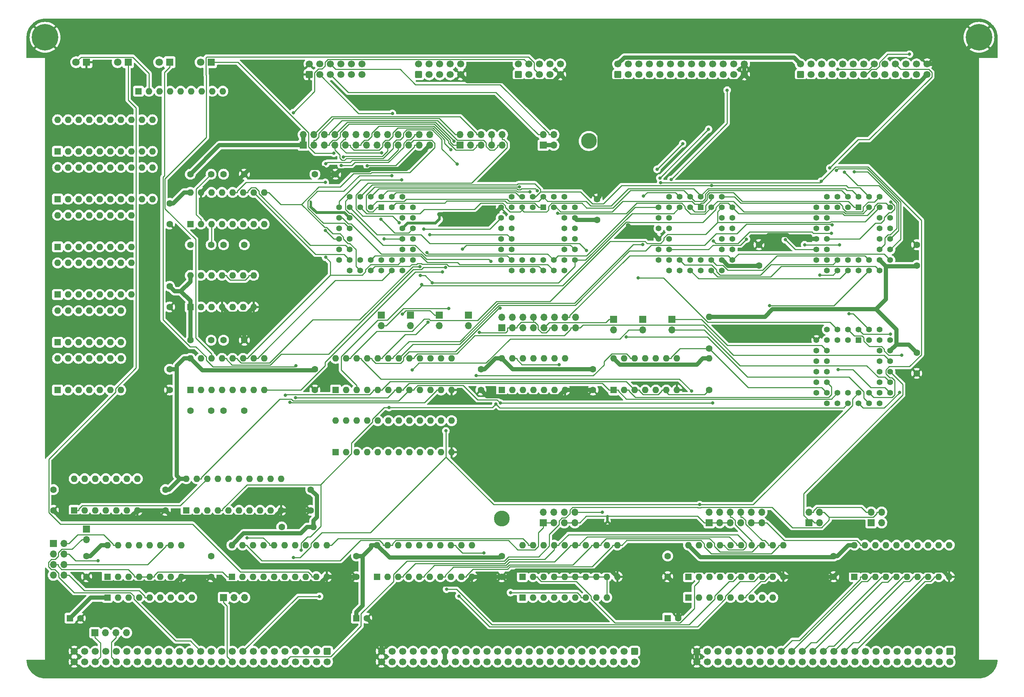
<source format=gbr>
%TF.GenerationSoftware,KiCad,Pcbnew,(6.0.11)*%
%TF.CreationDate,2023-08-29T17:19:56-04:00*%
%TF.ProjectId,input-output.Zilog,696e7075-742d-46f7-9574-7075742e5a69,rev?*%
%TF.SameCoordinates,Original*%
%TF.FileFunction,Copper,L1,Top*%
%TF.FilePolarity,Positive*%
%FSLAX46Y46*%
G04 Gerber Fmt 4.6, Leading zero omitted, Abs format (unit mm)*
G04 Created by KiCad (PCBNEW (6.0.11)) date 2023-08-29 17:19:56*
%MOMM*%
%LPD*%
G01*
G04 APERTURE LIST*
G04 Aperture macros list*
%AMRoundRect*
0 Rectangle with rounded corners*
0 $1 Rounding radius*
0 $2 $3 $4 $5 $6 $7 $8 $9 X,Y pos of 4 corners*
0 Add a 4 corners polygon primitive as box body*
4,1,4,$2,$3,$4,$5,$6,$7,$8,$9,$2,$3,0*
0 Add four circle primitives for the rounded corners*
1,1,$1+$1,$2,$3*
1,1,$1+$1,$4,$5*
1,1,$1+$1,$6,$7*
1,1,$1+$1,$8,$9*
0 Add four rect primitives between the rounded corners*
20,1,$1+$1,$2,$3,$4,$5,0*
20,1,$1+$1,$4,$5,$6,$7,0*
20,1,$1+$1,$6,$7,$8,$9,0*
20,1,$1+$1,$8,$9,$2,$3,0*%
G04 Aperture macros list end*
%TA.AperFunction,ComponentPad*%
%ADD10RoundRect,0.250000X-0.600000X0.600000X-0.600000X-0.600000X0.600000X-0.600000X0.600000X0.600000X0*%
%TD*%
%TA.AperFunction,ComponentPad*%
%ADD11C,1.700000*%
%TD*%
%TA.AperFunction,ComponentPad*%
%ADD12R,1.800000X1.800000*%
%TD*%
%TA.AperFunction,ComponentPad*%
%ADD13C,1.800000*%
%TD*%
%TA.AperFunction,ComponentPad*%
%ADD14C,6.400000*%
%TD*%
%TA.AperFunction,ComponentPad*%
%ADD15C,1.600000*%
%TD*%
%TA.AperFunction,ComponentPad*%
%ADD16R,1.700000X1.700000*%
%TD*%
%TA.AperFunction,ComponentPad*%
%ADD17O,1.700000X1.700000*%
%TD*%
%TA.AperFunction,ComponentPad*%
%ADD18R,1.600000X1.600000*%
%TD*%
%TA.AperFunction,ComponentPad*%
%ADD19O,1.600000X1.600000*%
%TD*%
%TA.AperFunction,ComponentPad*%
%ADD20RoundRect,0.250000X0.600000X-0.600000X0.600000X0.600000X-0.600000X0.600000X-0.600000X-0.600000X0*%
%TD*%
%TA.AperFunction,ComponentPad*%
%ADD21R,1.422400X1.422400*%
%TD*%
%TA.AperFunction,ComponentPad*%
%ADD22C,1.422400*%
%TD*%
%TA.AperFunction,ComponentPad*%
%ADD23C,0.600000*%
%TD*%
%TA.AperFunction,ComponentPad*%
%ADD24C,3.800000*%
%TD*%
%TA.AperFunction,ViaPad*%
%ADD25C,0.800000*%
%TD*%
%TA.AperFunction,Conductor*%
%ADD26C,0.250000*%
%TD*%
%TA.AperFunction,Conductor*%
%ADD27C,0.700000*%
%TD*%
%TA.AperFunction,Conductor*%
%ADD28C,1.000000*%
%TD*%
G04 APERTURE END LIST*
%TO.C,NT3*%
G36*
X135300000Y-118850000D02*
G01*
X134700000Y-118850000D01*
X134700000Y-117650000D01*
X135300000Y-117650000D01*
X135300000Y-118850000D01*
G37*
%TO.C,NT2*%
G36*
X104300000Y-115850000D02*
G01*
X103700000Y-115850000D01*
X103700000Y-114650000D01*
X104300000Y-114650000D01*
X104300000Y-115850000D01*
G37*
%TO.C,NT1*%
G36*
X175800000Y-191600000D02*
G01*
X175200000Y-191600000D01*
X175200000Y-190400000D01*
X175800000Y-190400000D01*
X175800000Y-191600000D01*
G37*
%TD*%
D10*
%TO.P,P1,1,Pin_1*%
%TO.N,VCC*%
X108000000Y-223000000D03*
D11*
%TO.P,P1,2,Pin_2*%
X108000000Y-225540000D03*
%TO.P,P1,3,Pin_3*%
%TO.N,~{RD}*%
X105460000Y-223000000D03*
%TO.P,P1,4,Pin_4*%
%TO.N,/bus/E*%
X105460000Y-225540000D03*
%TO.P,P1,5,Pin_5*%
%TO.N,/bus/~{WR}*%
X102920000Y-223000000D03*
%TO.P,P1,6,Pin_6*%
%TO.N,/bus/ST*%
X102920000Y-225540000D03*
%TO.P,P1,7,Pin_7*%
%TO.N,~{IORQ}*%
X100380000Y-223000000D03*
%TO.P,P1,8,Pin_8*%
%TO.N,/bus/PHI*%
X100380000Y-225540000D03*
%TO.P,P1,9,Pin_9*%
%TO.N,/bus/~{MREQ}*%
X97840000Y-223000000D03*
%TO.P,P1,10,Pin_10*%
%TO.N,~{INT2}*%
X97840000Y-225540000D03*
%TO.P,P1,11,Pin_11*%
%TO.N,~{M1}*%
X95300000Y-223000000D03*
%TO.P,P1,12,Pin_12*%
%TO.N,~{INT1}*%
X95300000Y-225540000D03*
%TO.P,P1,13,Pin_13*%
%TO.N,/bus/~{BUSACK}*%
X92760000Y-223000000D03*
%TO.P,P1,14,Pin_14*%
%TO.N,/bus/CRUCLK*%
X92760000Y-225540000D03*
%TO.P,P1,15,Pin_15*%
%TO.N,CLK*%
X90220000Y-223000000D03*
%TO.P,P1,16,Pin_16*%
%TO.N,/bus/CRUOUT*%
X90220000Y-225540000D03*
%TO.P,P1,17,Pin_17*%
%TO.N,~{INT0}*%
X87680000Y-223000000D03*
%TO.P,P1,18,Pin_18*%
%TO.N,/bus/CRUIN*%
X87680000Y-225540000D03*
%TO.P,P1,19,Pin_19*%
%TO.N,/bus/~{NMI}*%
X85140000Y-223000000D03*
%TO.P,P1,20,Pin_20*%
%TO.N,~{RES_IN}*%
X85140000Y-225540000D03*
%TO.P,P1,21,Pin_21*%
%TO.N,~{RES_OUT}*%
X82600000Y-223000000D03*
%TO.P,P1,22,Pin_22*%
%TO.N,/bus/USER8*%
X82600000Y-225540000D03*
%TO.P,P1,23,Pin_23*%
%TO.N,/bus/~{BUSRQ}*%
X80060000Y-223000000D03*
%TO.P,P1,24,Pin_24*%
%TO.N,/bus/USER7*%
X80060000Y-225540000D03*
%TO.P,P1,25,Pin_25*%
%TO.N,~{WAIT}*%
X77520000Y-223000000D03*
%TO.P,P1,26,Pin_26*%
%TO.N,/bus/USER6*%
X77520000Y-225540000D03*
%TO.P,P1,27,Pin_27*%
%TO.N,/bus/~{HALT}*%
X74980000Y-223000000D03*
%TO.P,P1,28,Pin_28*%
%TO.N,/bus/USER5*%
X74980000Y-225540000D03*
%TO.P,P1,29,Pin_29*%
%TO.N,/bus/~{RFSH}*%
X72440000Y-223000000D03*
%TO.P,P1,30,Pin_30*%
%TO.N,/bus/USER4*%
X72440000Y-225540000D03*
%TO.P,P1,31,Pin_31*%
%TO.N,/bus/~{EIRQ7}*%
X69900000Y-223000000D03*
%TO.P,P1,32,Pin_32*%
%TO.N,/bus/USER3*%
X69900000Y-225540000D03*
%TO.P,P1,33,Pin_33*%
%TO.N,/bus/~{EIRQ6}*%
X67360000Y-223000000D03*
%TO.P,P1,34,Pin_34*%
%TO.N,/bus/USER2*%
X67360000Y-225540000D03*
%TO.P,P1,35,Pin_35*%
%TO.N,/bus/~{EIRQ5}*%
X64820000Y-223000000D03*
%TO.P,P1,36,Pin_36*%
%TO.N,/bus/USER1*%
X64820000Y-225540000D03*
%TO.P,P1,37,Pin_37*%
%TO.N,/bus/~{EIRQ4}*%
X62280000Y-223000000D03*
%TO.P,P1,38,Pin_38*%
%TO.N,/bus/USER0*%
X62280000Y-225540000D03*
%TO.P,P1,39,Pin_39*%
%TO.N,/bus/~{EIRQ3}*%
X59740000Y-223000000D03*
%TO.P,P1,40,Pin_40*%
%TO.N,~{BAI}*%
X59740000Y-225540000D03*
%TO.P,P1,41,Pin_41*%
%TO.N,/bus/~{EIRQ2}*%
X57200000Y-223000000D03*
%TO.P,P1,42,Pin_42*%
%TO.N,~{BAO}*%
X57200000Y-225540000D03*
%TO.P,P1,43,Pin_43*%
%TO.N,/bus/~{EIRQ1}*%
X54660000Y-223000000D03*
%TO.P,P1,44,Pin_44*%
%TO.N,~{IEI}*%
X54660000Y-225540000D03*
%TO.P,P1,45,Pin_45*%
%TO.N,/bus/~{EIRQ0}*%
X52120000Y-223000000D03*
%TO.P,P1,46,Pin_46*%
%TO.N,~{IEO}*%
X52120000Y-225540000D03*
%TO.P,P1,47,Pin_47*%
%TO.N,/bus/I2C_SCL*%
X49580000Y-223000000D03*
%TO.P,P1,48,Pin_48*%
%TO.N,/bus/I2C_SDA*%
X49580000Y-225540000D03*
%TO.P,P1,49,Pin_49*%
%TO.N,GND*%
X47040000Y-223000000D03*
%TO.P,P1,50,Pin_50*%
X47040000Y-225540000D03*
%TD*%
D12*
%TO.P,D5,1,K*%
%TO.N,GND*%
X50000000Y-81000000D03*
D13*
%TO.P,D5,2,A*%
%TO.N,470A*%
X47460000Y-81000000D03*
%TD*%
D14*
%TO.P,H1,1,1*%
%TO.N,GND*%
X40000000Y-75000000D03*
%TD*%
D10*
%TO.P,P3,1,Pin_1*%
%TO.N,VCC*%
X258000000Y-223000000D03*
D11*
%TO.P,P3,2,Pin_2*%
X258000000Y-225540000D03*
%TO.P,P3,3,Pin_3*%
%TO.N,/bus/D15*%
X255460000Y-223000000D03*
%TO.P,P3,4,Pin_4*%
%TO.N,/bus/D31*%
X255460000Y-225540000D03*
%TO.P,P3,5,Pin_5*%
%TO.N,/bus/D14*%
X252920000Y-223000000D03*
%TO.P,P3,6,Pin_6*%
%TO.N,/bus/D30*%
X252920000Y-225540000D03*
%TO.P,P3,7,Pin_7*%
%TO.N,/bus/D13*%
X250380000Y-223000000D03*
%TO.P,P3,8,Pin_8*%
%TO.N,/bus/D29*%
X250380000Y-225540000D03*
%TO.P,P3,9,Pin_9*%
%TO.N,/bus/D12*%
X247840000Y-223000000D03*
%TO.P,P3,10,Pin_10*%
%TO.N,/bus/D28*%
X247840000Y-225540000D03*
%TO.P,P3,11,Pin_11*%
%TO.N,/bus/D11*%
X245300000Y-223000000D03*
%TO.P,P3,12,Pin_12*%
%TO.N,/bus/D27*%
X245300000Y-225540000D03*
%TO.P,P3,13,Pin_13*%
%TO.N,/bus/D10*%
X242760000Y-223000000D03*
%TO.P,P3,14,Pin_14*%
%TO.N,/bus/D26*%
X242760000Y-225540000D03*
%TO.P,P3,15,Pin_15*%
%TO.N,/bus/D9*%
X240220000Y-223000000D03*
%TO.P,P3,16,Pin_16*%
%TO.N,/bus/D25*%
X240220000Y-225540000D03*
%TO.P,P3,17,Pin_17*%
%TO.N,/bus/D8*%
X237680000Y-223000000D03*
%TO.P,P3,18,Pin_18*%
%TO.N,/bus/D24*%
X237680000Y-225540000D03*
%TO.P,P3,19,Pin_19*%
%TO.N,D7*%
X235140000Y-223000000D03*
%TO.P,P3,20,Pin_20*%
%TO.N,/bus/D23*%
X235140000Y-225540000D03*
%TO.P,P3,21,Pin_21*%
%TO.N,D6*%
X232600000Y-223000000D03*
%TO.P,P3,22,Pin_22*%
%TO.N,/bus/D22*%
X232600000Y-225540000D03*
%TO.P,P3,23,Pin_23*%
%TO.N,D5*%
X230060000Y-223000000D03*
%TO.P,P3,24,Pin_24*%
%TO.N,/bus/D21*%
X230060000Y-225540000D03*
%TO.P,P3,25,Pin_25*%
%TO.N,D4*%
X227520000Y-223000000D03*
%TO.P,P3,26,Pin_26*%
%TO.N,/bus/D20*%
X227520000Y-225540000D03*
%TO.P,P3,27,Pin_27*%
%TO.N,D3*%
X224980000Y-223000000D03*
%TO.P,P3,28,Pin_28*%
%TO.N,/bus/D19*%
X224980000Y-225540000D03*
%TO.P,P3,29,Pin_29*%
%TO.N,D2*%
X222440000Y-223000000D03*
%TO.P,P3,30,Pin_30*%
%TO.N,/bus/D18*%
X222440000Y-225540000D03*
%TO.P,P3,31,Pin_31*%
%TO.N,D1*%
X219900000Y-223000000D03*
%TO.P,P3,32,Pin_32*%
%TO.N,/bus/D17*%
X219900000Y-225540000D03*
%TO.P,P3,33,Pin_33*%
%TO.N,D0*%
X217360000Y-223000000D03*
%TO.P,P3,34,Pin_34*%
%TO.N,/bus/D16*%
X217360000Y-225540000D03*
%TO.P,P3,35,Pin_35*%
%TO.N,/bus/~{BUSERR}*%
X214820000Y-223000000D03*
%TO.P,P3,36,Pin_36*%
%TO.N,/bus/UDS*%
X214820000Y-225540000D03*
%TO.P,P3,37,Pin_37*%
%TO.N,/bus/~{VPA}*%
X212280000Y-223000000D03*
%TO.P,P3,38,Pin_38*%
%TO.N,/bus/LDS*%
X212280000Y-225540000D03*
%TO.P,P3,39,Pin_39*%
%TO.N,/bus/~{VMA}*%
X209740000Y-223000000D03*
%TO.P,P3,40,Pin_40*%
%TO.N,/bus/S2*%
X209740000Y-225540000D03*
%TO.P,P3,41,Pin_41*%
%TO.N,/bus/~{BHE}*%
X207200000Y-223000000D03*
%TO.P,P3,42,Pin_42*%
%TO.N,/bus/S1*%
X207200000Y-225540000D03*
%TO.P,P3,43,Pin_43*%
%TO.N,/bus/IPL2*%
X204660000Y-223000000D03*
%TO.P,P3,44,Pin_44*%
%TO.N,/bus/S0*%
X204660000Y-225540000D03*
%TO.P,P3,45,Pin_45*%
%TO.N,/bus/IPL1*%
X202120000Y-223000000D03*
%TO.P,P3,46,Pin_46*%
%TO.N,/bus/AUXCLK3*%
X202120000Y-225540000D03*
%TO.P,P3,47,Pin_47*%
%TO.N,/bus/IPL0*%
X199580000Y-223000000D03*
%TO.P,P3,48,Pin_48*%
%TO.N,/bus/AUXCLK2*%
X199580000Y-225540000D03*
%TO.P,P3,49,Pin_49*%
%TO.N,GND*%
X197040000Y-223000000D03*
%TO.P,P3,50,Pin_50*%
X197040000Y-225540000D03*
%TD*%
D10*
%TO.P,P2,1,Pin_1*%
%TO.N,VCC*%
X182000000Y-223000000D03*
D11*
%TO.P,P2,2,Pin_2*%
X182000000Y-225540000D03*
%TO.P,P2,3,Pin_3*%
%TO.N,/bus/A15*%
X179460000Y-223000000D03*
%TO.P,P2,4,Pin_4*%
%TO.N,/bus/A31*%
X179460000Y-225540000D03*
%TO.P,P2,5,Pin_5*%
%TO.N,/bus/A14*%
X176920000Y-223000000D03*
%TO.P,P2,6,Pin_6*%
%TO.N,/bus/A30*%
X176920000Y-225540000D03*
%TO.P,P2,7,Pin_7*%
%TO.N,/bus/A13*%
X174380000Y-223000000D03*
%TO.P,P2,8,Pin_8*%
%TO.N,/bus/A29*%
X174380000Y-225540000D03*
%TO.P,P2,9,Pin_9*%
%TO.N,/bus/A12*%
X171840000Y-223000000D03*
%TO.P,P2,10,Pin_10*%
%TO.N,/bus/A28*%
X171840000Y-225540000D03*
%TO.P,P2,11,Pin_11*%
%TO.N,/bus/A11*%
X169300000Y-223000000D03*
%TO.P,P2,12,Pin_12*%
%TO.N,/bus/A27*%
X169300000Y-225540000D03*
%TO.P,P2,13,Pin_13*%
%TO.N,/bus/A10*%
X166760000Y-223000000D03*
%TO.P,P2,14,Pin_14*%
%TO.N,/bus/A26*%
X166760000Y-225540000D03*
%TO.P,P2,15,Pin_15*%
%TO.N,/bus/A9*%
X164220000Y-223000000D03*
%TO.P,P2,16,Pin_16*%
%TO.N,/bus/A25*%
X164220000Y-225540000D03*
%TO.P,P2,17,Pin_17*%
%TO.N,/bus/A8*%
X161680000Y-223000000D03*
%TO.P,P2,18,Pin_18*%
%TO.N,/bus/A24*%
X161680000Y-225540000D03*
%TO.P,P2,19,Pin_19*%
%TO.N,+12V*%
X159140000Y-223000000D03*
%TO.P,P2,20,Pin_20*%
X159140000Y-225540000D03*
%TO.P,P2,21,Pin_21*%
%TO.N,A7*%
X156600000Y-223000000D03*
%TO.P,P2,22,Pin_22*%
%TO.N,/bus/A23*%
X156600000Y-225540000D03*
%TO.P,P2,23,Pin_23*%
%TO.N,A6*%
X154060000Y-223000000D03*
%TO.P,P2,24,Pin_24*%
%TO.N,/bus/A22*%
X154060000Y-225540000D03*
%TO.P,P2,25,Pin_25*%
%TO.N,A5*%
X151520000Y-223000000D03*
%TO.P,P2,26,Pin_26*%
%TO.N,/bus/A21*%
X151520000Y-225540000D03*
%TO.P,P2,27,Pin_27*%
%TO.N,A4*%
X148980000Y-223000000D03*
%TO.P,P2,28,Pin_28*%
%TO.N,/bus/A20*%
X148980000Y-225540000D03*
%TO.P,P2,29,Pin_29*%
%TO.N,A3*%
X146440000Y-223000000D03*
%TO.P,P2,30,Pin_30*%
%TO.N,/bus/A19*%
X146440000Y-225540000D03*
%TO.P,P2,31,Pin_31*%
%TO.N,A2*%
X143900000Y-223000000D03*
%TO.P,P2,32,Pin_32*%
%TO.N,/bus/A18*%
X143900000Y-225540000D03*
%TO.P,P2,33,Pin_33*%
%TO.N,A1*%
X141360000Y-223000000D03*
%TO.P,P2,34,Pin_34*%
%TO.N,/bus/A17*%
X141360000Y-225540000D03*
%TO.P,P2,35,Pin_35*%
%TO.N,A0*%
X138820000Y-223000000D03*
%TO.P,P2,36,Pin_36*%
%TO.N,/bus/A16*%
X138820000Y-225540000D03*
%TO.P,P2,37,Pin_37*%
%TO.N,-12V*%
X136280000Y-223000000D03*
%TO.P,P2,38,Pin_38*%
X136280000Y-225540000D03*
%TO.P,P2,39,Pin_39*%
%TO.N,/bus/IC3*%
X133740000Y-223000000D03*
%TO.P,P2,40,Pin_40*%
%TO.N,/bus/~{TEND1}*%
X133740000Y-225540000D03*
%TO.P,P2,41,Pin_41*%
%TO.N,/bus/IC2*%
X131200000Y-223000000D03*
%TO.P,P2,42,Pin_42*%
%TO.N,/bus/~{DREQ1}*%
X131200000Y-225540000D03*
%TO.P,P2,43,Pin_43*%
%TO.N,/bus/IC1*%
X128660000Y-223000000D03*
%TO.P,P2,44,Pin_44*%
%TO.N,/bus/~{TEND0}*%
X128660000Y-225540000D03*
%TO.P,P2,45,Pin_45*%
%TO.N,/bus/IC0*%
X126120000Y-223000000D03*
%TO.P,P2,46,Pin_46*%
%TO.N,/bus/~{DREQ0}*%
X126120000Y-225540000D03*
%TO.P,P2,47,Pin_47*%
%TO.N,/bus/AUXCLK1*%
X123580000Y-223000000D03*
%TO.P,P2,48,Pin_48*%
%TO.N,/bus/AUXCLK0*%
X123580000Y-225540000D03*
%TO.P,P2,49,Pin_49*%
%TO.N,GND*%
X121040000Y-223000000D03*
%TO.P,P2,50,Pin_50*%
X121040000Y-225540000D03*
%TD*%
D15*
%TO.P,C1,1*%
%TO.N,VCC*%
X105000000Y-108000000D03*
%TO.P,C1,2*%
%TO.N,GND*%
X110000000Y-108000000D03*
%TD*%
D14*
%TO.P,H2,1,1*%
%TO.N,GND*%
X265000000Y-75000000D03*
%TD*%
D16*
%TO.P,JP2,1,Pin_1*%
%TO.N,ZERO*%
X160000000Y-192000000D03*
D17*
%TO.P,JP2,2,Pin_2*%
%TO.N,Net-(JP2-Pad2)*%
X160000000Y-189460000D03*
%TO.P,JP2,3,Pin_3*%
%TO.N,ZERO*%
X162540000Y-192000000D03*
%TO.P,JP2,4,Pin_4*%
%TO.N,Net-(JP2-Pad4)*%
X162540000Y-189460000D03*
%TO.P,JP2,5,Pin_5*%
%TO.N,ZERO*%
X165080000Y-192000000D03*
%TO.P,JP2,6,Pin_6*%
%TO.N,Net-(JP2-Pad6)*%
X165080000Y-189460000D03*
%TO.P,JP2,7,Pin_7*%
%TO.N,ZERO*%
X167620000Y-192000000D03*
%TO.P,JP2,8,Pin_8*%
%TO.N,Net-(JP2-Pad8)*%
X167620000Y-189460000D03*
%TD*%
D18*
%TO.P,RN2,1,common*%
%TO.N,VCC*%
X155000000Y-210000000D03*
D19*
%TO.P,RN2,2,R1*%
%TO.N,Net-(JP2-Pad2)*%
X157540000Y-210000000D03*
%TO.P,RN2,3,R2*%
%TO.N,Net-(JP2-Pad4)*%
X160080000Y-210000000D03*
%TO.P,RN2,4,R3*%
%TO.N,Net-(JP2-Pad6)*%
X162620000Y-210000000D03*
%TO.P,RN2,5,R4*%
%TO.N,Net-(JP2-Pad8)*%
X165160000Y-210000000D03*
%TO.P,RN2,6,R5*%
%TO.N,IEO_SIO1*%
X167700000Y-210000000D03*
%TO.P,RN2,7,R6*%
%TO.N,IEO_CTC1*%
X170240000Y-210000000D03*
%TO.P,RN2,8,R7*%
%TO.N,IEO_PIO1*%
X172780000Y-210000000D03*
%TO.P,RN2,9,R8*%
%TO.N,Net-(RN2-Pad9)*%
X175320000Y-210000000D03*
%TD*%
D18*
%TO.P,U24,1,G*%
%TO.N,ZERO*%
X155000000Y-205000000D03*
D19*
%TO.P,U24,2,P0*%
%TO.N,~{bIORQ}*%
X157540000Y-205000000D03*
%TO.P,U24,3,R0*%
%TO.N,ZERO*%
X160080000Y-205000000D03*
%TO.P,U24,4,P1*%
%TO.N,Net-(RN2-Pad9)*%
X162620000Y-205000000D03*
%TO.P,U24,5,R1*%
X165160000Y-205000000D03*
%TO.P,U24,6,P2*%
X167700000Y-205000000D03*
%TO.P,U24,7,R2*%
X170240000Y-205000000D03*
%TO.P,U24,8,P3*%
X172780000Y-205000000D03*
%TO.P,U24,9,R3*%
X175320000Y-205000000D03*
%TO.P,U24,10,GND*%
%TO.N,GND*%
X177860000Y-205000000D03*
%TO.P,U24,11,P4*%
%TO.N,bA4*%
X177860000Y-197380000D03*
%TO.P,U24,12,R4*%
%TO.N,Net-(JP2-Pad8)*%
X175320000Y-197380000D03*
%TO.P,U24,13,P5*%
%TO.N,bA5*%
X172780000Y-197380000D03*
%TO.P,U24,14,R5*%
%TO.N,Net-(JP2-Pad6)*%
X170240000Y-197380000D03*
%TO.P,U24,15,P6*%
%TO.N,bA6*%
X167700000Y-197380000D03*
%TO.P,U24,16,R6*%
%TO.N,Net-(JP2-Pad4)*%
X165160000Y-197380000D03*
%TO.P,U24,17,P7*%
%TO.N,bA7*%
X162620000Y-197380000D03*
%TO.P,U24,18,R7*%
%TO.N,Net-(JP2-Pad2)*%
X160080000Y-197380000D03*
%TO.P,U24,19,P=R*%
%TO.N,~{CS1}*%
X157540000Y-197380000D03*
%TO.P,U24,20,VCC*%
%TO.N,VCC*%
X155000000Y-197380000D03*
%TD*%
D15*
%TO.P,C2,1*%
%TO.N,VCC*%
X80000000Y-200000000D03*
%TO.P,C2,2*%
%TO.N,GND*%
X80000000Y-205000000D03*
%TD*%
%TO.P,C3,1*%
%TO.N,VCC*%
X105000000Y-155000000D03*
%TO.P,C3,2*%
%TO.N,GND*%
X105000000Y-160000000D03*
%TD*%
%TO.P,C7,1*%
%TO.N,VCC*%
X172000000Y-155000000D03*
%TO.P,C7,2*%
%TO.N,GND*%
X172000000Y-160000000D03*
%TD*%
%TO.P,C8,1*%
%TO.N,VCC*%
X212000000Y-130000000D03*
%TO.P,C8,2*%
%TO.N,GND*%
X212000000Y-125000000D03*
%TD*%
D18*
%TO.P,C10,1*%
%TO.N,VCC*%
X46000000Y-215000000D03*
D15*
%TO.P,C10,2*%
%TO.N,GND*%
X48500000Y-215000000D03*
%TD*%
D18*
%TO.P,C11,1*%
%TO.N,VCC*%
X115000000Y-215000000D03*
D15*
%TO.P,C11,2*%
%TO.N,GND*%
X117500000Y-215000000D03*
%TD*%
%TO.P,C12,1*%
%TO.N,VCC*%
X173000000Y-119000000D03*
%TO.P,C12,2*%
%TO.N,GND*%
X173000000Y-114000000D03*
%TD*%
%TO.P,C13,1*%
%TO.N,VCC*%
X150000000Y-200000000D03*
%TO.P,C13,2*%
%TO.N,GND*%
X150000000Y-205000000D03*
%TD*%
%TO.P,C24,1*%
%TO.N,VCC*%
X145000000Y-155000000D03*
%TO.P,C24,2*%
%TO.N,GND*%
X145000000Y-160000000D03*
%TD*%
D12*
%TO.P,D1,1,K*%
%TO.N,Net-(D1-Pad1)*%
X60000000Y-81000000D03*
D13*
%TO.P,D1,2,A*%
%TO.N,470B*%
X57460000Y-81000000D03*
%TD*%
D12*
%TO.P,D3,1,K*%
%TO.N,~{bINT}*%
X80000000Y-81000000D03*
D13*
%TO.P,D3,2,A*%
%TO.N,470D*%
X77460000Y-81000000D03*
%TD*%
D16*
%TO.P,J1,1,Pin_1*%
%TO.N,/CTC-INT/2CTC_ZC0*%
X191000000Y-143000000D03*
D17*
%TO.P,J1,2,Pin_2*%
%TO.N,/CTC-INT/2CTC_TG3*%
X191000000Y-145540000D03*
%TD*%
D16*
%TO.P,J2,1,Pin_1*%
%TO.N,VCC*%
X160000000Y-101000000D03*
D17*
%TO.P,J2,2,Pin_2*%
%TO.N,/CTC-SIO/1PWRA*%
X160000000Y-98460000D03*
%TO.P,J2,3,Pin_3*%
%TO.N,VCC*%
X162540000Y-101000000D03*
%TO.P,J2,4,Pin_4*%
%TO.N,/CTC-SIO/1PWRB*%
X162540000Y-98460000D03*
%TD*%
D20*
%TO.P,X8,1,Pin_1*%
%TO.N,GND*%
X103650000Y-84000000D03*
D11*
%TO.P,X8,2,Pin_2*%
X103650000Y-81460000D03*
%TO.P,X8,3,Pin_3*%
%TO.N,/CTC-SIO/~{1RTSA}*%
X106190000Y-84000000D03*
%TO.P,X8,4,Pin_4*%
%TO.N,/CTC-SIO/~{1RTSB}*%
X106190000Y-81460000D03*
%TO.P,X8,5,Pin_5*%
%TO.N,/CTC-SIO/1PWRA*%
X108730000Y-84000000D03*
%TO.P,X8,6,Pin_6*%
%TO.N,/CTC-SIO/1PWRB*%
X108730000Y-81460000D03*
%TO.P,X8,7,Pin_7*%
%TO.N,/CTC-SIO/1RXDA*%
X111270000Y-84000000D03*
%TO.P,X8,8,Pin_8*%
%TO.N,/CTC-SIO/1RXDB*%
X111270000Y-81460000D03*
%TO.P,X8,9,Pin_9*%
%TO.N,/CTC-SIO/1TXDA*%
X113810000Y-84000000D03*
%TO.P,X8,10,Pin_10*%
%TO.N,/CTC-SIO/1TXDB*%
X113810000Y-81460000D03*
%TO.P,X8,11,Pin_11*%
%TO.N,/CTC-SIO/~{1CTSA}*%
X116350000Y-84000000D03*
%TO.P,X8,12,Pin_12*%
%TO.N,/CTC-SIO/~{1CTSB}*%
X116350000Y-81460000D03*
%TD*%
D16*
%TO.P,X5,1,Pin_1*%
%TO.N,unconnected-(X5-Pad1)*%
X150000000Y-145000000D03*
D17*
%TO.P,X5,2,Pin_2*%
%TO.N,unconnected-(X5-Pad2)*%
X150000000Y-142460000D03*
%TO.P,X5,3,Pin_3*%
%TO.N,/CTC-SIO/1PHI_X*%
X152540000Y-145000000D03*
%TO.P,X5,4,Pin_4*%
%TO.N,/CTC-SIO/1Q3B*%
X152540000Y-142460000D03*
%TO.P,X5,5,Pin_5*%
%TO.N,/CTC-SIO/1Q2B*%
X155080000Y-145000000D03*
%TO.P,X5,6,Pin_6*%
%TO.N,/CTC-SIO/1Q1B*%
X155080000Y-142460000D03*
%TO.P,X5,7,Pin_7*%
%TO.N,/CTC-SIO/1Q0B*%
X157620000Y-145000000D03*
%TO.P,X5,8,Pin_8*%
%TO.N,/CTC-SIO/1PHI_X*%
X157620000Y-142460000D03*
%TO.P,X5,9,Pin_9*%
%TO.N,/CTC-SIO/1Q2A*%
X160160000Y-145000000D03*
%TO.P,X5,10,Pin_10*%
%TO.N,/CTC-SIO/1Q3A*%
X160160000Y-142460000D03*
%TO.P,X5,11,Pin_11*%
%TO.N,/CTC-SIO/1PHI_X*%
X162700000Y-145000000D03*
%TO.P,X5,12,Pin_12*%
%TO.N,/CTC-SIO/1Q1A*%
X162700000Y-142460000D03*
%TO.P,X5,13,Pin_13*%
%TO.N,/CTC-SIO/1Q0A*%
X165240000Y-145000000D03*
%TO.P,X5,14,Pin_14*%
%TO.N,bCLK*%
X165240000Y-142460000D03*
%TO.P,X5,15,Pin_15*%
%TO.N,CLK_ZILOG*%
X167780000Y-145000000D03*
%TO.P,X5,16,Pin_16*%
%TO.N,/CTC-SIO/1CPA*%
X167780000Y-142460000D03*
%TD*%
D16*
%TO.P,P4,1,Pin_1*%
%TO.N,/CTC-SIO/1Q2A*%
X177000000Y-143000000D03*
D17*
%TO.P,P4,2,Pin_2*%
%TO.N,/CTC-SIO/1CTC_TG2*%
X177000000Y-145540000D03*
%TD*%
D15*
%TO.P,R10,1*%
%TO.N,~{IEO}*%
X200000000Y-160000000D03*
D19*
%TO.P,R10,2*%
%TO.N,VCC*%
X200000000Y-152380000D03*
%TD*%
D15*
%TO.P,R11,1*%
%TO.N,~{bINT}*%
X200000000Y-150000000D03*
D19*
%TO.P,R11,2*%
%TO.N,VCC*%
X200000000Y-142380000D03*
%TD*%
D18*
%TO.P,U2,1,OEa*%
%TO.N,ZERO*%
X120000000Y-205000000D03*
D19*
%TO.P,U2,2,I0a*%
%TO.N,A0*%
X122540000Y-205000000D03*
%TO.P,U2,3,O3b*%
%TO.N,bA7*%
X125080000Y-205000000D03*
%TO.P,U2,4,I1a*%
%TO.N,A1*%
X127620000Y-205000000D03*
%TO.P,U2,5,O2b*%
%TO.N,bA6*%
X130160000Y-205000000D03*
%TO.P,U2,6,I2a*%
%TO.N,A2*%
X132700000Y-205000000D03*
%TO.P,U2,7,O1b*%
%TO.N,bA5*%
X135240000Y-205000000D03*
%TO.P,U2,8,I3a*%
%TO.N,A3*%
X137780000Y-205000000D03*
%TO.P,U2,9,O0b*%
%TO.N,bA4*%
X140320000Y-205000000D03*
%TO.P,U2,10,GND*%
%TO.N,GND*%
X142860000Y-205000000D03*
%TO.P,U2,11,I0b*%
%TO.N,A4*%
X142860000Y-197380000D03*
%TO.P,U2,12,O3a*%
%TO.N,bA3*%
X140320000Y-197380000D03*
%TO.P,U2,13,I1b*%
%TO.N,A5*%
X137780000Y-197380000D03*
%TO.P,U2,14,O2a*%
%TO.N,bA2*%
X135240000Y-197380000D03*
%TO.P,U2,15,I2b*%
%TO.N,A6*%
X132700000Y-197380000D03*
%TO.P,U2,16,O1a*%
%TO.N,bA1*%
X130160000Y-197380000D03*
%TO.P,U2,17,I3b*%
%TO.N,A7*%
X127620000Y-197380000D03*
%TO.P,U2,18,O0a*%
%TO.N,bA0*%
X125080000Y-197380000D03*
%TO.P,U2,19,OEb*%
%TO.N,ZERO*%
X122540000Y-197380000D03*
%TO.P,U2,20,VCC*%
%TO.N,VCC*%
X120000000Y-197380000D03*
%TD*%
D18*
%TO.P,U3,1,A->B*%
%TO.N,DATA_DIR*%
X235000000Y-205000000D03*
D19*
%TO.P,U3,2,A0*%
%TO.N,D0*%
X237540000Y-205000000D03*
%TO.P,U3,3,A1*%
%TO.N,D1*%
X240080000Y-205000000D03*
%TO.P,U3,4,A2*%
%TO.N,D2*%
X242620000Y-205000000D03*
%TO.P,U3,5,A3*%
%TO.N,D3*%
X245160000Y-205000000D03*
%TO.P,U3,6,A4*%
%TO.N,D4*%
X247700000Y-205000000D03*
%TO.P,U3,7,A5*%
%TO.N,D5*%
X250240000Y-205000000D03*
%TO.P,U3,8,A6*%
%TO.N,D6*%
X252780000Y-205000000D03*
%TO.P,U3,9,A7*%
%TO.N,D7*%
X255320000Y-205000000D03*
%TO.P,U3,10,GND*%
%TO.N,GND*%
X257860000Y-205000000D03*
%TO.P,U3,11,B7*%
%TO.N,bD7*%
X257860000Y-197380000D03*
%TO.P,U3,12,B6*%
%TO.N,bD6*%
X255320000Y-197380000D03*
%TO.P,U3,13,B5*%
%TO.N,bD5*%
X252780000Y-197380000D03*
%TO.P,U3,14,B4*%
%TO.N,bD4*%
X250240000Y-197380000D03*
%TO.P,U3,15,B3*%
%TO.N,bD3*%
X247700000Y-197380000D03*
%TO.P,U3,16,B2*%
%TO.N,bD2*%
X245160000Y-197380000D03*
%TO.P,U3,17,B1*%
%TO.N,bD1*%
X242620000Y-197380000D03*
%TO.P,U3,18,B0*%
%TO.N,bD0*%
X240080000Y-197380000D03*
%TO.P,U3,19,CE*%
%TO.N,ZERO*%
X237540000Y-197380000D03*
%TO.P,U3,20,VCC*%
%TO.N,VCC*%
X235000000Y-197380000D03*
%TD*%
D18*
%TO.P,U8,1,Pin_1*%
%TO.N,VCC*%
X75000000Y-140000000D03*
D19*
%TO.P,U8,2,Pin_2*%
%TO.N,unconnected-(U8-Pad2)*%
X77540000Y-140000000D03*
%TO.P,U8,3,Pin_3*%
%TO.N,unconnected-(U8-Pad3)*%
X80080000Y-140000000D03*
%TO.P,U8,4,Pin_4*%
%TO.N,GND*%
X82620000Y-140000000D03*
%TO.P,U8,5,Pin_5*%
%TO.N,unconnected-(U8-Pad5)*%
X85160000Y-140000000D03*
%TO.P,U8,6,Pin_6*%
%TO.N,unconnected-(U8-Pad6)*%
X87700000Y-140000000D03*
%TO.P,U8,7,Pin_7*%
%TO.N,GND*%
X90240000Y-140000000D03*
%TO.P,U8,8,Pin_8*%
%TO.N,BASE_CLK*%
X90240000Y-132380000D03*
%TO.P,U8,9,Pin_9*%
%TO.N,unconnected-(U8-Pad9)*%
X87700000Y-132380000D03*
%TO.P,U8,10,Pin_10*%
%TO.N,unconnected-(U8-Pad10)*%
X85160000Y-132380000D03*
%TO.P,U8,11,Pin_11*%
%TO.N,BASE_CLK*%
X82620000Y-132380000D03*
%TO.P,U8,12,Pin_12*%
%TO.N,unconnected-(U8-Pad12)*%
X80080000Y-132380000D03*
%TO.P,U8,13,Pin_13*%
%TO.N,unconnected-(U8-Pad13)*%
X77540000Y-132380000D03*
%TO.P,U8,14,Pin_14*%
%TO.N,VCC*%
X75000000Y-132380000D03*
%TD*%
D21*
%TO.P,U14,1,D2*%
%TO.N,bD2*%
X236000000Y-116000000D03*
D22*
%TO.P,U14,2,D7*%
%TO.N,bD7*%
X233460000Y-113460000D03*
%TO.P,U14,3,D6*%
%TO.N,bD5*%
X233460000Y-116000000D03*
%TO.P,U14,4,~{CE}*%
%TO.N,~{CS_PIO2}*%
X230920000Y-113460000D03*
%TO.P,U14,5,C/~{D}*%
%TO.N,bA1*%
X230920000Y-116000000D03*
%TO.P,U14,6,NC*%
%TO.N,unconnected-(U14-Pad6)*%
X228380000Y-113460000D03*
%TO.P,U14,7,B/~{A}*%
%TO.N,bA0*%
X225840000Y-116000000D03*
%TO.P,U14,8,PA7*%
%TO.N,/dualPIO/2PA7*%
X228380000Y-116000000D03*
%TO.P,U14,9,PA6*%
%TO.N,/dualPIO/2PA6*%
X225840000Y-118540000D03*
%TO.P,U14,10,PA5*%
%TO.N,/dualPIO/2PA5*%
X228380000Y-118540000D03*
%TO.P,U14,11,PA4*%
%TO.N,/dualPIO/2PA4*%
X225840000Y-121080000D03*
%TO.P,U14,12,NC*%
%TO.N,unconnected-(U14-Pad12)*%
X228380000Y-121080000D03*
%TO.P,U14,13,GND*%
%TO.N,GND*%
X225840000Y-123620000D03*
%TO.P,U14,14,PA3*%
%TO.N,/dualPIO/2PA3*%
X228380000Y-123620000D03*
%TO.P,U14,15,PA2*%
%TO.N,/dualPIO/2PA2*%
X225840000Y-126160000D03*
%TO.P,U14,16,PA1*%
%TO.N,/dualPIO/2PA1*%
X228380000Y-126160000D03*
%TO.P,U14,17,PA0*%
%TO.N,/dualPIO/2PA0*%
X225840000Y-128700000D03*
%TO.P,U14,18,~{ASTB}*%
%TO.N,/dualPIO/~{2ASTB}*%
X228380000Y-131240000D03*
%TO.P,U14,19,~{BSTB}*%
%TO.N,/dualPIO/~{2BSTB}*%
X228380000Y-128700000D03*
%TO.P,U14,20,ARDY*%
%TO.N,/dualPIO/2ARDY*%
X230920000Y-131240000D03*
%TO.P,U14,21,D0*%
%TO.N,bD0*%
X230920000Y-128700000D03*
%TO.P,U14,22,D1*%
%TO.N,bD1*%
X233460000Y-131240000D03*
%TO.P,U14,23,BRDY*%
%TO.N,/dualPIO/2BRDY*%
X233460000Y-128700000D03*
%TO.P,U14,24,NC*%
%TO.N,unconnected-(U14-Pad24)*%
X236000000Y-131240000D03*
%TO.P,U14,25,NC*%
%TO.N,unconnected-(U14-Pad25)*%
X236000000Y-128700000D03*
%TO.P,U14,26,IEO*%
%TO.N,IEO_PIO2*%
X238540000Y-131240000D03*
%TO.P,U14,27,~{INT}*%
%TO.N,~{bINT}*%
X238540000Y-128700000D03*
%TO.P,U14,28,IEI*%
%TO.N,IEO_PIO1*%
X241080000Y-131240000D03*
%TO.P,U14,29,CLK*%
%TO.N,bCLK*%
X243620000Y-128700000D03*
%TO.P,U14,30,VCC*%
%TO.N,VCC*%
X241080000Y-128700000D03*
%TO.P,U14,31,PB0*%
%TO.N,/dualPIO/2PB0*%
X243620000Y-126160000D03*
%TO.P,U14,32,PB1*%
%TO.N,/dualPIO/2PB1*%
X241080000Y-126160000D03*
%TO.P,U14,33,PB2*%
%TO.N,/dualPIO/2PB2*%
X243620000Y-123620000D03*
%TO.P,U14,34,PB3*%
%TO.N,/dualPIO/2PB3*%
X241080000Y-123620000D03*
%TO.P,U14,35,PB4*%
%TO.N,/dualPIO/2PB4*%
X243620000Y-121080000D03*
%TO.P,U14,36,PB5*%
%TO.N,/dualPIO/2PB5*%
X241080000Y-121080000D03*
%TO.P,U14,37,PB6*%
%TO.N,/dualPIO/2PB6*%
X243620000Y-118540000D03*
%TO.P,U14,38,PB7*%
%TO.N,/dualPIO/2PB7*%
X241080000Y-118540000D03*
%TO.P,U14,39,~{RD}*%
%TO.N,~{bRD}*%
X243620000Y-116000000D03*
%TO.P,U14,40,~{IORQ}*%
%TO.N,~{bIORQ}*%
X241080000Y-113460000D03*
%TO.P,U14,41,~{M1}*%
%TO.N,~{PM1}*%
X241080000Y-116000000D03*
%TO.P,U14,42,D5*%
%TO.N,bD5*%
X238540000Y-113460000D03*
%TO.P,U14,43,D4*%
%TO.N,bD4*%
X238540000Y-116000000D03*
%TO.P,U14,44,D3*%
%TO.N,bD3*%
X236000000Y-113460000D03*
%TD*%
D21*
%TO.P,U18,1,D2*%
%TO.N,bD2*%
X198000000Y-116000000D03*
D22*
%TO.P,U18,2,D7*%
%TO.N,bD7*%
X195460000Y-113460000D03*
%TO.P,U18,3,D6*%
%TO.N,bD5*%
X195460000Y-116000000D03*
%TO.P,U18,4,~{CE}*%
%TO.N,~{CS_PIO1}*%
X192920000Y-113460000D03*
%TO.P,U18,5,C/~{D}*%
%TO.N,bA1*%
X192920000Y-116000000D03*
%TO.P,U18,6,NC*%
%TO.N,unconnected-(U18-Pad6)*%
X190380000Y-113460000D03*
%TO.P,U18,7,B/~{A}*%
%TO.N,bA0*%
X187840000Y-116000000D03*
%TO.P,U18,8,PA7*%
%TO.N,/dualPIO/1PA7*%
X190380000Y-116000000D03*
%TO.P,U18,9,PA6*%
%TO.N,/dualPIO/1PA6*%
X187840000Y-118540000D03*
%TO.P,U18,10,PA5*%
%TO.N,/dualPIO/1PA5*%
X190380000Y-118540000D03*
%TO.P,U18,11,PA4*%
%TO.N,/dualPIO/1PA4*%
X187840000Y-121080000D03*
%TO.P,U18,12,NC*%
%TO.N,unconnected-(U18-Pad12)*%
X190380000Y-121080000D03*
%TO.P,U18,13,GND*%
%TO.N,GND*%
X187840000Y-123620000D03*
%TO.P,U18,14,PA3*%
%TO.N,/dualPIO/1PA3*%
X190380000Y-123620000D03*
%TO.P,U18,15,PA2*%
%TO.N,/dualPIO/1PA2*%
X187840000Y-126160000D03*
%TO.P,U18,16,PA1*%
%TO.N,/dualPIO/1PA1*%
X190380000Y-126160000D03*
%TO.P,U18,17,PA0*%
%TO.N,/dualPIO/1PA0*%
X187840000Y-128700000D03*
%TO.P,U18,18,~{ASTB}*%
%TO.N,/dualPIO/~{1ASTB}*%
X190380000Y-131240000D03*
%TO.P,U18,19,~{BSTB}*%
%TO.N,/dualPIO/~{1BSTB}*%
X190380000Y-128700000D03*
%TO.P,U18,20,ARDY*%
%TO.N,/dualPIO/1ARDY*%
X192920000Y-131240000D03*
%TO.P,U18,21,D0*%
%TO.N,bD0*%
X192920000Y-128700000D03*
%TO.P,U18,22,D1*%
%TO.N,bD1*%
X195460000Y-131240000D03*
%TO.P,U18,23,BRDY*%
%TO.N,/dualPIO/1BRDY*%
X195460000Y-128700000D03*
%TO.P,U18,24,NC*%
%TO.N,unconnected-(U18-Pad24)*%
X198000000Y-131240000D03*
%TO.P,U18,25,NC*%
%TO.N,unconnected-(U18-Pad25)*%
X198000000Y-128700000D03*
%TO.P,U18,26,IEO*%
%TO.N,IEO_PIO1*%
X200540000Y-131240000D03*
%TO.P,U18,27,~{INT}*%
%TO.N,~{bINT}*%
X200540000Y-128700000D03*
%TO.P,U18,28,IEI*%
%TO.N,IEO_SIO1*%
X203080000Y-131240000D03*
%TO.P,U18,29,CLK*%
%TO.N,bCLK*%
X205620000Y-128700000D03*
%TO.P,U18,30,VCC*%
%TO.N,VCC*%
X203080000Y-128700000D03*
%TO.P,U18,31,PB0*%
%TO.N,/dualPIO/1PB0*%
X205620000Y-126160000D03*
%TO.P,U18,32,PB1*%
%TO.N,/dualPIO/1PB1*%
X203080000Y-126160000D03*
%TO.P,U18,33,PB2*%
%TO.N,/dualPIO/1PB2*%
X205620000Y-123620000D03*
%TO.P,U18,34,PB3*%
%TO.N,/dualPIO/1PB3*%
X203080000Y-123620000D03*
%TO.P,U18,35,PB4*%
%TO.N,/dualPIO/1PB4*%
X205620000Y-121080000D03*
%TO.P,U18,36,PB5*%
%TO.N,/dualPIO/1PB5*%
X203080000Y-121080000D03*
%TO.P,U18,37,PB6*%
%TO.N,/dualPIO/1PB6*%
X205620000Y-118540000D03*
%TO.P,U18,38,PB7*%
%TO.N,/dualPIO/1PB7*%
X203080000Y-118540000D03*
%TO.P,U18,39,~{RD}*%
%TO.N,~{bRD}*%
X205620000Y-116000000D03*
%TO.P,U18,40,~{IORQ}*%
%TO.N,~{bIORQ}*%
X203080000Y-113460000D03*
%TO.P,U18,41,~{M1}*%
%TO.N,~{PM1}*%
X203080000Y-116000000D03*
%TO.P,U18,42,D5*%
%TO.N,bD5*%
X200540000Y-113460000D03*
%TO.P,U18,43,D4*%
%TO.N,bD4*%
X200540000Y-116000000D03*
%TO.P,U18,44,D3*%
%TO.N,bD3*%
X198000000Y-113460000D03*
%TD*%
D20*
%TO.P,X1,1,Pin_1*%
%TO.N,VCC*%
X178000000Y-84000000D03*
D11*
%TO.P,X1,2,Pin_2*%
X178000000Y-81460000D03*
%TO.P,X1,3,Pin_3*%
%TO.N,/dualPIO/1BRDY*%
X180540000Y-84000000D03*
%TO.P,X1,4,Pin_4*%
%TO.N,/dualPIO/1ARDY*%
X180540000Y-81460000D03*
%TO.P,X1,5,Pin_5*%
%TO.N,/dualPIO/~{1BSTB}*%
X183080000Y-84000000D03*
%TO.P,X1,6,Pin_6*%
%TO.N,/dualPIO/~{1ASTB}*%
X183080000Y-81460000D03*
%TO.P,X1,7,Pin_7*%
%TO.N,/dualPIO/1PB0*%
X185620000Y-84000000D03*
%TO.P,X1,8,Pin_8*%
%TO.N,/dualPIO/1PA0*%
X185620000Y-81460000D03*
%TO.P,X1,9,Pin_9*%
%TO.N,/dualPIO/1PB1*%
X188160000Y-84000000D03*
%TO.P,X1,10,Pin_10*%
%TO.N,/dualPIO/1PA1*%
X188160000Y-81460000D03*
%TO.P,X1,11,Pin_11*%
%TO.N,/dualPIO/1PB2*%
X190700000Y-84000000D03*
%TO.P,X1,12,Pin_12*%
%TO.N,/dualPIO/1PA2*%
X190700000Y-81460000D03*
%TO.P,X1,13,Pin_13*%
%TO.N,/dualPIO/1PB3*%
X193240000Y-84000000D03*
%TO.P,X1,14,Pin_14*%
%TO.N,/dualPIO/1PA3*%
X193240000Y-81460000D03*
%TO.P,X1,15,Pin_15*%
%TO.N,/dualPIO/1PB4*%
X195780000Y-84000000D03*
%TO.P,X1,16,Pin_16*%
%TO.N,/dualPIO/1PA4*%
X195780000Y-81460000D03*
%TO.P,X1,17,Pin_17*%
%TO.N,/dualPIO/1PB5*%
X198320000Y-84000000D03*
%TO.P,X1,18,Pin_18*%
%TO.N,/dualPIO/1PA5*%
X198320000Y-81460000D03*
%TO.P,X1,19,Pin_19*%
%TO.N,/dualPIO/1PB6*%
X200860000Y-84000000D03*
%TO.P,X1,20,Pin_20*%
%TO.N,/dualPIO/1PA6*%
X200860000Y-81460000D03*
%TO.P,X1,21,Pin_21*%
%TO.N,/dualPIO/1PB7*%
X203400000Y-84000000D03*
%TO.P,X1,22,Pin_22*%
%TO.N,/dualPIO/1PA7*%
X203400000Y-81460000D03*
%TO.P,X1,23,Pin_23*%
%TO.N,unconnected-(X1-Pad23)*%
X205940000Y-84000000D03*
%TO.P,X1,24,Pin_24*%
%TO.N,unconnected-(X1-Pad24)*%
X205940000Y-81460000D03*
%TO.P,X1,25,Pin_25*%
%TO.N,GND*%
X208480000Y-84000000D03*
%TO.P,X1,26,Pin_26*%
X208480000Y-81460000D03*
%TD*%
D20*
%TO.P,X2,1,Pin_1*%
%TO.N,VCC*%
X222000000Y-84000000D03*
D11*
%TO.P,X2,2,Pin_2*%
X222000000Y-81460000D03*
%TO.P,X2,3,Pin_3*%
%TO.N,/dualPIO/2BRDY*%
X224540000Y-84000000D03*
%TO.P,X2,4,Pin_4*%
%TO.N,/dualPIO/2ARDY*%
X224540000Y-81460000D03*
%TO.P,X2,5,Pin_5*%
%TO.N,/dualPIO/~{2BSTB}*%
X227080000Y-84000000D03*
%TO.P,X2,6,Pin_6*%
%TO.N,/dualPIO/~{2ASTB}*%
X227080000Y-81460000D03*
%TO.P,X2,7,Pin_7*%
%TO.N,/dualPIO/2PB0*%
X229620000Y-84000000D03*
%TO.P,X2,8,Pin_8*%
%TO.N,/dualPIO/2PA0*%
X229620000Y-81460000D03*
%TO.P,X2,9,Pin_9*%
%TO.N,/dualPIO/2PB1*%
X232160000Y-84000000D03*
%TO.P,X2,10,Pin_10*%
%TO.N,/dualPIO/2PA1*%
X232160000Y-81460000D03*
%TO.P,X2,11,Pin_11*%
%TO.N,/dualPIO/2PB2*%
X234700000Y-84000000D03*
%TO.P,X2,12,Pin_12*%
%TO.N,/dualPIO/2PA2*%
X234700000Y-81460000D03*
%TO.P,X2,13,Pin_13*%
%TO.N,/dualPIO/2PB3*%
X237240000Y-84000000D03*
%TO.P,X2,14,Pin_14*%
%TO.N,/dualPIO/2PA3*%
X237240000Y-81460000D03*
%TO.P,X2,15,Pin_15*%
%TO.N,/dualPIO/2PB4*%
X239780000Y-84000000D03*
%TO.P,X2,16,Pin_16*%
%TO.N,/dualPIO/2PA4*%
X239780000Y-81460000D03*
%TO.P,X2,17,Pin_17*%
%TO.N,/dualPIO/2PB5*%
X242320000Y-84000000D03*
%TO.P,X2,18,Pin_18*%
%TO.N,/dualPIO/2PA5*%
X242320000Y-81460000D03*
%TO.P,X2,19,Pin_19*%
%TO.N,/dualPIO/2PB6*%
X244860000Y-84000000D03*
%TO.P,X2,20,Pin_20*%
%TO.N,/dualPIO/2PA6*%
X244860000Y-81460000D03*
%TO.P,X2,21,Pin_21*%
%TO.N,/dualPIO/2PB7*%
X247400000Y-84000000D03*
%TO.P,X2,22,Pin_22*%
%TO.N,/dualPIO/2PA7*%
X247400000Y-81460000D03*
%TO.P,X2,23,Pin_23*%
%TO.N,unconnected-(X2-Pad23)*%
X249940000Y-84000000D03*
%TO.P,X2,24,Pin_24*%
%TO.N,unconnected-(X2-Pad24)*%
X249940000Y-81460000D03*
%TO.P,X2,25,Pin_25*%
%TO.N,GND*%
X252480000Y-84000000D03*
%TO.P,X2,26,Pin_26*%
X252480000Y-81460000D03*
%TD*%
D20*
%TO.P,X3,1,Pin_1*%
%TO.N,unconnected-(X3-Pad1)*%
X154000000Y-84000000D03*
D11*
%TO.P,X3,2,Pin_2*%
%TO.N,unconnected-(X3-Pad2)*%
X154000000Y-81460000D03*
%TO.P,X3,3,Pin_3*%
%TO.N,/CTC-SIO/~{1RXDB_IN}*%
X156540000Y-84000000D03*
%TO.P,X3,4,Pin_4*%
%TO.N,/CTC-SIO/1RTSB_OUT*%
X156540000Y-81460000D03*
%TO.P,X3,5,Pin_5*%
%TO.N,/CTC-SIO/~{1TXDB_OUT}*%
X159080000Y-84000000D03*
%TO.P,X3,6,Pin_6*%
%TO.N,/CTC-SIO/1CTSB_IN*%
X159080000Y-81460000D03*
%TO.P,X3,7,Pin_7*%
%TO.N,470F*%
X161620000Y-84000000D03*
%TO.P,X3,8,Pin_8*%
%TO.N,unconnected-(X3-Pad8)*%
X161620000Y-81460000D03*
%TO.P,X3,9,Pin_9*%
%TO.N,GND*%
X164160000Y-84000000D03*
%TO.P,X3,10,Pin_10*%
%TO.N,unconnected-(X3-Pad10)*%
X164160000Y-81460000D03*
%TD*%
D16*
%TO.P,X4,1,Pin_1*%
%TO.N,VCC*%
X102220000Y-101000000D03*
D17*
%TO.P,X4,2,Pin_2*%
X102220000Y-98460000D03*
%TO.P,X4,3,Pin_3*%
%TO.N,/CTC-SIO/1CTC_TG0*%
X104760000Y-101000000D03*
%TO.P,X4,4,Pin_4*%
%TO.N,/CTC-SIO/1CTC_ZC0*%
X104760000Y-98460000D03*
%TO.P,X4,5,Pin_5*%
%TO.N,/CTC-SIO/1CTC_TG1*%
X107300000Y-101000000D03*
%TO.P,X4,6,Pin_6*%
%TO.N,/CTC-SIO/1CTC_ZC1*%
X107300000Y-98460000D03*
%TO.P,X4,7,Pin_7*%
%TO.N,/CTC-SIO/1CTC_TG2*%
X109840000Y-101000000D03*
%TO.P,X4,8,Pin_8*%
%TO.N,/CTC-SIO/1CTC_ZC2*%
X109840000Y-98460000D03*
%TO.P,X4,9,Pin_9*%
%TO.N,/CTC-SIO/1CTC_TG3*%
X112380000Y-101000000D03*
%TO.P,X4,10,Pin_10*%
%TO.N,/CTC-SIO/~{1TXCB}*%
X112380000Y-98460000D03*
%TO.P,X4,11,Pin_11*%
%TO.N,/CTC-SIO/~{1TXCA}*%
X114920000Y-101000000D03*
%TO.P,X4,12,Pin_12*%
%TO.N,/CTC-SIO/~{1RXCA}*%
X114920000Y-98460000D03*
%TO.P,X4,13,Pin_13*%
%TO.N,/CTC-SIO/~{1W-RDYB}*%
X117460000Y-101000000D03*
%TO.P,X4,14,Pin_14*%
%TO.N,/CTC-SIO/~{1RIB}*%
X117460000Y-98460000D03*
%TO.P,X4,15,Pin_15*%
%TO.N,/CTC-SIO/~{1DCDB}*%
X120000000Y-101000000D03*
%TO.P,X4,16,Pin_16*%
%TO.N,/CTC-SIO/~{1DTRB}*%
X120000000Y-98460000D03*
%TO.P,X4,17,Pin_17*%
%TO.N,/CTC-SIO/~{1W-RDYA}*%
X122540000Y-101000000D03*
%TO.P,X4,18,Pin_18*%
%TO.N,/CTC-SIO/~{1RIA}*%
X122540000Y-98460000D03*
%TO.P,X4,19,Pin_19*%
%TO.N,/CTC-SIO/1RXDA*%
X125080000Y-101000000D03*
%TO.P,X4,20,Pin_20*%
%TO.N,/CTC-SIO/1TXDA*%
X125080000Y-98460000D03*
%TO.P,X4,21,Pin_21*%
%TO.N,/CTC-SIO/~{1CTSA}*%
X127620000Y-101000000D03*
%TO.P,X4,22,Pin_22*%
%TO.N,/CTC-SIO/~{1RTSA}*%
X127620000Y-98460000D03*
%TO.P,X4,23,Pin_23*%
%TO.N,/CTC-SIO/~{1DCDA}*%
X130160000Y-101000000D03*
%TO.P,X4,24,Pin_24*%
%TO.N,/CTC-SIO/~{1DTRA}*%
X130160000Y-98460000D03*
%TO.P,X4,25,Pin_25*%
%TO.N,GND*%
X132700000Y-101000000D03*
%TO.P,X4,26,Pin_26*%
X132700000Y-98460000D03*
%TD*%
D16*
%TO.P,X6,1,Pin_1*%
%TO.N,/CTC-SIO/1CTC_TG1*%
X140000000Y-101000000D03*
D17*
%TO.P,X6,2,Pin_2*%
%TO.N,/CTC-SIO/1CTC_TG0*%
X140000000Y-98460000D03*
%TO.P,X6,3,Pin_3*%
%TO.N,/CTC-SIO/1PHI_X*%
X142540000Y-101000000D03*
%TO.P,X6,4,Pin_4*%
X142540000Y-98460000D03*
%TO.P,X6,5,Pin_5*%
%TO.N,/CTC-SIO/~{1TXCA}*%
X145080000Y-101000000D03*
%TO.P,X6,6,Pin_6*%
%TO.N,/CTC-SIO/1CTC_ZC0*%
X145080000Y-98460000D03*
%TO.P,X6,7,Pin_7*%
%TO.N,/CTC-SIO/1PHI_X*%
X147620000Y-101000000D03*
%TO.P,X6,8,Pin_8*%
X147620000Y-98460000D03*
%TO.P,X6,9,Pin_9*%
%TO.N,/CTC-SIO/1CTC_ZC1*%
X150160000Y-101000000D03*
%TO.P,X6,10,Pin_10*%
%TO.N,/CTC-SIO/~{1RxCB}*%
X150160000Y-98460000D03*
%TD*%
D20*
%TO.P,X7,1,Pin_1*%
%TO.N,unconnected-(X7-Pad1)*%
X130000000Y-84000000D03*
D11*
%TO.P,X7,2,Pin_2*%
%TO.N,unconnected-(X7-Pad2)*%
X130000000Y-81460000D03*
%TO.P,X7,3,Pin_3*%
%TO.N,/CTC-SIO/~{1RXDA_IN}*%
X132540000Y-84000000D03*
%TO.P,X7,4,Pin_4*%
%TO.N,/CTC-SIO/1RTSA_OUT*%
X132540000Y-81460000D03*
%TO.P,X7,5,Pin_5*%
%TO.N,/CTC-SIO/~{1TXDA_OUT}*%
X135080000Y-84000000D03*
%TO.P,X7,6,Pin_6*%
%TO.N,/CTC-SIO/1CTSA_IN*%
X135080000Y-81460000D03*
%TO.P,X7,7,Pin_7*%
%TO.N,470E*%
X137620000Y-84000000D03*
%TO.P,X7,8,Pin_8*%
%TO.N,unconnected-(X7-Pad8)*%
X137620000Y-81460000D03*
%TO.P,X7,9,Pin_9*%
%TO.N,GND*%
X140160000Y-84000000D03*
%TO.P,X7,10,Pin_10*%
%TO.N,unconnected-(X7-Pad10)*%
X140160000Y-81460000D03*
%TD*%
D21*
%TO.P,U7,1,D4*%
%TO.N,bD4*%
X160000000Y-116000000D03*
D22*
%TO.P,U7,2,D5*%
%TO.N,bD5*%
X157460000Y-113460000D03*
%TO.P,U7,3,NC*%
%TO.N,unconnected-(U7-Pad3)*%
X157460000Y-116000000D03*
%TO.P,U7,4,D6*%
%TO.N,bD6*%
X154920000Y-113460000D03*
%TO.P,U7,5,D7*%
%TO.N,bD7*%
X154920000Y-116000000D03*
%TO.P,U7,6,NC*%
%TO.N,unconnected-(U7-Pad6)*%
X152380000Y-113460000D03*
%TO.P,U7,7,GND*%
%TO.N,GND*%
X149840000Y-116000000D03*
%TO.P,U7,8,NC*%
%TO.N,unconnected-(U7-Pad8)*%
X152380000Y-116000000D03*
%TO.P,U7,9,~{RD}*%
%TO.N,~{bRD}*%
X149840000Y-118540000D03*
%TO.P,U7,10,ZC/TO0*%
%TO.N,/CTC-SIO/1CTC_ZC0*%
X152380000Y-118540000D03*
%TO.P,U7,11,NC*%
%TO.N,unconnected-(U7-Pad11)*%
X149840000Y-121080000D03*
%TO.P,U7,12,ZC/TO1*%
%TO.N,/CTC-SIO/1CTC_ZC1*%
X152380000Y-121080000D03*
%TO.P,U7,13,ZC/TO2*%
%TO.N,/CTC-SIO/1CTC_ZC2*%
X149840000Y-123620000D03*
%TO.P,U7,14,~{IORQ}*%
%TO.N,~{bIORQ}*%
X152380000Y-123620000D03*
%TO.P,U7,15,NC*%
%TO.N,unconnected-(U7-Pad15)*%
X149840000Y-126160000D03*
%TO.P,U7,16,IEO*%
%TO.N,IEO_CTC1*%
X152380000Y-126160000D03*
%TO.P,U7,17,NC*%
%TO.N,unconnected-(U7-Pad17)*%
X149840000Y-128700000D03*
%TO.P,U7,18,NC*%
%TO.N,unconnected-(U7-Pad18)*%
X152380000Y-131240000D03*
%TO.P,U7,19,~{INT}*%
%TO.N,~{bINT}*%
X152380000Y-128700000D03*
%TO.P,U7,20,NC*%
%TO.N,unconnected-(U7-Pad20)*%
X154920000Y-131240000D03*
%TO.P,U7,21,IEI*%
%TO.N,IEO_CTC2*%
X154920000Y-128700000D03*
%TO.P,U7,22,~{M1}*%
%TO.N,~{bM1}*%
X157460000Y-131240000D03*
%TO.P,U7,23,NC*%
%TO.N,unconnected-(U7-Pad23)*%
X157460000Y-128700000D03*
%TO.P,U7,24,CLK*%
%TO.N,bCLK*%
X160000000Y-131240000D03*
%TO.P,U7,25,~{CE}*%
%TO.N,~{CS_CTC1}*%
X160000000Y-128700000D03*
%TO.P,U7,26,~{RESET}*%
%TO.N,~{bRESET}*%
X162540000Y-131240000D03*
%TO.P,U7,27,CS0*%
%TO.N,bA0*%
X162540000Y-128700000D03*
%TO.P,U7,28,NC*%
%TO.N,unconnected-(U7-Pad28)*%
X165080000Y-131240000D03*
%TO.P,U7,29,CS1*%
%TO.N,bA1*%
X167620000Y-128700000D03*
%TO.P,U7,30,NC*%
%TO.N,unconnected-(U7-Pad30)*%
X165080000Y-128700000D03*
%TO.P,U7,31,CLK/TRG3*%
%TO.N,/CTC-SIO/1CTC_TG3*%
X167620000Y-126160000D03*
%TO.P,U7,32,CLK/TRG2*%
%TO.N,/CTC-SIO/1CTC_TG2*%
X165080000Y-126160000D03*
%TO.P,U7,33,CLK/TRG1*%
%TO.N,/CTC-SIO/1CTC_TG1*%
X167620000Y-123620000D03*
%TO.P,U7,34,NC*%
%TO.N,unconnected-(U7-Pad34)*%
X165080000Y-123620000D03*
%TO.P,U7,35,CLK/TRG0*%
%TO.N,/CTC-SIO/1CTC_TG0*%
X167620000Y-121080000D03*
%TO.P,U7,36,NC*%
%TO.N,unconnected-(U7-Pad36)*%
X165080000Y-121080000D03*
%TO.P,U7,37,+5V*%
%TO.N,VCC*%
X167620000Y-118540000D03*
%TO.P,U7,38,NC*%
%TO.N,unconnected-(U7-Pad38)*%
X165080000Y-118540000D03*
%TO.P,U7,39,NC*%
%TO.N,unconnected-(U7-Pad39)*%
X167620000Y-116000000D03*
%TO.P,U7,40,NC*%
%TO.N,unconnected-(U7-Pad40)*%
X165080000Y-113460000D03*
%TO.P,U7,41,D0*%
%TO.N,bD0*%
X165080000Y-116000000D03*
%TO.P,U7,42,D1*%
%TO.N,bD1*%
X162540000Y-113460000D03*
%TO.P,U7,43,D2*%
%TO.N,bD2*%
X162540000Y-116000000D03*
%TO.P,U7,44,D3*%
%TO.N,bD3*%
X160000000Y-113460000D03*
%TD*%
D18*
%TO.P,U4,1,OEa*%
%TO.N,ZERO*%
X85000000Y-205000000D03*
D19*
%TO.P,U4,2,I0a*%
%TO.N,CLK*%
X87540000Y-205000000D03*
%TO.P,U4,3,O3b*%
%TO.N,~{bIEI}*%
X90080000Y-205000000D03*
%TO.P,U4,4,I1a*%
%TO.N,~{IORQ}*%
X92620000Y-205000000D03*
%TO.P,U4,5,O2b*%
%TO.N,~{bRESET}*%
X95160000Y-205000000D03*
%TO.P,U4,6,I2a*%
%TO.N,~{CS2}*%
X97700000Y-205000000D03*
%TO.P,U4,7,O1b*%
%TO.N,~{bM1}*%
X100240000Y-205000000D03*
%TO.P,U4,8,I3a*%
%TO.N,~{RD}*%
X102780000Y-205000000D03*
%TO.P,U4,9,O0b*%
%TO.N,Net-(D1-Pad1)*%
X105320000Y-205000000D03*
%TO.P,U4,10,GND*%
%TO.N,GND*%
X107860000Y-205000000D03*
%TO.P,U4,11,I0b*%
%TO.N,~{CS1}*%
X107860000Y-197380000D03*
%TO.P,U4,12,O3a*%
%TO.N,~{bRD}*%
X105320000Y-197380000D03*
%TO.P,U4,13,I1b*%
%TO.N,~{M1}*%
X102780000Y-197380000D03*
%TO.P,U4,14,O2a*%
%TO.N,Net-(D2-Pad1)*%
X100240000Y-197380000D03*
%TO.P,U4,15,I2b*%
%TO.N,Net-(J11-Pad2)*%
X97700000Y-197380000D03*
%TO.P,U4,16,O1a*%
%TO.N,~{bIORQ_RAW}*%
X95160000Y-197380000D03*
%TO.P,U4,17,I3b*%
%TO.N,~{IEI}*%
X92620000Y-197380000D03*
%TO.P,U4,18,O0a*%
%TO.N,bCLK*%
X90080000Y-197380000D03*
%TO.P,U4,19,OEb*%
%TO.N,ZERO*%
X87540000Y-197380000D03*
%TO.P,U4,20,VCC*%
%TO.N,VCC*%
X85000000Y-197380000D03*
%TD*%
D15*
%TO.P,C9,1*%
%TO.N,VCC*%
X115000000Y-200000000D03*
%TO.P,C9,2*%
%TO.N,GND*%
X115000000Y-205000000D03*
%TD*%
%TO.P,C18,1*%
%TO.N,Net-(C18-Pad1)*%
X83000000Y-148000000D03*
%TO.P,C18,2*%
%TO.N,GND*%
X88000000Y-148000000D03*
%TD*%
%TO.P,C16,1*%
%TO.N,VCC*%
X75000000Y-148000000D03*
%TO.P,C16,2*%
%TO.N,Net-(C16-Pad2)*%
X80000000Y-148000000D03*
%TD*%
%TO.P,C14,1*%
%TO.N,Net-(C14-Pad1)*%
X75000000Y-165000000D03*
%TO.P,C14,2*%
%TO.N,Net-(C14-Pad2)*%
X80000000Y-165000000D03*
%TD*%
%TO.P,C17,1*%
%TO.N,VCC*%
X70000000Y-155000000D03*
%TO.P,C17,2*%
%TO.N,GND*%
X70000000Y-160000000D03*
%TD*%
%TO.P,C19,1*%
%TO.N,Net-(C19-Pad1)*%
X75000000Y-125000000D03*
%TO.P,C19,2*%
%TO.N,Net-(C19-Pad2)*%
X80000000Y-125000000D03*
%TD*%
%TO.P,C20,1*%
%TO.N,Net-(C20-Pad1)*%
X83000000Y-125000000D03*
%TO.P,C20,2*%
%TO.N,Net-(C20-Pad2)*%
X88000000Y-125000000D03*
%TD*%
%TO.P,C21,1*%
%TO.N,VCC*%
X75000000Y-108000000D03*
%TO.P,C21,2*%
%TO.N,Net-(C21-Pad2)*%
X80000000Y-108000000D03*
%TD*%
%TO.P,C22,1*%
%TO.N,VCC*%
X70000000Y-115000000D03*
%TO.P,C22,2*%
%TO.N,GND*%
X70000000Y-120000000D03*
%TD*%
%TO.P,C23,1*%
%TO.N,Net-(C23-Pad1)*%
X83000000Y-108000000D03*
%TO.P,C23,2*%
%TO.N,GND*%
X88000000Y-108000000D03*
%TD*%
%TO.P,C15,1*%
%TO.N,Net-(C15-Pad1)*%
X83000000Y-165000000D03*
%TO.P,C15,2*%
%TO.N,Net-(C15-Pad2)*%
X88000000Y-165000000D03*
%TD*%
D18*
%TO.P,U11,1,C1+*%
%TO.N,Net-(C19-Pad1)*%
X75000000Y-120000000D03*
D19*
%TO.P,U11,2,VS+*%
%TO.N,Net-(C21-Pad2)*%
X77540000Y-120000000D03*
%TO.P,U11,3,C1-*%
%TO.N,Net-(C19-Pad2)*%
X80080000Y-120000000D03*
%TO.P,U11,4,C2+*%
%TO.N,Net-(C20-Pad1)*%
X82620000Y-120000000D03*
%TO.P,U11,5,C2-*%
%TO.N,Net-(C20-Pad2)*%
X85160000Y-120000000D03*
%TO.P,U11,6,VS-*%
%TO.N,Net-(C23-Pad1)*%
X87700000Y-120000000D03*
%TO.P,U11,7,T2OUT*%
%TO.N,/CTC-SIO/1RTSA_OUT*%
X90240000Y-120000000D03*
%TO.P,U11,8,R2IN*%
%TO.N,/CTC-SIO/1CTSA_IN*%
X92780000Y-120000000D03*
%TO.P,U11,9,R2OUT*%
%TO.N,/CTC-SIO/~{1CTSA}*%
X92780000Y-112380000D03*
%TO.P,U11,10,T2IN*%
%TO.N,/CTC-SIO/~{1RTSA}*%
X90240000Y-112380000D03*
%TO.P,U11,11,T1IN*%
%TO.N,/CTC-SIO/1TXDA*%
X87700000Y-112380000D03*
%TO.P,U11,12,R1OUT*%
%TO.N,/CTC-SIO/1RXDA*%
X85160000Y-112380000D03*
%TO.P,U11,13,R1IN*%
%TO.N,/CTC-SIO/~{1RXDA_IN}*%
X82620000Y-112380000D03*
%TO.P,U11,14,T1OUT*%
%TO.N,/CTC-SIO/~{1TXDA_OUT}*%
X80080000Y-112380000D03*
%TO.P,U11,15,GND*%
%TO.N,GND*%
X77540000Y-112380000D03*
%TO.P,U11,16,VCC*%
%TO.N,VCC*%
X75000000Y-112380000D03*
%TD*%
D18*
%TO.P,U10,1,C1+*%
%TO.N,Net-(C14-Pad1)*%
X75000000Y-160000000D03*
D19*
%TO.P,U10,2,VS+*%
%TO.N,Net-(C16-Pad2)*%
X77540000Y-160000000D03*
%TO.P,U10,3,C1-*%
%TO.N,Net-(C14-Pad2)*%
X80080000Y-160000000D03*
%TO.P,U10,4,C2+*%
%TO.N,Net-(C15-Pad1)*%
X82620000Y-160000000D03*
%TO.P,U10,5,C2-*%
%TO.N,Net-(C15-Pad2)*%
X85160000Y-160000000D03*
%TO.P,U10,6,VS-*%
%TO.N,Net-(C18-Pad1)*%
X87700000Y-160000000D03*
%TO.P,U10,7,T2OUT*%
%TO.N,/CTC-SIO/1RTSB_OUT*%
X90240000Y-160000000D03*
%TO.P,U10,8,R2IN*%
%TO.N,/CTC-SIO/1CTSB_IN*%
X92780000Y-160000000D03*
%TO.P,U10,9,R2OUT*%
%TO.N,/CTC-SIO/~{1CTSB}*%
X92780000Y-152380000D03*
%TO.P,U10,10,T2IN*%
%TO.N,/CTC-SIO/~{1RTSB}*%
X90240000Y-152380000D03*
%TO.P,U10,11,T1IN*%
%TO.N,/CTC-SIO/1TXDB*%
X87700000Y-152380000D03*
%TO.P,U10,12,R1OUT*%
%TO.N,/CTC-SIO/1RXDB*%
X85160000Y-152380000D03*
%TO.P,U10,13,R1IN*%
%TO.N,/CTC-SIO/~{1RXDB_IN}*%
X82620000Y-152380000D03*
%TO.P,U10,14,T1OUT*%
%TO.N,/CTC-SIO/~{1TXDB_OUT}*%
X80080000Y-152380000D03*
%TO.P,U10,15,GND*%
%TO.N,GND*%
X77540000Y-152380000D03*
%TO.P,U10,16,VCC*%
%TO.N,VCC*%
X75000000Y-152380000D03*
%TD*%
D18*
%TO.P,C27,1*%
%TO.N,VCC*%
X190000000Y-215000000D03*
D15*
%TO.P,C27,2*%
%TO.N,GND*%
X192500000Y-215000000D03*
%TD*%
D21*
%TO.P,U9,1,D0*%
%TO.N,bD0*%
X121000000Y-116000000D03*
D22*
%TO.P,U9,2,D1*%
%TO.N,bD1*%
X118460000Y-113460000D03*
%TO.P,U9,3,D3*%
%TO.N,bD3*%
X118460000Y-116000000D03*
%TO.P,U9,4,D5*%
%TO.N,bD5*%
X115920000Y-113460000D03*
%TO.P,U9,5,D7*%
%TO.N,bD7*%
X115920000Y-116000000D03*
%TO.P,U9,6,~{INT}*%
%TO.N,~{bINT}*%
X113380000Y-113460000D03*
%TO.P,U9,7,IEI*%
%TO.N,IEO_CTC1*%
X110840000Y-116000000D03*
%TO.P,U9,8,IEO*%
%TO.N,IEO_SIO1*%
X113380000Y-116000000D03*
%TO.P,U9,9,~{M1}*%
%TO.N,~{bM1}*%
X110840000Y-118540000D03*
%TO.P,U9,10,+5V*%
%TO.N,/CTC-SIO/VCC-SIO4*%
X113380000Y-118540000D03*
%TO.P,U9,11,~{W}/~{RDYA}*%
%TO.N,/CTC-SIO/~{1W-RDYA}*%
X110840000Y-121080000D03*
%TO.P,U9,12,~{SYNCA}*%
%TO.N,/CTC-SIO/~{1RIA}*%
X113380000Y-121080000D03*
%TO.P,U9,13,RXDA*%
%TO.N,/CTC-SIO/1RXDA*%
X110840000Y-123620000D03*
%TO.P,U9,14,~{RXCA}*%
%TO.N,/CTC-SIO/~{1RXCA}*%
X113380000Y-123620000D03*
%TO.P,U9,15,~{TXCA}*%
%TO.N,/CTC-SIO/~{1TXCA}*%
X110840000Y-126160000D03*
%TO.P,U9,16,TXDA*%
%TO.N,/CTC-SIO/1TXDA*%
X113380000Y-126160000D03*
%TO.P,U9,17,NC*%
%TO.N,unconnected-(U9-Pad17)*%
X110840000Y-128700000D03*
%TO.P,U9,18,~{DTRA}*%
%TO.N,/CTC-SIO/~{1DTRA}*%
X113380000Y-131240000D03*
%TO.P,U9,19,~{RTSA}*%
%TO.N,/CTC-SIO/~{1RTSA}*%
X113380000Y-128700000D03*
%TO.P,U9,20,~{CTSA}*%
%TO.N,/CTC-SIO/~{1CTSA}*%
X115920000Y-131240000D03*
%TO.P,U9,21,~{DCDA}*%
%TO.N,/CTC-SIO/~{1DCDA}*%
X115920000Y-128700000D03*
%TO.P,U9,22,CLK*%
%TO.N,bCLK*%
X118460000Y-131240000D03*
%TO.P,U9,23,~{RESET}*%
%TO.N,~{bRESET}*%
X118460000Y-128700000D03*
%TO.P,U9,24,~{DCDB}*%
%TO.N,/CTC-SIO/~{1DCDB}*%
X121000000Y-131240000D03*
%TO.P,U9,25,~{CTSB}*%
%TO.N,/CTC-SIO/~{1CTSB}*%
X121000000Y-128700000D03*
%TO.P,U9,26,~{RTSB}*%
%TO.N,/CTC-SIO/~{1RTSB}*%
X123540000Y-131240000D03*
%TO.P,U9,27,~{DTRB}*%
%TO.N,/CTC-SIO/~{1DTRB}*%
X123540000Y-128700000D03*
%TO.P,U9,28,NC*%
%TO.N,unconnected-(U9-Pad28)*%
X126080000Y-131240000D03*
%TO.P,U9,29,NC*%
%TO.N,unconnected-(U9-Pad29)*%
X128620000Y-128700000D03*
%TO.P,U9,30,TXDB*%
%TO.N,/CTC-SIO/1TXDB*%
X126080000Y-128700000D03*
%TO.P,U9,31,~{TXCB}*%
%TO.N,/CTC-SIO/~{1TXCB}*%
X128620000Y-126160000D03*
%TO.P,U9,32,~{RXCB}*%
%TO.N,/CTC-SIO/~{1RxCB}*%
X126080000Y-126160000D03*
%TO.P,U9,33,RXDB*%
%TO.N,/CTC-SIO/1RXDB*%
X128620000Y-123620000D03*
%TO.P,U9,34,~{SYNCB}*%
%TO.N,/CTC-SIO/~{1RIB}*%
X126080000Y-123620000D03*
%TO.P,U9,35,~{W}/~{RDYB}*%
%TO.N,/CTC-SIO/~{1W-RDYB}*%
X128620000Y-121080000D03*
%TO.P,U9,36,GND*%
%TO.N,/CTC-SIO/GND-SIO4*%
X126080000Y-121080000D03*
%TO.P,U9,37,~{RD}*%
%TO.N,~{bRD}*%
X128620000Y-118540000D03*
%TO.P,U9,38,C/~{D}*%
%TO.N,bA1*%
X126080000Y-118540000D03*
%TO.P,U9,39,B/~{A}*%
%TO.N,bA0*%
X128620000Y-116000000D03*
%TO.P,U9,40,~{CE}*%
%TO.N,~{CS_SIO1}*%
X126080000Y-113460000D03*
%TO.P,U9,41,~{IORQ}*%
%TO.N,~{bIORQ}*%
X126080000Y-116000000D03*
%TO.P,U9,42,D6*%
%TO.N,bD6*%
X123540000Y-113460000D03*
%TO.P,U9,43,D4*%
%TO.N,bD4*%
X123540000Y-116000000D03*
%TO.P,U9,44,D2*%
%TO.N,bD2*%
X121000000Y-113460000D03*
%TD*%
D18*
%TO.P,U13,1*%
%TO.N,~{bIEI}*%
X177000000Y-160000000D03*
D19*
%TO.P,U13,2*%
%TO.N,IEO_CTC2*%
X179540000Y-160000000D03*
%TO.P,U13,3*%
%TO.N,~{IEO}*%
X182080000Y-160000000D03*
%TO.P,U13,4*%
%TO.N,IEO_PIO1*%
X184620000Y-160000000D03*
%TO.P,U13,5*%
%TO.N,IEO_PIO2*%
X187160000Y-160000000D03*
%TO.P,U13,6*%
%TO.N,~{IEO}*%
X189700000Y-160000000D03*
%TO.P,U13,7,GND*%
%TO.N,GND*%
X192240000Y-160000000D03*
%TO.P,U13,8*%
%TO.N,Net-(P7-Pad1)*%
X192240000Y-152380000D03*
%TO.P,U13,9*%
%TO.N,~{bINT}*%
X189700000Y-152380000D03*
%TO.P,U13,10*%
X187160000Y-152380000D03*
%TO.P,U13,11*%
%TO.N,~{IEO}*%
X184620000Y-152380000D03*
%TO.P,U13,12*%
%TO.N,IEO_CTC1*%
X182080000Y-152380000D03*
%TO.P,U13,13*%
%TO.N,IEO_SIO1*%
X179540000Y-152380000D03*
%TO.P,U13,14,VCC*%
%TO.N,VCC*%
X177000000Y-152380000D03*
%TD*%
D15*
%TO.P,C4,1*%
%TO.N,VCC*%
X190000000Y-200000000D03*
%TO.P,C4,2*%
%TO.N,GND*%
X190000000Y-205000000D03*
%TD*%
%TO.P,C6,1*%
%TO.N,VCC*%
X250000000Y-130000000D03*
%TO.P,C6,2*%
%TO.N,GND*%
X250000000Y-125000000D03*
%TD*%
D18*
%TO.P,U12,1,CP*%
%TO.N,/CTC-SIO/1CPA*%
X150000000Y-160000000D03*
D19*
%TO.P,U12,2,MR*%
%TO.N,ZERO*%
X152540000Y-160000000D03*
%TO.P,U12,3,Q0*%
%TO.N,/CTC-SIO/1Q0A*%
X155080000Y-160000000D03*
%TO.P,U12,4,Q1*%
%TO.N,/CTC-SIO/1Q1A*%
X157620000Y-160000000D03*
%TO.P,U12,5,Q2*%
%TO.N,/CTC-SIO/1Q2A*%
X160160000Y-160000000D03*
%TO.P,U12,6,Q3*%
%TO.N,/CTC-SIO/1Q3A*%
X162700000Y-160000000D03*
%TO.P,U12,7,GND*%
%TO.N,GND*%
X165240000Y-160000000D03*
%TO.P,U12,8,Q3*%
%TO.N,/CTC-SIO/1Q3B*%
X165240000Y-152380000D03*
%TO.P,U12,9,Q2*%
%TO.N,/CTC-SIO/1Q2B*%
X162700000Y-152380000D03*
%TO.P,U12,10,Q1*%
%TO.N,/CTC-SIO/1Q1B*%
X160160000Y-152380000D03*
%TO.P,U12,11,Q0*%
%TO.N,/CTC-SIO/1Q0B*%
X157620000Y-152380000D03*
%TO.P,U12,12,MR*%
%TO.N,ZERO*%
X155080000Y-152380000D03*
%TO.P,U12,13,CP*%
%TO.N,/CTC-SIO/1Q3A*%
X152540000Y-152380000D03*
%TO.P,U12,14,VCC*%
%TO.N,VCC*%
X150000000Y-152380000D03*
%TD*%
D15*
%TO.P,C5,1*%
%TO.N,VCC*%
X70000000Y-135000000D03*
%TO.P,C5,2*%
%TO.N,GND*%
X70000000Y-140000000D03*
%TD*%
D18*
%TO.P,U1,1,I0/CLK*%
%TO.N,unconnected-(U1-Pad1)*%
X110000000Y-160000000D03*
D19*
%TO.P,U1,2,I1*%
%TO.N,~{bRESET}*%
X112540000Y-160000000D03*
%TO.P,U1,3,I2*%
%TO.N,~{bRD}*%
X115080000Y-160000000D03*
%TO.P,U1,4,I3*%
%TO.N,~{CS1}*%
X117620000Y-160000000D03*
%TO.P,U1,5,I4*%
%TO.N,~{IEO}*%
X120160000Y-160000000D03*
%TO.P,U1,6,I5*%
%TO.N,~{bM1}*%
X122700000Y-160000000D03*
%TO.P,U1,7,I6*%
%TO.N,~{bIEI}*%
X125240000Y-160000000D03*
%TO.P,U1,8,I7*%
%TO.N,~{bIORQ}*%
X127780000Y-160000000D03*
%TO.P,U1,9,I8*%
%TO.N,bA2*%
X130320000Y-160000000D03*
%TO.P,U1,10,I9*%
%TO.N,bA3*%
X132860000Y-160000000D03*
%TO.P,U1,11,I10*%
%TO.N,BASE_CLK*%
X135400000Y-160000000D03*
%TO.P,U1,12,GND*%
%TO.N,GND*%
X137940000Y-160000000D03*
%TO.P,U1,13,I11*%
%TO.N,~{CS2}*%
X137940000Y-152380000D03*
%TO.P,U1,14,O9*%
%TO.N,unconnected-(U1-Pad14)*%
X135400000Y-152380000D03*
%TO.P,U1,15,O8*%
%TO.N,unconnected-(U1-Pad15)*%
X132860000Y-152380000D03*
%TO.P,U1,16,O7*%
%TO.N,unconnected-(U1-Pad16)*%
X130320000Y-152380000D03*
%TO.P,U1,17,O6*%
%TO.N,CLK_ZILOG*%
X127780000Y-152380000D03*
%TO.P,U1,18,O5*%
%TO.N,~{CS_PIO2}*%
X125240000Y-152380000D03*
%TO.P,U1,19,O4*%
%TO.N,~{CS_PIO1}*%
X122700000Y-152380000D03*
%TO.P,U1,20,O3*%
%TO.N,~{CS_SIO1}*%
X120160000Y-152380000D03*
%TO.P,U1,21,O2*%
%TO.N,~{CS_CTC1}*%
X117620000Y-152380000D03*
%TO.P,U1,22,O1*%
%TO.N,DATA_DIR*%
X115080000Y-152380000D03*
%TO.P,U1,23,O0*%
%TO.N,~{PM1}*%
X112540000Y-152380000D03*
%TO.P,U1,24,VCC*%
%TO.N,VCC*%
X110000000Y-152380000D03*
%TD*%
D16*
%TO.P,P5,1,Pin_1*%
%TO.N,/CTC-SIO/~{1DCDB}*%
X135000000Y-142000000D03*
D17*
%TO.P,P5,2,Pin_2*%
%TO.N,/CTC-SIO/GND-SIO4*%
X135000000Y-144540000D03*
%TD*%
D16*
%TO.P,P10,1,Pin_1*%
%TO.N,/CTC-SIO/1CTC_ZC2*%
X142000000Y-142000000D03*
D17*
%TO.P,P10,2,Pin_2*%
%TO.N,/CTC-SIO/1CTC_TG3*%
X142000000Y-144540000D03*
%TD*%
D16*
%TO.P,J3,1,Pin_1*%
%TO.N,/CTC-INT/2CTC_TG1*%
X224000000Y-192000000D03*
D17*
%TO.P,J3,2,Pin_2*%
%TO.N,~{INT1}*%
X224000000Y-189460000D03*
%TO.P,J3,3,Pin_3*%
%TO.N,/CTC-INT/2CTC_TG1*%
X226540000Y-192000000D03*
%TO.P,J3,4,Pin_4*%
%TO.N,~{INT2}*%
X226540000Y-189460000D03*
%TD*%
D16*
%TO.P,J4,1,Pin_1*%
%TO.N,/CTC-INT/2CTC_TG2*%
X239000000Y-192000000D03*
D17*
%TO.P,J4,2,Pin_2*%
%TO.N,~{INT1}*%
X239000000Y-189460000D03*
%TO.P,J4,3,Pin_3*%
%TO.N,/CTC-INT/2CTC_TG2*%
X241540000Y-192000000D03*
%TO.P,J4,4,Pin_4*%
%TO.N,~{INT2}*%
X241540000Y-189460000D03*
%TD*%
D16*
%TO.P,JP1,1,Pin_1*%
%TO.N,ZERO*%
X200000000Y-192000000D03*
D17*
%TO.P,JP1,2,Pin_2*%
%TO.N,Net-(JP1-Pad2)*%
X200000000Y-189460000D03*
%TO.P,JP1,3,Pin_3*%
%TO.N,ZERO*%
X202540000Y-192000000D03*
%TO.P,JP1,4,Pin_4*%
%TO.N,Net-(JP1-Pad4)*%
X202540000Y-189460000D03*
%TO.P,JP1,5,Pin_5*%
%TO.N,ZERO*%
X205080000Y-192000000D03*
%TO.P,JP1,6,Pin_6*%
%TO.N,Net-(JP1-Pad6)*%
X205080000Y-189460000D03*
%TO.P,JP1,7,Pin_7*%
%TO.N,ZERO*%
X207620000Y-192000000D03*
%TO.P,JP1,8,Pin_8*%
%TO.N,Net-(JP1-Pad8)*%
X207620000Y-189460000D03*
%TO.P,JP1,9,Pin_9*%
%TO.N,ZERO*%
X210160000Y-192000000D03*
%TO.P,JP1,10,Pin_10*%
%TO.N,Net-(JP1-Pad10)*%
X210160000Y-189460000D03*
%TO.P,JP1,11,Pin_11*%
%TO.N,ZERO*%
X212700000Y-192000000D03*
%TO.P,JP1,12,Pin_12*%
%TO.N,Net-(JP1-Pad12)*%
X212700000Y-189460000D03*
%TD*%
D16*
%TO.P,P6,1,Pin_1*%
%TO.N,/CTC-SIO/~{1RxCB}*%
X128000000Y-142000000D03*
D17*
%TO.P,P6,2,Pin_2*%
%TO.N,/CTC-SIO/~{1TXCB}*%
X128000000Y-144540000D03*
%TD*%
D16*
%TO.P,P7,1,A*%
%TO.N,Net-(P7-Pad1)*%
X184000000Y-143000000D03*
D17*
%TO.P,P7,2,B*%
%TO.N,~{INT0}*%
X184000000Y-145540000D03*
%TD*%
D18*
%TO.P,U5,1,G*%
%TO.N,ZERO*%
X195000000Y-205000000D03*
D19*
%TO.P,U5,2,P0*%
%TO.N,~{bIORQ}*%
X197540000Y-205000000D03*
%TO.P,U5,3,R0*%
%TO.N,ZERO*%
X200080000Y-205000000D03*
%TO.P,U5,4,P1*%
%TO.N,Net-(RN1-Pad9)*%
X202620000Y-205000000D03*
%TO.P,U5,5,R1*%
X205160000Y-205000000D03*
%TO.P,U5,6,P2*%
%TO.N,bA2*%
X207700000Y-205000000D03*
%TO.P,U5,7,R2*%
%TO.N,Net-(JP1-Pad12)*%
X210240000Y-205000000D03*
%TO.P,U5,8,P3*%
%TO.N,bA3*%
X212780000Y-205000000D03*
%TO.P,U5,9,R3*%
%TO.N,Net-(JP1-Pad10)*%
X215320000Y-205000000D03*
%TO.P,U5,10,GND*%
%TO.N,GND*%
X217860000Y-205000000D03*
%TO.P,U5,11,P4*%
%TO.N,bA4*%
X217860000Y-197380000D03*
%TO.P,U5,12,R4*%
%TO.N,Net-(JP1-Pad8)*%
X215320000Y-197380000D03*
%TO.P,U5,13,P5*%
%TO.N,bA5*%
X212780000Y-197380000D03*
%TO.P,U5,14,R5*%
%TO.N,Net-(JP1-Pad6)*%
X210240000Y-197380000D03*
%TO.P,U5,15,P6*%
%TO.N,bA6*%
X207700000Y-197380000D03*
%TO.P,U5,16,R6*%
%TO.N,Net-(JP1-Pad4)*%
X205160000Y-197380000D03*
%TO.P,U5,17,P7*%
%TO.N,bA7*%
X202620000Y-197380000D03*
%TO.P,U5,18,R7*%
%TO.N,Net-(JP1-Pad2)*%
X200080000Y-197380000D03*
%TO.P,U5,19,P=R*%
%TO.N,~{CS2}*%
X197540000Y-197380000D03*
%TO.P,U5,20,VCC*%
%TO.N,VCC*%
X195000000Y-197380000D03*
%TD*%
D21*
%TO.P,U6,1,D4*%
%TO.N,bD4*%
X236000000Y-148000000D03*
D22*
%TO.P,U6,2,D5*%
%TO.N,bD5*%
X233460000Y-145460000D03*
%TO.P,U6,3,NC*%
%TO.N,unconnected-(U6-Pad3)*%
X233460000Y-148000000D03*
%TO.P,U6,4,D6*%
%TO.N,bD6*%
X230920000Y-145460000D03*
%TO.P,U6,5,D7*%
%TO.N,bD7*%
X230920000Y-148000000D03*
%TO.P,U6,6,NC*%
%TO.N,unconnected-(U6-Pad6)*%
X228380000Y-145460000D03*
%TO.P,U6,7,GND*%
%TO.N,GND*%
X225840000Y-148000000D03*
%TO.P,U6,8,NC*%
%TO.N,unconnected-(U6-Pad8)*%
X228380000Y-148000000D03*
%TO.P,U6,9,~{RD}*%
%TO.N,~{bRD}*%
X225840000Y-150540000D03*
%TO.P,U6,10,ZC/TO0*%
%TO.N,/CTC-INT/2CTC_ZC0*%
X228380000Y-150540000D03*
%TO.P,U6,11,NC*%
%TO.N,unconnected-(U6-Pad11)*%
X225840000Y-153080000D03*
%TO.P,U6,12,ZC/TO1*%
%TO.N,/CTC-INT/2CTC_ZC1*%
X228380000Y-153080000D03*
%TO.P,U6,13,ZC/TO2*%
%TO.N,/CTC-INT/2CTC_ZC2*%
X225840000Y-155620000D03*
%TO.P,U6,14,~{IORQ}*%
%TO.N,~{bIORQ}*%
X228380000Y-155620000D03*
%TO.P,U6,15,NC*%
%TO.N,unconnected-(U6-Pad15)*%
X225840000Y-158160000D03*
%TO.P,U6,16,IEO*%
%TO.N,IEO_CTC2*%
X228380000Y-158160000D03*
%TO.P,U6,17,NC*%
%TO.N,unconnected-(U6-Pad17)*%
X225840000Y-160700000D03*
%TO.P,U6,18,NC*%
%TO.N,unconnected-(U6-Pad18)*%
X228380000Y-163240000D03*
%TO.P,U6,19,~{INT}*%
%TO.N,~{bINT}*%
X228380000Y-160700000D03*
%TO.P,U6,20,NC*%
%TO.N,unconnected-(U6-Pad20)*%
X230920000Y-163240000D03*
%TO.P,U6,21,IEI*%
%TO.N,~{bIEI}*%
X230920000Y-160700000D03*
%TO.P,U6,22,~{M1}*%
%TO.N,~{bM1}*%
X233460000Y-163240000D03*
%TO.P,U6,23,NC*%
%TO.N,unconnected-(U6-Pad23)*%
X233460000Y-160700000D03*
%TO.P,U6,24,CLK*%
%TO.N,bCLK*%
X236000000Y-163240000D03*
%TO.P,U6,25,~{CE}*%
%TO.N,~{CS2}*%
X236000000Y-160700000D03*
%TO.P,U6,26,~{RESET}*%
%TO.N,~{bRESET}*%
X238540000Y-163240000D03*
%TO.P,U6,27,CS0*%
%TO.N,bA0*%
X238540000Y-160700000D03*
%TO.P,U6,28,NC*%
%TO.N,unconnected-(U6-Pad28)*%
X241080000Y-163240000D03*
%TO.P,U6,29,CS1*%
%TO.N,bA1*%
X243620000Y-160700000D03*
%TO.P,U6,30,NC*%
%TO.N,unconnected-(U6-Pad30)*%
X241080000Y-160700000D03*
%TO.P,U6,31,CLK/TRG3*%
%TO.N,/CTC-INT/2CTC_TG3*%
X243620000Y-158160000D03*
%TO.P,U6,32,CLK/TRG2*%
%TO.N,/CTC-INT/2CTC_TG2*%
X241080000Y-158160000D03*
%TO.P,U6,33,CLK/TRG1*%
%TO.N,/CTC-INT/2CTC_TG1*%
X243620000Y-155620000D03*
%TO.P,U6,34,NC*%
%TO.N,unconnected-(U6-Pad34)*%
X241080000Y-155620000D03*
%TO.P,U6,35,CLK/TRG0*%
%TO.N,CLK_ZILOG*%
X243620000Y-153080000D03*
%TO.P,U6,36,NC*%
%TO.N,unconnected-(U6-Pad36)*%
X241080000Y-153080000D03*
%TO.P,U6,37,+5V*%
%TO.N,VCC*%
X243620000Y-150540000D03*
%TO.P,U6,38,NC*%
%TO.N,unconnected-(U6-Pad38)*%
X241080000Y-150540000D03*
%TO.P,U6,39,NC*%
%TO.N,unconnected-(U6-Pad39)*%
X243620000Y-148000000D03*
%TO.P,U6,40,NC*%
%TO.N,unconnected-(U6-Pad40)*%
X241080000Y-145460000D03*
%TO.P,U6,41,D0*%
%TO.N,bD0*%
X241080000Y-148000000D03*
%TO.P,U6,42,D1*%
%TO.N,bD1*%
X238540000Y-145460000D03*
%TO.P,U6,43,D2*%
%TO.N,bD2*%
X238540000Y-148000000D03*
%TO.P,U6,44,D3*%
%TO.N,bD3*%
X236000000Y-145460000D03*
%TD*%
D15*
%TO.P,C25,1*%
%TO.N,VCC*%
X250000000Y-151000000D03*
%TO.P,C25,2*%
%TO.N,GND*%
X250000000Y-156000000D03*
%TD*%
%TO.P,C26,1*%
%TO.N,VCC*%
X230000000Y-200000000D03*
%TO.P,C26,2*%
%TO.N,GND*%
X230000000Y-205000000D03*
%TD*%
D18*
%TO.P,J5,1,Pin_1*%
%TO.N,unconnected-(J5-Pad1)*%
X43000000Y-160000000D03*
D19*
%TO.P,J5,2,Pin_2*%
%TO.N,unconnected-(J5-Pad2)*%
X45540000Y-160000000D03*
%TO.P,J5,3,Pin_3*%
%TO.N,unconnected-(J5-Pad3)*%
X48080000Y-160000000D03*
%TO.P,J5,4,Pin_4*%
%TO.N,unconnected-(J5-Pad4)*%
X50620000Y-160000000D03*
%TO.P,J5,5,Pin_5*%
%TO.N,unconnected-(J5-Pad5)*%
X53160000Y-160000000D03*
%TO.P,J5,6,Pin_6*%
%TO.N,unconnected-(J5-Pad6)*%
X55700000Y-160000000D03*
%TO.P,J5,7,Pin_7*%
%TO.N,unconnected-(J5-Pad7)*%
X58240000Y-160000000D03*
%TO.P,J5,8,Pin_8*%
%TO.N,unconnected-(J5-Pad8)*%
X58240000Y-152380000D03*
%TO.P,J5,9,Pin_9*%
%TO.N,unconnected-(J5-Pad9)*%
X55700000Y-152380000D03*
%TO.P,J5,10,Pin_10*%
%TO.N,unconnected-(J5-Pad10)*%
X53160000Y-152380000D03*
%TO.P,J5,11,Pin_11*%
%TO.N,unconnected-(J5-Pad11)*%
X50620000Y-152380000D03*
%TO.P,J5,12,Pin_12*%
%TO.N,unconnected-(J5-Pad12)*%
X48080000Y-152380000D03*
%TO.P,J5,13,Pin_13*%
%TO.N,unconnected-(J5-Pad13)*%
X45540000Y-152380000D03*
%TO.P,J5,14,Pin_14*%
%TO.N,unconnected-(J5-Pad14)*%
X43000000Y-152380000D03*
%TD*%
D18*
%TO.P,J6,1,Pin_1*%
%TO.N,unconnected-(J6-Pad1)*%
X43000000Y-148500000D03*
D19*
%TO.P,J6,2,Pin_2*%
%TO.N,unconnected-(J6-Pad2)*%
X45540000Y-148500000D03*
%TO.P,J6,3,Pin_3*%
%TO.N,unconnected-(J6-Pad3)*%
X48080000Y-148500000D03*
%TO.P,J6,4,Pin_4*%
%TO.N,unconnected-(J6-Pad4)*%
X50620000Y-148500000D03*
%TO.P,J6,5,Pin_5*%
%TO.N,unconnected-(J6-Pad5)*%
X53160000Y-148500000D03*
%TO.P,J6,6,Pin_6*%
%TO.N,unconnected-(J6-Pad6)*%
X55700000Y-148500000D03*
%TO.P,J6,7,Pin_7*%
%TO.N,unconnected-(J6-Pad7)*%
X58240000Y-148500000D03*
%TO.P,J6,8,Pin_8*%
%TO.N,unconnected-(J6-Pad8)*%
X58240000Y-140880000D03*
%TO.P,J6,9,Pin_9*%
%TO.N,unconnected-(J6-Pad9)*%
X55700000Y-140880000D03*
%TO.P,J6,10,Pin_10*%
%TO.N,unconnected-(J6-Pad10)*%
X53160000Y-140880000D03*
%TO.P,J6,11,Pin_11*%
%TO.N,unconnected-(J6-Pad11)*%
X50620000Y-140880000D03*
%TO.P,J6,12,Pin_12*%
%TO.N,unconnected-(J6-Pad12)*%
X48080000Y-140880000D03*
%TO.P,J6,13,Pin_13*%
%TO.N,unconnected-(J6-Pad13)*%
X45540000Y-140880000D03*
%TO.P,J6,14,Pin_14*%
%TO.N,unconnected-(J6-Pad14)*%
X43000000Y-140880000D03*
%TD*%
D18*
%TO.P,J7,1,Pin_1*%
%TO.N,unconnected-(J7-Pad1)*%
X43000000Y-137000000D03*
D19*
%TO.P,J7,2,Pin_2*%
%TO.N,unconnected-(J7-Pad2)*%
X45540000Y-137000000D03*
%TO.P,J7,3,Pin_3*%
%TO.N,unconnected-(J7-Pad3)*%
X48080000Y-137000000D03*
%TO.P,J7,4,Pin_4*%
%TO.N,unconnected-(J7-Pad4)*%
X50620000Y-137000000D03*
%TO.P,J7,5,Pin_5*%
%TO.N,unconnected-(J7-Pad5)*%
X53160000Y-137000000D03*
%TO.P,J7,6,Pin_6*%
%TO.N,unconnected-(J7-Pad6)*%
X55700000Y-137000000D03*
%TO.P,J7,7,Pin_7*%
%TO.N,unconnected-(J7-Pad7)*%
X58240000Y-137000000D03*
%TO.P,J7,8,Pin_8*%
%TO.N,unconnected-(J7-Pad8)*%
X60780000Y-137000000D03*
%TO.P,J7,9,Pin_9*%
%TO.N,unconnected-(J7-Pad9)*%
X60780000Y-129380000D03*
%TO.P,J7,10,Pin_10*%
%TO.N,unconnected-(J7-Pad10)*%
X58240000Y-129380000D03*
%TO.P,J7,11,Pin_11*%
%TO.N,unconnected-(J7-Pad11)*%
X55700000Y-129380000D03*
%TO.P,J7,12,Pin_12*%
%TO.N,unconnected-(J7-Pad12)*%
X53160000Y-129380000D03*
%TO.P,J7,13,Pin_13*%
%TO.N,unconnected-(J7-Pad13)*%
X50620000Y-129380000D03*
%TO.P,J7,14,Pin_14*%
%TO.N,unconnected-(J7-Pad14)*%
X48080000Y-129380000D03*
%TO.P,J7,15,Pin_15*%
%TO.N,unconnected-(J7-Pad15)*%
X45540000Y-129380000D03*
%TO.P,J7,16,Pin_16*%
%TO.N,unconnected-(J7-Pad16)*%
X43000000Y-129380000D03*
%TD*%
D18*
%TO.P,J8,1,Pin_1*%
%TO.N,unconnected-(J8-Pad1)*%
X43000000Y-125500000D03*
D19*
%TO.P,J8,2,Pin_2*%
%TO.N,unconnected-(J8-Pad2)*%
X45540000Y-125500000D03*
%TO.P,J8,3,Pin_3*%
%TO.N,unconnected-(J8-Pad3)*%
X48080000Y-125500000D03*
%TO.P,J8,4,Pin_4*%
%TO.N,unconnected-(J8-Pad4)*%
X50620000Y-125500000D03*
%TO.P,J8,5,Pin_5*%
%TO.N,unconnected-(J8-Pad5)*%
X53160000Y-125500000D03*
%TO.P,J8,6,Pin_6*%
%TO.N,unconnected-(J8-Pad6)*%
X55700000Y-125500000D03*
%TO.P,J8,7,Pin_7*%
%TO.N,unconnected-(J8-Pad7)*%
X58240000Y-125500000D03*
%TO.P,J8,8,Pin_8*%
%TO.N,unconnected-(J8-Pad8)*%
X60780000Y-125500000D03*
%TO.P,J8,9,Pin_9*%
%TO.N,unconnected-(J8-Pad9)*%
X60780000Y-117880000D03*
%TO.P,J8,10,Pin_10*%
%TO.N,unconnected-(J8-Pad10)*%
X58240000Y-117880000D03*
%TO.P,J8,11,Pin_11*%
%TO.N,unconnected-(J8-Pad11)*%
X55700000Y-117880000D03*
%TO.P,J8,12,Pin_12*%
%TO.N,unconnected-(J8-Pad12)*%
X53160000Y-117880000D03*
%TO.P,J8,13,Pin_13*%
%TO.N,unconnected-(J8-Pad13)*%
X50620000Y-117880000D03*
%TO.P,J8,14,Pin_14*%
%TO.N,unconnected-(J8-Pad14)*%
X48080000Y-117880000D03*
%TO.P,J8,15,Pin_15*%
%TO.N,unconnected-(J8-Pad15)*%
X45540000Y-117880000D03*
%TO.P,J8,16,Pin_16*%
%TO.N,unconnected-(J8-Pad16)*%
X43000000Y-117880000D03*
%TD*%
D18*
%TO.P,J9,1,Pin_1*%
%TO.N,unconnected-(J9-Pad1)*%
X43000000Y-114000000D03*
D19*
%TO.P,J9,2,Pin_2*%
%TO.N,unconnected-(J9-Pad2)*%
X45540000Y-114000000D03*
%TO.P,J9,3,Pin_3*%
%TO.N,unconnected-(J9-Pad3)*%
X48080000Y-114000000D03*
%TO.P,J9,4,Pin_4*%
%TO.N,unconnected-(J9-Pad4)*%
X50620000Y-114000000D03*
%TO.P,J9,5,Pin_5*%
%TO.N,unconnected-(J9-Pad5)*%
X53160000Y-114000000D03*
%TO.P,J9,6,Pin_6*%
%TO.N,unconnected-(J9-Pad6)*%
X55700000Y-114000000D03*
%TO.P,J9,7,Pin_7*%
%TO.N,unconnected-(J9-Pad7)*%
X58240000Y-114000000D03*
%TO.P,J9,8,Pin_8*%
%TO.N,unconnected-(J9-Pad8)*%
X60780000Y-114000000D03*
%TO.P,J9,9,Pin_9*%
%TO.N,unconnected-(J9-Pad9)*%
X63320000Y-114000000D03*
%TO.P,J9,10,Pin_10*%
%TO.N,unconnected-(J9-Pad10)*%
X65860000Y-114000000D03*
%TO.P,J9,11,Pin_11*%
%TO.N,unconnected-(J9-Pad11)*%
X65860000Y-106380000D03*
%TO.P,J9,12,Pin_12*%
%TO.N,unconnected-(J9-Pad12)*%
X63320000Y-106380000D03*
%TO.P,J9,13,Pin_13*%
%TO.N,unconnected-(J9-Pad13)*%
X60780000Y-106380000D03*
%TO.P,J9,14,Pin_14*%
%TO.N,unconnected-(J9-Pad14)*%
X58240000Y-106380000D03*
%TO.P,J9,15,Pin_15*%
%TO.N,unconnected-(J9-Pad15)*%
X55700000Y-106380000D03*
%TO.P,J9,16,Pin_16*%
%TO.N,unconnected-(J9-Pad16)*%
X53160000Y-106380000D03*
%TO.P,J9,17,Pin_17*%
%TO.N,unconnected-(J9-Pad17)*%
X50620000Y-106380000D03*
%TO.P,J9,18,Pin_18*%
%TO.N,unconnected-(J9-Pad18)*%
X48080000Y-106380000D03*
%TO.P,J9,19,Pin_19*%
%TO.N,unconnected-(J9-Pad19)*%
X45540000Y-106380000D03*
%TO.P,J9,20,Pin_20*%
%TO.N,unconnected-(J9-Pad20)*%
X43000000Y-106380000D03*
%TD*%
D18*
%TO.P,J10,1,Pin_1*%
%TO.N,unconnected-(J10-Pad1)*%
X43000000Y-102500000D03*
D19*
%TO.P,J10,2,Pin_2*%
%TO.N,unconnected-(J10-Pad2)*%
X45540000Y-102500000D03*
%TO.P,J10,3,Pin_3*%
%TO.N,unconnected-(J10-Pad3)*%
X48080000Y-102500000D03*
%TO.P,J10,4,Pin_4*%
%TO.N,unconnected-(J10-Pad4)*%
X50620000Y-102500000D03*
%TO.P,J10,5,Pin_5*%
%TO.N,unconnected-(J10-Pad5)*%
X53160000Y-102500000D03*
%TO.P,J10,6,Pin_6*%
%TO.N,unconnected-(J10-Pad6)*%
X55700000Y-102500000D03*
%TO.P,J10,7,Pin_7*%
%TO.N,unconnected-(J10-Pad7)*%
X58240000Y-102500000D03*
%TO.P,J10,8,Pin_8*%
%TO.N,unconnected-(J10-Pad8)*%
X60780000Y-102500000D03*
%TO.P,J10,9,Pin_9*%
%TO.N,unconnected-(J10-Pad9)*%
X63320000Y-102500000D03*
%TO.P,J10,10,Pin_10*%
%TO.N,unconnected-(J10-Pad10)*%
X65860000Y-102500000D03*
%TO.P,J10,11,Pin_11*%
%TO.N,unconnected-(J10-Pad11)*%
X65860000Y-94880000D03*
%TO.P,J10,12,Pin_12*%
%TO.N,unconnected-(J10-Pad12)*%
X63320000Y-94880000D03*
%TO.P,J10,13,Pin_13*%
%TO.N,unconnected-(J10-Pad13)*%
X60780000Y-94880000D03*
%TO.P,J10,14,Pin_14*%
%TO.N,unconnected-(J10-Pad14)*%
X58240000Y-94880000D03*
%TO.P,J10,15,Pin_15*%
%TO.N,unconnected-(J10-Pad15)*%
X55700000Y-94880000D03*
%TO.P,J10,16,Pin_16*%
%TO.N,unconnected-(J10-Pad16)*%
X53160000Y-94880000D03*
%TO.P,J10,17,Pin_17*%
%TO.N,unconnected-(J10-Pad17)*%
X50620000Y-94880000D03*
%TO.P,J10,18,Pin_18*%
%TO.N,unconnected-(J10-Pad18)*%
X48080000Y-94880000D03*
%TO.P,J10,19,Pin_19*%
%TO.N,unconnected-(J10-Pad19)*%
X45540000Y-94880000D03*
%TO.P,J10,20,Pin_20*%
%TO.N,unconnected-(J10-Pad20)*%
X43000000Y-94880000D03*
%TD*%
D18*
%TO.P,RN1,1,common*%
%TO.N,VCC*%
X195000000Y-210000000D03*
D19*
%TO.P,RN1,2,R1*%
%TO.N,Net-(JP1-Pad2)*%
X197540000Y-210000000D03*
%TO.P,RN1,3,R2*%
%TO.N,Net-(JP1-Pad4)*%
X200080000Y-210000000D03*
%TO.P,RN1,4,R3*%
%TO.N,Net-(JP1-Pad6)*%
X202620000Y-210000000D03*
%TO.P,RN1,5,R4*%
%TO.N,Net-(JP1-Pad8)*%
X205160000Y-210000000D03*
%TO.P,RN1,6,R5*%
%TO.N,Net-(JP1-Pad10)*%
X207700000Y-210000000D03*
%TO.P,RN1,7,R6*%
%TO.N,Net-(JP1-Pad12)*%
X210240000Y-210000000D03*
%TO.P,RN1,8,R7*%
%TO.N,IEO_PIO2*%
X212780000Y-210000000D03*
%TO.P,RN1,9,R8*%
%TO.N,Net-(RN1-Pad9)*%
X215320000Y-210000000D03*
%TD*%
D18*
%TO.P,U15,1,I0/CLK*%
%TO.N,unconnected-(U15-Pad1)*%
X110000000Y-175000000D03*
D19*
%TO.P,U15,2,I1*%
%TO.N,unconnected-(U15-Pad2)*%
X112540000Y-175000000D03*
%TO.P,U15,3,I2*%
%TO.N,unconnected-(U15-Pad3)*%
X115080000Y-175000000D03*
%TO.P,U15,4,I3*%
%TO.N,unconnected-(U15-Pad4)*%
X117620000Y-175000000D03*
%TO.P,U15,5,I4*%
%TO.N,unconnected-(U15-Pad5)*%
X120160000Y-175000000D03*
%TO.P,U15,6,I5*%
%TO.N,unconnected-(U15-Pad6)*%
X122700000Y-175000000D03*
%TO.P,U15,7,I6*%
%TO.N,unconnected-(U15-Pad7)*%
X125240000Y-175000000D03*
%TO.P,U15,8,I7*%
%TO.N,unconnected-(U15-Pad8)*%
X127780000Y-175000000D03*
%TO.P,U15,9,I8*%
%TO.N,unconnected-(U15-Pad9)*%
X130320000Y-175000000D03*
%TO.P,U15,10,I9*%
%TO.N,unconnected-(U15-Pad10)*%
X132860000Y-175000000D03*
%TO.P,U15,11,I10*%
%TO.N,unconnected-(U15-Pad11)*%
X135400000Y-175000000D03*
%TO.P,U15,12,GND*%
%TO.N,GND*%
X137940000Y-175000000D03*
%TO.P,U15,13,I11*%
%TO.N,unconnected-(U15-Pad13)*%
X137940000Y-167380000D03*
%TO.P,U15,14,O9*%
%TO.N,unconnected-(U15-Pad14)*%
X135400000Y-167380000D03*
%TO.P,U15,15,O8*%
%TO.N,unconnected-(U15-Pad15)*%
X132860000Y-167380000D03*
%TO.P,U15,16,O7*%
%TO.N,unconnected-(U15-Pad16)*%
X130320000Y-167380000D03*
%TO.P,U15,17,O6*%
%TO.N,unconnected-(U15-Pad17)*%
X127780000Y-167380000D03*
%TO.P,U15,18,O5*%
%TO.N,unconnected-(U15-Pad18)*%
X125240000Y-167380000D03*
%TO.P,U15,19,O4*%
%TO.N,unconnected-(U15-Pad19)*%
X122700000Y-167380000D03*
%TO.P,U15,20,O3*%
%TO.N,unconnected-(U15-Pad20)*%
X120160000Y-167380000D03*
%TO.P,U15,21,O2*%
%TO.N,unconnected-(U15-Pad21)*%
X117620000Y-167380000D03*
%TO.P,U15,22,O1*%
%TO.N,unconnected-(U15-Pad22)*%
X115080000Y-167380000D03*
%TO.P,U15,23,O0*%
%TO.N,unconnected-(U15-Pad23)*%
X112540000Y-167380000D03*
%TO.P,U15,24,VCC*%
%TO.N,VCC*%
X110000000Y-167380000D03*
%TD*%
D12*
%TO.P,D2,1,K*%
%TO.N,Net-(D2-Pad1)*%
X70000000Y-81000000D03*
D13*
%TO.P,D2,2,A*%
%TO.N,470C*%
X67460000Y-81000000D03*
%TD*%
D18*
%TO.P,RN3,1,common*%
%TO.N,VCC*%
X55000000Y-210000000D03*
D19*
%TO.P,RN3,2,R1*%
%TO.N,Net-(JP3-Pad2)*%
X57540000Y-210000000D03*
%TO.P,RN3,3,R2*%
%TO.N,Net-(JP3-Pad4)*%
X60080000Y-210000000D03*
%TO.P,RN3,4,R3*%
%TO.N,Net-(JP3-Pad6)*%
X62620000Y-210000000D03*
%TO.P,RN3,5,R4*%
%TO.N,Net-(JP3-Pad8)*%
X65160000Y-210000000D03*
%TO.P,RN3,6,R5*%
%TO.N,unconnected-(RN3-Pad6)*%
X67700000Y-210000000D03*
%TO.P,RN3,7,R6*%
%TO.N,unconnected-(RN3-Pad7)*%
X70240000Y-210000000D03*
%TO.P,RN3,8,R7*%
%TO.N,unconnected-(RN3-Pad8)*%
X72780000Y-210000000D03*
%TO.P,RN3,9,R8*%
%TO.N,unconnected-(RN3-Pad9)*%
X75320000Y-210000000D03*
%TD*%
D18*
%TO.P,U17,1,P1*%
%TO.N,Net-(JP3-Pad4)*%
X55000000Y-205000000D03*
D19*
%TO.P,U17,2,Q1*%
%TO.N,unconnected-(U17-Pad2)*%
X57540000Y-205000000D03*
%TO.P,U17,3,Q0*%
%TO.N,unconnected-(U17-Pad3)*%
X60080000Y-205000000D03*
%TO.P,U17,4,Ce*%
%TO.N,ZERO*%
X62620000Y-205000000D03*
%TO.P,U17,5,D/U*%
X65160000Y-205000000D03*
%TO.P,U17,6,Q2*%
%TO.N,unconnected-(U17-Pad6)*%
X67700000Y-205000000D03*
%TO.P,U17,7,Q3*%
%TO.N,/GAL/DEL_CNT*%
X70240000Y-205000000D03*
%TO.P,U17,8,GND*%
%TO.N,GND*%
X72780000Y-205000000D03*
%TO.P,U17,9,P3*%
%TO.N,Net-(JP3-Pad8)*%
X72780000Y-197380000D03*
%TO.P,U17,10,P2*%
%TO.N,Net-(JP3-Pad6)*%
X70240000Y-197380000D03*
%TO.P,U17,11,Pl*%
%TO.N,/GAL/bM1*%
X67700000Y-197380000D03*
%TO.P,U17,12,Tc*%
%TO.N,unconnected-(U17-Pad12)*%
X65160000Y-197380000D03*
%TO.P,U17,13,Rc*%
%TO.N,unconnected-(U17-Pad13)*%
X62620000Y-197380000D03*
%TO.P,U17,14,Cp*%
%TO.N,/GAL/~{bCLK}*%
X60080000Y-197380000D03*
%TO.P,U17,15,P0*%
%TO.N,Net-(JP3-Pad2)*%
X57540000Y-197380000D03*
%TO.P,U17,16,VCC*%
%TO.N,VCC*%
X55000000Y-197380000D03*
%TD*%
D18*
%TO.P,U20,1*%
%TO.N,/GAL/~{bWAIT}*%
X47000000Y-189000000D03*
D19*
%TO.P,U20,2*%
%TO.N,Net-(JP4-Pad1)*%
X49540000Y-189000000D03*
%TO.P,U20,3*%
%TO.N,unconnected-(U20-Pad3)*%
X52080000Y-189000000D03*
%TO.P,U20,4*%
%TO.N,unconnected-(U20-Pad4)*%
X54620000Y-189000000D03*
%TO.P,U20,5*%
%TO.N,unconnected-(U20-Pad5)*%
X57160000Y-189000000D03*
%TO.P,U20,6*%
%TO.N,unconnected-(U20-Pad6)*%
X59700000Y-189000000D03*
%TO.P,U20,7,GND*%
%TO.N,GND*%
X62240000Y-189000000D03*
%TO.P,U20,8*%
%TO.N,unconnected-(U20-Pad8)*%
X62240000Y-181380000D03*
%TO.P,U20,9*%
%TO.N,unconnected-(U20-Pad9)*%
X59700000Y-181380000D03*
%TO.P,U20,10*%
%TO.N,unconnected-(U20-Pad10)*%
X57160000Y-181380000D03*
%TO.P,U20,11*%
%TO.N,unconnected-(U20-Pad11)*%
X54620000Y-181380000D03*
%TO.P,U20,12*%
%TO.N,unconnected-(U20-Pad12)*%
X52080000Y-181380000D03*
%TO.P,U20,13*%
%TO.N,unconnected-(U20-Pad13)*%
X49540000Y-181380000D03*
%TO.P,U20,14,VCC*%
%TO.N,VCC*%
X47000000Y-181380000D03*
%TD*%
D16*
%TO.P,JP3,1,Pin_1*%
%TO.N,ZERO*%
X42000000Y-197000000D03*
D17*
%TO.P,JP3,2,Pin_2*%
%TO.N,Net-(JP3-Pad2)*%
X44540000Y-197000000D03*
%TO.P,JP3,3,Pin_3*%
%TO.N,ZERO*%
X42000000Y-199540000D03*
%TO.P,JP3,4,Pin_4*%
%TO.N,Net-(JP3-Pad4)*%
X44540000Y-199540000D03*
%TO.P,JP3,5,Pin_5*%
%TO.N,ZERO*%
X42000000Y-202080000D03*
%TO.P,JP3,6,Pin_6*%
%TO.N,Net-(JP3-Pad6)*%
X44540000Y-202080000D03*
%TO.P,JP3,7,Pin_7*%
%TO.N,ZERO*%
X42000000Y-204620000D03*
%TO.P,JP3,8,Pin_8*%
%TO.N,Net-(JP3-Pad8)*%
X44540000Y-204620000D03*
%TD*%
D15*
%TO.P,C28,1*%
%TO.N,VCC*%
X42000000Y-184000000D03*
%TO.P,C28,2*%
%TO.N,GND*%
X42000000Y-189000000D03*
%TD*%
%TO.P,C29,1*%
%TO.N,VCC*%
X50000000Y-200000000D03*
%TO.P,C29,2*%
%TO.N,GND*%
X50000000Y-205000000D03*
%TD*%
%TO.P,C31,1*%
%TO.N,VCC*%
X104000000Y-184000000D03*
%TO.P,C31,2*%
%TO.N,GND*%
X104000000Y-189000000D03*
%TD*%
%TO.P,C30,1*%
%TO.N,VCC*%
X69000000Y-184000000D03*
%TO.P,C30,2*%
%TO.N,GND*%
X69000000Y-189000000D03*
%TD*%
D16*
%TO.P,JP4,1,A*%
%TO.N,Net-(JP4-Pad1)*%
X50000000Y-193500000D03*
D17*
%TO.P,JP4,2,B*%
%TO.N,~{WAIT}*%
X50000000Y-196040000D03*
%TD*%
D18*
%TO.P,U21,1,I1/CLK*%
%TO.N,unconnected-(U21-Pad1)*%
X74000000Y-189000000D03*
D19*
%TO.P,U21,2,I2*%
%TO.N,~{bIORQ_RAW}*%
X76540000Y-189000000D03*
%TO.P,U21,3,I3*%
%TO.N,/GAL/DEL_CNT*%
X79080000Y-189000000D03*
%TO.P,U21,4,I4*%
%TO.N,~{bM1}*%
X81620000Y-189000000D03*
%TO.P,U21,5,I5*%
%TO.N,bCLK*%
X84160000Y-189000000D03*
%TO.P,U21,6,I6*%
%TO.N,unconnected-(U21-Pad6)*%
X86700000Y-189000000D03*
%TO.P,U21,7,I7*%
%TO.N,unconnected-(U21-Pad7)*%
X89240000Y-189000000D03*
%TO.P,U21,8,I8*%
%TO.N,unconnected-(U21-Pad8)*%
X91780000Y-189000000D03*
%TO.P,U21,9,I9*%
%TO.N,unconnected-(U21-Pad9)*%
X94320000Y-189000000D03*
%TO.P,U21,10,GND*%
%TO.N,GND*%
X96860000Y-189000000D03*
%TO.P,U21,11,I10/~{OE}*%
%TO.N,unconnected-(U21-Pad11)*%
X96860000Y-181380000D03*
%TO.P,U21,12,IO8*%
%TO.N,unconnected-(U21-Pad12)*%
X94320000Y-181380000D03*
%TO.P,U21,13,IO7*%
%TO.N,unconnected-(U21-Pad13)*%
X91780000Y-181380000D03*
%TO.P,U21,14,IO6*%
%TO.N,unconnected-(U21-Pad14)*%
X89240000Y-181380000D03*
%TO.P,U21,15,IO5*%
%TO.N,unconnected-(U21-Pad15)*%
X86700000Y-181380000D03*
%TO.P,U21,16,IO4*%
%TO.N,/GAL/~{bCLK}*%
X84160000Y-181380000D03*
%TO.P,U21,17,I03*%
%TO.N,/GAL/bM1*%
X81620000Y-181380000D03*
%TO.P,U21,18,IO2*%
%TO.N,/GAL/~{bWAIT}*%
X79080000Y-181380000D03*
%TO.P,U21,19,IO1*%
%TO.N,~{bIORQ}*%
X76540000Y-181380000D03*
%TO.P,U21,20,VCC*%
%TO.N,VCC*%
X74000000Y-181380000D03*
%TD*%
D16*
%TO.P,P8,1,A*%
%TO.N,CLK_ZILOG*%
X121000000Y-142000000D03*
D17*
%TO.P,P8,2,B*%
%TO.N,/CTC-SIO/1PHI_X*%
X121000000Y-144540000D03*
%TD*%
D18*
%TO.P,RN4,1,common*%
%TO.N,VCC*%
X62500000Y-88000000D03*
D19*
%TO.P,RN4,2,R1*%
%TO.N,470A*%
X65040000Y-88000000D03*
%TO.P,RN4,3,R2*%
%TO.N,470B*%
X67580000Y-88000000D03*
%TO.P,RN4,4,R3*%
%TO.N,470C*%
X70120000Y-88000000D03*
%TO.P,RN4,5,R4*%
%TO.N,470D*%
X72660000Y-88000000D03*
%TO.P,RN4,6,R5*%
%TO.N,470E*%
X75200000Y-88000000D03*
%TO.P,RN4,7,R6*%
%TO.N,470F*%
X77740000Y-88000000D03*
%TO.P,RN4,8,R7*%
%TO.N,unconnected-(RN4-Pad8)*%
X80280000Y-88000000D03*
%TO.P,RN4,9,R8*%
%TO.N,unconnected-(RN4-Pad9)*%
X82820000Y-88000000D03*
%TD*%
D16*
%TO.P,P9,1,Pin_1*%
%TO.N,~{IEO}*%
X52000000Y-218500000D03*
D17*
%TO.P,P9,2,Pin_2*%
%TO.N,~{IEI}*%
X54540000Y-218500000D03*
%TO.P,P9,3,Pin_3*%
%TO.N,~{BAO}*%
X57080000Y-218500000D03*
%TO.P,P9,4,Pin_4*%
%TO.N,~{BAI}*%
X59620000Y-218500000D03*
%TD*%
D15*
%TO.P,R5,1*%
%TO.N,~{IEI}*%
X97000000Y-193000000D03*
D19*
%TO.P,R5,2*%
%TO.N,VCC*%
X104620000Y-193000000D03*
%TD*%
D23*
%TO.P,NT3,1,1*%
%TO.N,GND*%
X135000000Y-117650000D03*
%TO.P,NT3,2,2*%
%TO.N,/CTC-SIO/GND-SIO4*%
X135000000Y-118850000D03*
%TD*%
D24*
%TO.P,H3,1*%
%TO.N,N/C*%
X171000000Y-100000000D03*
%TD*%
D23*
%TO.P,NT2,1,1*%
%TO.N,VCC*%
X104000000Y-114650000D03*
%TO.P,NT2,2,2*%
%TO.N,/CTC-SIO/VCC-SIO4*%
X104000000Y-115850000D03*
%TD*%
D24*
%TO.P,H4,1*%
%TO.N,N/C*%
X150000000Y-191000000D03*
%TD*%
D23*
%TO.P,NT1,1,1*%
%TO.N,GND*%
X175500000Y-191600000D03*
%TO.P,NT1,2,2*%
%TO.N,ZERO*%
X175500000Y-190400000D03*
%TD*%
D16*
%TO.P,J11,1,Pin_1*%
%TO.N,~{RES_IN}*%
X83000000Y-210000000D03*
D17*
%TO.P,J11,2,Pin_2*%
%TO.N,Net-(J11-Pad2)*%
X85540000Y-210000000D03*
%TO.P,J11,3,Pin_3*%
%TO.N,~{RES_OUT}*%
X88080000Y-210000000D03*
%TD*%
D25*
%TO.N,IEO_CTC1*%
X143843900Y-156546200D03*
X152135400Y-208828200D03*
X125870800Y-109367500D03*
%TO.N,IEO_SIO1*%
X170425700Y-126355200D03*
%TO.N,IEO_PIO2*%
X214538200Y-139707500D03*
%TO.N,~{bIORQ_RAW}*%
X88643000Y-195635700D03*
%TO.N,Net-(JP3-Pad4)*%
X52718000Y-201127600D03*
%TO.N,Net-(D2-Pad1)*%
X100414300Y-154113600D03*
%TO.N,/dualPIO/1PA7*%
X204326300Y-87742500D03*
X190832600Y-109262000D03*
%TO.N,/dualPIO/1PA1*%
X208961900Y-123652600D03*
%TO.N,/dualPIO/1PA6*%
X188112600Y-108911600D03*
X199857700Y-97166500D03*
%TO.N,/dualPIO/1PA4*%
X193610400Y-100643000D03*
X187430700Y-106822700D03*
%TO.N,/dualPIO/2PA3*%
X243751300Y-114656000D03*
%TO.N,/dualPIO/2PA6*%
X229054400Y-106495800D03*
%TO.N,/dualPIO/2PA4*%
X230956700Y-82730000D03*
%TO.N,/dualPIO/2PA2*%
X218337900Y-123795800D03*
%TO.N,/dualPIO/2BRDY*%
X222982800Y-125001200D03*
X231397100Y-125001200D03*
%TO.N,/dualPIO/2ARDY*%
X226642100Y-132317700D03*
%TO.N,/dualPIO/2PB1*%
X232615600Y-107533700D03*
%TO.N,/dualPIO/2PB3*%
X248245500Y-79092900D03*
%TO.N,/dualPIO/2PB0*%
X230657600Y-107039200D03*
%TO.N,/dualPIO/2PB2*%
X234944800Y-107382100D03*
%TO.N,/CTC-SIO/1Q3A*%
X163803700Y-153901500D03*
%TO.N,/CTC-SIO/~{1RXDB_IN}*%
X136461300Y-130474100D03*
%TO.N,/CTC-SIO/1RTSB_OUT*%
X99803300Y-93161600D03*
%TO.N,/CTC-SIO/1CTSB_IN*%
X135727400Y-131537400D03*
%TO.N,/CTC-SIO/~{1RIA}*%
X123574900Y-108320300D03*
%TO.N,/CTC-SIO/~{1W-RDYA}*%
X111824500Y-103895100D03*
%TO.N,/CTC-SIO/1RXDA*%
X107502000Y-109944900D03*
X107621800Y-105503800D03*
X107508200Y-121558800D03*
%TO.N,/CTC-SIO/~{1RTSA}*%
X123680400Y-93345100D03*
%TO.N,/CTC-SIO/~{1DCDA}*%
X117580900Y-105944400D03*
%TO.N,/CTC-SIO/~{1DTRA}*%
X111343600Y-105878300D03*
%TO.N,/CTC-SIO/1TXDB*%
X107577800Y-128031300D03*
%TO.N,/CTC-SIO/~{1RIB}*%
X121662500Y-123620000D03*
%TO.N,/CTC-SIO/1RXDB*%
X130346000Y-130233900D03*
%TO.N,/CTC-SIO/~{1W-RDYB}*%
X120931300Y-118831900D03*
%TO.N,~{CS2}*%
X197691500Y-187634800D03*
X136555800Y-169834500D03*
X99871400Y-200380700D03*
%TO.N,bCLK*%
X245844000Y-160556500D03*
%TO.N,bD6*%
X182858200Y-132952200D03*
%TO.N,bD5*%
X200621300Y-110754500D03*
X246397300Y-151650700D03*
%TO.N,bD4*%
X163495200Y-117402700D03*
%TO.N,bD3*%
X243697600Y-146496600D03*
%TO.N,bD2*%
X156781600Y-112247200D03*
%TO.N,bD1*%
X233709600Y-141657500D03*
X158620600Y-111956700D03*
%TO.N,bD0*%
X154251800Y-111014800D03*
%TO.N,bA1*%
X133305100Y-134137100D03*
X130405000Y-132376800D03*
X231039100Y-155073900D03*
X229416600Y-122193800D03*
X201028200Y-124066300D03*
%TO.N,bA0*%
X226988400Y-109678500D03*
X188324500Y-110026400D03*
X132020600Y-126918300D03*
%TO.N,~{bRESET}*%
X179986600Y-147222900D03*
%TO.N,~{bRD}*%
X131234200Y-121227300D03*
X130754300Y-134567600D03*
%TO.N,~{bM1}*%
X122849900Y-164218800D03*
X147416100Y-129010000D03*
X148613300Y-163378100D03*
X101654600Y-198605800D03*
%TO.N,~{CS_PIO2}*%
X229618600Y-120197200D03*
%TO.N,~{bIEI}*%
X100335000Y-161860200D03*
%TO.N,~{CS_PIO1}*%
X183959800Y-124918900D03*
X184185800Y-113274400D03*
%TO.N,~{bIORQ}*%
X132668100Y-122605500D03*
X149678400Y-163133800D03*
X200803500Y-163133800D03*
%TO.N,~{CS_SIO1}*%
X132217000Y-143653000D03*
%TO.N,bA2*%
X136704600Y-208007500D03*
%TO.N,~{CS_CTC1}*%
X149636200Y-140293600D03*
%TO.N,bA3*%
X139701700Y-209651600D03*
%TO.N,DATA_DIR*%
X195734900Y-160265100D03*
%TO.N,BASE_CLK*%
X99020300Y-162946100D03*
%TO.N,~{bINT}*%
X109573700Y-102938300D03*
%TO.N,/CTC-SIO/1CTC_ZC2*%
X138527100Y-100063100D03*
%TO.N,/CTC-SIO/1CTC_TG3*%
X137791500Y-102089700D03*
X140542300Y-126043300D03*
%TO.N,/CTC-SIO/~{1RxCB}*%
X125313600Y-119666000D03*
%TO.N,/CTC-SIO/~{1TXCB}*%
X121094600Y-102844100D03*
%TO.N,/CTC-SIO/~{1DCDB}*%
X126066200Y-141705200D03*
%TO.N,/CTC-SIO/1PHI_X*%
X137222300Y-140349600D03*
X144601500Y-146069800D03*
%TO.N,/CTC-SIO/1CTC_TG2*%
X139272700Y-105581500D03*
%TO.N,A5*%
X145702800Y-199305700D03*
%TO.N,~{IEO}*%
X97912800Y-161264600D03*
%TO.N,~{INT0}*%
X128445000Y-155144900D03*
X106121000Y-209746600D03*
%TO.N,Net-(JP2-Pad8)*%
X174228900Y-189495000D03*
%TO.N,GND*%
X180391200Y-120313900D03*
%TD*%
D26*
%TO.N,IEO_PIO1*%
X202032700Y-132732700D02*
X200540000Y-131240000D01*
X214841600Y-132732700D02*
X202032700Y-132732700D01*
X217370900Y-130203400D02*
X214841600Y-132732700D01*
X240043400Y-130203400D02*
X217370900Y-130203400D01*
X241080000Y-131240000D02*
X240043400Y-130203400D01*
%TO.N,~{RES_IN}*%
X83870000Y-224270000D02*
X85140000Y-225540000D01*
X83870000Y-212045300D02*
X83870000Y-224270000D01*
X83000000Y-211175300D02*
X83870000Y-212045300D01*
X83000000Y-210000000D02*
X83000000Y-211175300D01*
%TO.N,IEO_CTC1*%
X182080000Y-152380000D02*
X180954700Y-152380000D01*
X172071800Y-156546200D02*
X143843900Y-156546200D01*
X174640300Y-153977700D02*
X172071800Y-156546200D01*
X174640300Y-153137200D02*
X174640300Y-153977700D01*
X176526500Y-151251000D02*
X174640300Y-153137200D01*
X180107000Y-151251000D02*
X176526500Y-151251000D01*
X180954700Y-152098700D02*
X180107000Y-151251000D01*
X180954700Y-152380000D02*
X180954700Y-152098700D01*
X169114700Y-209718700D02*
X169114700Y-210000000D01*
X168224200Y-208828200D02*
X169114700Y-209718700D01*
X152135400Y-208828200D02*
X168224200Y-208828200D01*
X170240000Y-210000000D02*
X169114700Y-210000000D01*
X110840000Y-114531300D02*
X110840000Y-116000000D01*
X116003800Y-109367500D02*
X110840000Y-114531300D01*
X125870800Y-109367500D02*
X116003800Y-109367500D01*
%TO.N,470A*%
X48685400Y-79774600D02*
X47460000Y-81000000D01*
X61129200Y-79774600D02*
X48685400Y-79774600D01*
X65040000Y-83685400D02*
X61129200Y-79774600D01*
X65040000Y-88000000D02*
X65040000Y-83685400D01*
%TO.N,IEO_SIO1*%
X119963500Y-122583500D02*
X113380000Y-116000000D01*
X130562200Y-122583500D02*
X119963500Y-122583500D01*
X132643500Y-124664800D02*
X130562200Y-122583500D01*
X168735300Y-124664800D02*
X132643500Y-124664800D01*
X170425700Y-126355200D02*
X168735300Y-124664800D01*
%TO.N,IEO_PIO2*%
X230072500Y-139707500D02*
X238540000Y-131240000D01*
X214538200Y-139707500D02*
X230072500Y-139707500D01*
%TO.N,~{BAO}*%
X56001900Y-224341900D02*
X57200000Y-225540000D01*
X56001900Y-220753400D02*
X56001900Y-224341900D01*
X57080000Y-219675300D02*
X56001900Y-220753400D01*
X57080000Y-218500000D02*
X57080000Y-219675300D01*
%TO.N,/GAL/~{bWAIT}*%
X48125300Y-188718600D02*
X48125300Y-189000000D01*
X48969200Y-187874700D02*
X48125300Y-188718600D01*
X72585300Y-187874700D02*
X48969200Y-187874700D01*
X79080000Y-181380000D02*
X72585300Y-187874700D01*
X47000000Y-189000000D02*
X48125300Y-189000000D01*
%TO.N,~{bIORQ_RAW}*%
X95160000Y-197380000D02*
X94034700Y-197380000D01*
X92571800Y-195635700D02*
X88643000Y-195635700D01*
X94034700Y-197098600D02*
X92571800Y-195635700D01*
X94034700Y-197380000D02*
X94034700Y-197098600D01*
%TO.N,~{WAIT}*%
X74985600Y-220465600D02*
X77520000Y-223000000D01*
X71443100Y-220465600D02*
X74985600Y-220465600D01*
X61350000Y-210372500D02*
X71443100Y-220465600D01*
X61350000Y-209619600D02*
X61350000Y-210372500D01*
X60544600Y-208814200D02*
X61350000Y-209619600D01*
X46975400Y-208814200D02*
X60544600Y-208814200D01*
X43270000Y-205108800D02*
X46975400Y-208814200D01*
X43270000Y-204225800D02*
X43270000Y-205108800D01*
X42299500Y-203255300D02*
X43270000Y-204225800D01*
X41513000Y-203255300D02*
X42299500Y-203255300D01*
X40797200Y-202539500D02*
X41513000Y-203255300D01*
X40797200Y-201541600D02*
X40797200Y-202539500D01*
X41528800Y-200810000D02*
X40797200Y-201541600D01*
X42431000Y-200810000D02*
X41528800Y-200810000D01*
X43175400Y-200065600D02*
X42431000Y-200810000D01*
X43175400Y-199203600D02*
X43175400Y-200065600D01*
X44014400Y-198364600D02*
X43175400Y-199203600D01*
X46500100Y-198364600D02*
X44014400Y-198364600D01*
X48824700Y-196040000D02*
X46500100Y-198364600D01*
X50000000Y-196040000D02*
X48824700Y-196040000D01*
%TO.N,Net-(JP3-Pad2)*%
X56414700Y-197166400D02*
X56414700Y-197380000D01*
X54107300Y-194859000D02*
X56414700Y-197166400D01*
X47856300Y-194859000D02*
X54107300Y-194859000D01*
X45715300Y-197000000D02*
X47856300Y-194859000D01*
X44540000Y-197000000D02*
X45715300Y-197000000D01*
X57540000Y-197380000D02*
X56414700Y-197380000D01*
%TO.N,Net-(JP3-Pad4)*%
X47302900Y-201127600D02*
X52718000Y-201127600D01*
X45715300Y-199540000D02*
X47302900Y-201127600D01*
X44540000Y-199540000D02*
X45715300Y-199540000D01*
%TO.N,Net-(JP3-Pad6)*%
X69114700Y-197661300D02*
X69114700Y-197380000D01*
X64696000Y-202080000D02*
X69114700Y-197661300D01*
X44540000Y-202080000D02*
X64696000Y-202080000D01*
X70240000Y-197380000D02*
X69114700Y-197380000D01*
%TO.N,Net-(JP3-Pad8)*%
X44540000Y-204620000D02*
X45715300Y-204620000D01*
X65160000Y-210000000D02*
X64034700Y-210000000D01*
X49459100Y-208363800D02*
X45715300Y-204620000D01*
X62679800Y-208363800D02*
X49459100Y-208363800D01*
X64034700Y-209718700D02*
X62679800Y-208363800D01*
X64034700Y-210000000D02*
X64034700Y-209718700D01*
%TO.N,CLK_ZILOG*%
X167780000Y-145000000D02*
X168955300Y-145000000D01*
X169590700Y-144364600D02*
X168955300Y-145000000D01*
X198596200Y-144364600D02*
X169590700Y-144364600D01*
X205870400Y-151638800D02*
X198596200Y-144364600D01*
X242178800Y-151638800D02*
X205870400Y-151638800D01*
X243620000Y-153080000D02*
X242178800Y-151638800D01*
X166604700Y-145367300D02*
X166604700Y-145000000D01*
X165109600Y-146862400D02*
X166604700Y-145367300D01*
X143551500Y-146862400D02*
X165109600Y-146862400D01*
X139159200Y-151254700D02*
X143551500Y-146862400D01*
X129749200Y-151254700D02*
X139159200Y-151254700D01*
X128905300Y-152098600D02*
X129749200Y-151254700D01*
X128905300Y-152380000D02*
X128905300Y-152098600D01*
X127780000Y-152380000D02*
X128905300Y-152380000D01*
X167780000Y-145000000D02*
X166604700Y-145000000D01*
%TO.N,Net-(D2-Pad1)*%
X100115200Y-154412700D02*
X100414300Y-154113600D01*
X80443700Y-154412700D02*
X100115200Y-154412700D01*
X78810000Y-152779000D02*
X80443700Y-154412700D01*
X78810000Y-152052500D02*
X78810000Y-152779000D01*
X76311000Y-149553500D02*
X78810000Y-152052500D01*
X74897900Y-149553500D02*
X76311000Y-149553500D01*
X68415100Y-143070700D02*
X74897900Y-149553500D01*
X68415100Y-108645500D02*
X68415100Y-143070700D01*
X68733400Y-108327200D02*
X68415100Y-108645500D01*
X68733400Y-83491900D02*
X68733400Y-108327200D01*
X70000000Y-82225300D02*
X68733400Y-83491900D01*
X70000000Y-81000000D02*
X70000000Y-82225300D01*
%TO.N,/CTC-INT/2CTC_TG1*%
X224000000Y-192000000D02*
X224000000Y-191412300D01*
X224777000Y-191412300D02*
X225364700Y-192000000D01*
X224000000Y-191412300D02*
X224777000Y-191412300D01*
X226540000Y-192000000D02*
X225364700Y-192000000D01*
X246629300Y-158629300D02*
X243620000Y-155620000D01*
X246629300Y-161171300D02*
X246629300Y-158629300D01*
X222803400Y-184997200D02*
X246629300Y-161171300D01*
X222803400Y-190215700D02*
X222803400Y-184997200D01*
X224000000Y-191412300D02*
X222803400Y-190215700D01*
%TO.N,/CTC-INT/2CTC_ZC0*%
X198147000Y-143000000D02*
X191000000Y-143000000D01*
X204417000Y-149270000D02*
X198147000Y-143000000D01*
X227110000Y-149270000D02*
X204417000Y-149270000D01*
X228380000Y-150540000D02*
X227110000Y-149270000D01*
%TO.N,/CTC-INT/2CTC_TG3*%
X198776300Y-145540000D02*
X191000000Y-145540000D01*
X207399700Y-154163400D02*
X198776300Y-145540000D01*
X237953800Y-154163400D02*
X207399700Y-154163400D01*
X240680400Y-156890000D02*
X237953800Y-154163400D01*
X242350000Y-156890000D02*
X240680400Y-156890000D01*
X243620000Y-158160000D02*
X242350000Y-156890000D01*
%TO.N,IEO_CTC2*%
X179540000Y-160000000D02*
X180665300Y-160000000D01*
X229451600Y-159231600D02*
X228380000Y-158160000D01*
X229451600Y-161100300D02*
X229451600Y-159231600D01*
X228800100Y-161751800D02*
X229451600Y-161100300D01*
X182208300Y-161751800D02*
X228800100Y-161751800D01*
X180665300Y-160208800D02*
X182208300Y-161751800D01*
X180665300Y-160000000D02*
X180665300Y-160208800D01*
%TO.N,ZERO*%
X205080000Y-192000000D02*
X202540000Y-192000000D01*
X202540000Y-192000000D02*
X200000000Y-192000000D01*
X65160000Y-205000000D02*
X62620000Y-205000000D01*
X43175300Y-202447400D02*
X43175300Y-202080000D01*
X43983200Y-203255300D02*
X43175300Y-202447400D01*
X60031300Y-203255300D02*
X43983200Y-203255300D01*
X61494700Y-204718700D02*
X60031300Y-203255300D01*
X61494700Y-205000000D02*
X61494700Y-204718700D01*
X62620000Y-205000000D02*
X61494700Y-205000000D01*
X42000000Y-202080000D02*
X43175300Y-202080000D01*
X167620000Y-192000000D02*
X165080000Y-192000000D01*
X167620000Y-192000000D02*
X168795300Y-192000000D01*
X122540000Y-197380000D02*
X121414700Y-197380000D01*
X87540000Y-197380000D02*
X88665300Y-197380000D01*
X121414700Y-197098700D02*
X121414700Y-197380000D01*
X120546800Y-196230800D02*
X121414700Y-197098700D01*
X115981500Y-196230800D02*
X120546800Y-196230800D01*
X111084100Y-201128200D02*
X115981500Y-196230800D01*
X92209200Y-201128200D02*
X111084100Y-201128200D01*
X88665300Y-197584300D02*
X92209200Y-201128200D01*
X88665300Y-197380000D02*
X88665300Y-197584300D01*
X122540000Y-197380000D02*
X123665300Y-197380000D01*
X162540000Y-192000000D02*
X160000000Y-192000000D01*
X123665300Y-197098600D02*
X123665300Y-197380000D01*
X124509200Y-196254700D02*
X123665300Y-197098600D01*
X151624000Y-196254700D02*
X124509200Y-196254700D01*
X153874600Y-198505300D02*
X151624000Y-196254700D01*
X158006200Y-198505300D02*
X153874600Y-198505300D01*
X158824700Y-197686800D02*
X158006200Y-198505300D01*
X158824700Y-194350600D02*
X158824700Y-197686800D01*
X160000000Y-193175300D02*
X158824700Y-194350600D01*
X160000000Y-192000000D02*
X160000000Y-193175300D01*
X210160000Y-192000000D02*
X212700000Y-192000000D01*
X236414700Y-197098600D02*
X236414700Y-197380000D01*
X235570800Y-196254700D02*
X236414700Y-197098600D01*
X218130000Y-196254700D02*
X235570800Y-196254700D01*
X213875300Y-192000000D02*
X218130000Y-196254700D01*
X212700000Y-192000000D02*
X213875300Y-192000000D01*
X237540000Y-197380000D02*
X236414700Y-197380000D01*
X66285300Y-204718600D02*
X66285300Y-205000000D01*
X67129200Y-203874700D02*
X66285300Y-204718600D01*
X82749400Y-203874700D02*
X67129200Y-203874700D01*
X83874700Y-205000000D02*
X82749400Y-203874700D01*
X85000000Y-205000000D02*
X83874700Y-205000000D01*
X65160000Y-205000000D02*
X66285300Y-205000000D01*
X170395300Y-190400000D02*
X175500000Y-190400000D01*
X168795300Y-192000000D02*
X170395300Y-190400000D01*
X197224700Y-190400000D02*
X198824700Y-192000000D01*
X175500000Y-190400000D02*
X197224700Y-190400000D01*
X200000000Y-192000000D02*
X198824700Y-192000000D01*
%TO.N,/dualPIO/1PA7*%
X204326300Y-95768300D02*
X190832600Y-109262000D01*
X204326300Y-87742500D02*
X204326300Y-95768300D01*
%TO.N,/dualPIO/1PA1*%
X207506800Y-125107700D02*
X208961900Y-123652600D01*
X200901200Y-125107700D02*
X207506800Y-125107700D01*
X199848900Y-126160000D02*
X200901200Y-125107700D01*
X190380000Y-126160000D02*
X199848900Y-126160000D01*
%TO.N,/dualPIO/1PA6*%
X199857700Y-97166500D02*
X188112600Y-108911600D01*
%TO.N,/dualPIO/1PA4*%
X187430700Y-106822700D02*
X193610400Y-100643000D01*
%TO.N,/dualPIO/2PA3*%
X244691500Y-115596200D02*
X243751300Y-114656000D01*
X244691500Y-116422800D02*
X244691500Y-115596200D01*
X243844300Y-117270000D02*
X244691500Y-116422800D01*
X243372100Y-117270000D02*
X243844300Y-117270000D01*
X242186700Y-118455400D02*
X243372100Y-117270000D01*
X242186700Y-118980100D02*
X242186700Y-118455400D01*
X241356800Y-119810000D02*
X242186700Y-118980100D01*
X240007000Y-119810000D02*
X241356800Y-119810000D01*
X236197000Y-123620000D02*
X240007000Y-119810000D01*
X228380000Y-123620000D02*
X236197000Y-123620000D01*
%TO.N,/dualPIO/2PA6*%
X235888600Y-99661600D02*
X229054400Y-106495800D01*
X238519200Y-99661600D02*
X235888600Y-99661600D01*
X253664500Y-84516300D02*
X238519200Y-99661600D01*
X253664500Y-83493700D02*
X253664500Y-84516300D01*
X252900800Y-82730000D02*
X253664500Y-83493700D01*
X246130000Y-82730000D02*
X252900800Y-82730000D01*
X244860000Y-81460000D02*
X246130000Y-82730000D01*
%TO.N,/dualPIO/2PA4*%
X238510000Y-82730000D02*
X230956700Y-82730000D01*
X239780000Y-81460000D02*
X238510000Y-82730000D01*
%TO.N,/dualPIO/2PA2*%
X220702100Y-126160000D02*
X225840000Y-126160000D01*
X218337900Y-123795800D02*
X220702100Y-126160000D01*
%TO.N,/dualPIO/2BRDY*%
X231397100Y-125001200D02*
X222982800Y-125001200D01*
%TO.N,/dualPIO/2ARDY*%
X229842300Y-132317700D02*
X230920000Y-131240000D01*
X226642100Y-132317700D02*
X229842300Y-132317700D01*
%TO.N,/dualPIO/2PB1*%
X242350000Y-124890000D02*
X241080000Y-126160000D01*
X242350000Y-123359900D02*
X242350000Y-124890000D01*
X243126500Y-122583400D02*
X242350000Y-123359900D01*
X243592500Y-122583400D02*
X243126500Y-122583400D01*
X245163100Y-121012800D02*
X243592500Y-122583400D01*
X245163100Y-115035400D02*
X245163100Y-121012800D01*
X240886000Y-110758300D02*
X245163100Y-115035400D01*
X235840200Y-110758300D02*
X240886000Y-110758300D01*
X232615600Y-107533700D02*
X235840200Y-110758300D01*
%TO.N,/dualPIO/2PB3*%
X243010300Y-79092900D02*
X248245500Y-79092900D01*
X241050000Y-81053200D02*
X243010300Y-79092900D01*
X241050000Y-81890800D02*
X241050000Y-81053200D01*
X240211000Y-82729800D02*
X241050000Y-81890800D01*
X239147100Y-82729800D02*
X240211000Y-82729800D01*
X237876900Y-84000000D02*
X239147100Y-82729800D01*
X237240000Y-84000000D02*
X237876900Y-84000000D01*
%TO.N,/dualPIO/2PB0*%
X231040000Y-106656800D02*
X230657600Y-107039200D01*
X238058300Y-106656800D02*
X231040000Y-106656800D01*
X246105900Y-114704400D02*
X238058300Y-106656800D01*
X246105900Y-123674100D02*
X246105900Y-114704400D01*
X243620000Y-126160000D02*
X246105900Y-123674100D01*
%TO.N,/dualPIO/2PB2*%
X245655500Y-121584500D02*
X243620000Y-123620000D01*
X245655500Y-114890900D02*
X245655500Y-121584500D01*
X238146700Y-107382100D02*
X245655500Y-114890900D01*
X234944800Y-107382100D02*
X238146700Y-107382100D01*
%TO.N,/CTC-SIO/1Q2A*%
X175094700Y-143730000D02*
X175824700Y-143000000D01*
X161430000Y-143730000D02*
X175094700Y-143730000D01*
X160160000Y-145000000D02*
X161430000Y-143730000D01*
X177000000Y-143000000D02*
X175824700Y-143000000D01*
%TO.N,/CTC-SIO/1Q3A*%
X152540000Y-152380000D02*
X153665300Y-152380000D01*
X154905500Y-153901500D02*
X163803700Y-153901500D01*
X153665300Y-152661300D02*
X154905500Y-153901500D01*
X153665300Y-152380000D02*
X153665300Y-152661300D01*
%TO.N,/CTC-SIO/~{1RXDB_IN}*%
X82620000Y-152380000D02*
X83745300Y-152380000D01*
X131131600Y-130474100D02*
X136461300Y-130474100D01*
X130646500Y-130959200D02*
X131131600Y-130474100D01*
X128696000Y-130959200D02*
X130646500Y-130959200D01*
X108297500Y-151357700D02*
X128696000Y-130959200D01*
X96860800Y-151357700D02*
X108297500Y-151357700D01*
X94256200Y-153962300D02*
X96860800Y-151357700D01*
X85046300Y-153962300D02*
X94256200Y-153962300D01*
X83745300Y-152661300D02*
X85046300Y-153962300D01*
X83745300Y-152380000D02*
X83745300Y-152661300D01*
%TO.N,/CTC-SIO/~{1TXDB_OUT}*%
X80080000Y-152380000D02*
X80080000Y-151254700D01*
X157810000Y-82730000D02*
X159080000Y-84000000D01*
X157810000Y-81041400D02*
X157810000Y-82730000D01*
X156508500Y-79739900D02*
X157810000Y-81041400D01*
X78968200Y-79739900D02*
X156508500Y-79739900D01*
X78774600Y-79933500D02*
X78968200Y-79739900D01*
X78774600Y-84085400D02*
X78774600Y-79933500D01*
X78870000Y-84180800D02*
X78774600Y-84085400D01*
X78870000Y-99145800D02*
X78870000Y-84180800D01*
X68865500Y-109150300D02*
X78870000Y-99145800D01*
X68865500Y-116287200D02*
X68865500Y-109150300D01*
X76270000Y-123691700D02*
X68865500Y-116287200D01*
X76270000Y-147444700D02*
X76270000Y-123691700D01*
X80080000Y-151254700D02*
X76270000Y-147444700D01*
%TO.N,/CTC-SIO/1RTSB_OUT*%
X155363700Y-80283700D02*
X156540000Y-81460000D01*
X108163600Y-80283700D02*
X155363700Y-80283700D01*
X107460000Y-80987300D02*
X108163600Y-80283700D01*
X107460000Y-81891000D02*
X107460000Y-80987300D01*
X106715600Y-82635400D02*
X107460000Y-81891000D01*
X105820300Y-82635400D02*
X106715600Y-82635400D01*
X104920500Y-83535200D02*
X105820300Y-82635400D01*
X104920500Y-88044400D02*
X104920500Y-83535200D01*
X99803300Y-93161600D02*
X104920500Y-88044400D01*
%TO.N,/CTC-SIO/1CTSB_IN*%
X129214700Y-131537400D02*
X135727400Y-131537400D01*
X107449400Y-153302700D02*
X129214700Y-131537400D01*
X107449400Y-154156400D02*
X107449400Y-153302700D01*
X101605800Y-160000000D02*
X107449400Y-154156400D01*
X92780000Y-160000000D02*
X101605800Y-160000000D01*
%TO.N,/CTC-SIO/~{1RIA}*%
X115724400Y-108320300D02*
X123574900Y-108320300D01*
X111931600Y-112113100D02*
X115724400Y-108320300D01*
X105606500Y-112113100D02*
X111931600Y-112113100D01*
X103293700Y-114425900D02*
X105606500Y-112113100D01*
X103293700Y-116098800D02*
X103293700Y-114425900D01*
X107004900Y-119810000D02*
X103293700Y-116098800D01*
X112110000Y-119810000D02*
X107004900Y-119810000D01*
X113380000Y-121080000D02*
X112110000Y-119810000D01*
%TO.N,/CTC-SIO/1TXDA*%
X88825300Y-112098600D02*
X88825300Y-112380000D01*
X89669200Y-111254700D02*
X88825300Y-112098600D01*
X90706500Y-111254700D02*
X89669200Y-111254700D01*
X91510000Y-112058200D02*
X90706500Y-111254700D01*
X91510000Y-112703200D02*
X91510000Y-112058200D01*
X103905300Y-125098500D02*
X91510000Y-112703200D01*
X112318500Y-125098500D02*
X103905300Y-125098500D01*
X113380000Y-126160000D02*
X112318500Y-125098500D01*
X87700000Y-112380000D02*
X88825300Y-112380000D01*
%TO.N,/CTC-SIO/~{1W-RDYA}*%
X122539900Y-102175300D02*
X122540000Y-102175300D01*
X122539900Y-102425800D02*
X122539900Y-102175300D01*
X121245900Y-103719800D02*
X122539900Y-102425800D01*
X111999800Y-103719800D02*
X121245900Y-103719800D01*
X111824500Y-103895100D02*
X111999800Y-103719800D01*
X122540000Y-101000000D02*
X122540000Y-102175300D01*
%TO.N,/CTC-SIO/1RXDA*%
X85160000Y-112380000D02*
X86285300Y-112380000D01*
X125080000Y-101000000D02*
X125080000Y-102175300D01*
X88439100Y-109944900D02*
X107502000Y-109944900D01*
X86285300Y-112098700D02*
X88439100Y-109944900D01*
X86285300Y-112380000D02*
X86285300Y-112098700D01*
X122627700Y-104627600D02*
X125080000Y-102175300D01*
X113994400Y-104627600D02*
X122627700Y-104627600D01*
X113535000Y-105087000D02*
X113994400Y-104627600D01*
X108038600Y-105087000D02*
X113535000Y-105087000D01*
X107621800Y-105503800D02*
X108038600Y-105087000D01*
X109569400Y-123620000D02*
X107508200Y-121558800D01*
X110840000Y-123620000D02*
X109569400Y-123620000D01*
%TO.N,/CTC-SIO/~{1TXCA}*%
X114920000Y-101000000D02*
X116095300Y-101000000D01*
X145080000Y-101000000D02*
X143904700Y-101000000D01*
X143904700Y-101367400D02*
X143904700Y-101000000D01*
X143082600Y-102189500D02*
X143904700Y-101367400D01*
X138917100Y-102189500D02*
X143082600Y-102189500D01*
X137154000Y-100426400D02*
X138917100Y-102189500D01*
X137154000Y-99926700D02*
X137154000Y-100426400D01*
X133611300Y-96384000D02*
X137154000Y-99926700D01*
X120410000Y-96384000D02*
X133611300Y-96384000D01*
X118730000Y-98064000D02*
X120410000Y-96384000D01*
X118730000Y-98854200D02*
X118730000Y-98064000D01*
X117759500Y-99824700D02*
X118730000Y-98854200D01*
X116903200Y-99824700D02*
X117759500Y-99824700D01*
X116095300Y-100632600D02*
X116903200Y-99824700D01*
X116095300Y-101000000D02*
X116095300Y-100632600D01*
%TO.N,/CTC-SIO/~{1RTSA}*%
X115535100Y-93345100D02*
X123680400Y-93345100D01*
X106190000Y-84000000D02*
X115535100Y-93345100D01*
X105166000Y-127306000D02*
X90240000Y-112380000D01*
X111986000Y-127306000D02*
X105166000Y-127306000D01*
X113380000Y-128700000D02*
X111986000Y-127306000D01*
%TO.N,/CTC-SIO/~{1DCDA}*%
X130160000Y-101000000D02*
X128984700Y-101000000D01*
X128984700Y-101367300D02*
X128984700Y-101000000D01*
X124469100Y-105882900D02*
X128984700Y-101367300D01*
X117642400Y-105882900D02*
X124469100Y-105882900D01*
X117580900Y-105944400D02*
X117642400Y-105882900D01*
%TO.N,/CTC-SIO/~{1DTRA}*%
X128984700Y-98773500D02*
X128984700Y-98460000D01*
X128028200Y-99730000D02*
X128984700Y-98773500D01*
X127210300Y-99730000D02*
X128028200Y-99730000D01*
X126392400Y-100547900D02*
X127210300Y-99730000D01*
X126392400Y-101504300D02*
X126392400Y-100547900D01*
X122730000Y-105166700D02*
X126392400Y-101504300D01*
X114630400Y-105166700D02*
X122730000Y-105166700D01*
X113918800Y-105878300D02*
X114630400Y-105166700D01*
X111343600Y-105878300D02*
X113918800Y-105878300D01*
X130160000Y-98460000D02*
X128984700Y-98460000D01*
%TO.N,/CTC-SIO/~{1CTSA}*%
X92780000Y-112380000D02*
X93905300Y-112380000D01*
X96781200Y-115255900D02*
X101750500Y-115255900D01*
X93905300Y-112380000D02*
X96781200Y-115255900D01*
X128795400Y-99824600D02*
X127620000Y-101000000D01*
X133188100Y-99824600D02*
X128795400Y-99824600D01*
X133886700Y-100523200D02*
X133188100Y-99824600D01*
X133886700Y-101575100D02*
X133886700Y-100523200D01*
X127884400Y-107577400D02*
X133886700Y-101575100D01*
X118671200Y-107577400D02*
X127884400Y-107577400D01*
X118378600Y-107870000D02*
X118671200Y-107577400D01*
X114299600Y-107870000D02*
X118378600Y-107870000D01*
X111125400Y-111044200D02*
X114299600Y-107870000D01*
X105962200Y-111044200D02*
X111125400Y-111044200D01*
X101750500Y-115255900D02*
X105962200Y-111044200D01*
X107328100Y-120833500D02*
X101750500Y-115255900D01*
X107808700Y-120833500D02*
X107328100Y-120833500D01*
X109325200Y-122350000D02*
X107808700Y-120833500D01*
X111103400Y-122350000D02*
X109325200Y-122350000D01*
X111876600Y-123123200D02*
X111103400Y-122350000D01*
X111876600Y-123587300D02*
X111876600Y-123123200D01*
X112954200Y-124664900D02*
X111876600Y-123587300D01*
X113414800Y-124664900D02*
X112954200Y-124664900D01*
X114862500Y-126112600D02*
X113414800Y-124664900D01*
X114862500Y-130182500D02*
X114862500Y-126112600D01*
X115920000Y-131240000D02*
X114862500Y-130182500D01*
%TO.N,/CTC-SIO/~{1RTSB}*%
X90240000Y-152380000D02*
X91365300Y-152380000D01*
X121168400Y-133611600D02*
X123540000Y-131240000D01*
X121168400Y-133611700D02*
X121168400Y-133611600D01*
X109946800Y-133611700D02*
X121168400Y-133611700D01*
X91365300Y-152193200D02*
X109946800Y-133611700D01*
X91365300Y-152380000D02*
X91365300Y-152193200D01*
%TO.N,/CTC-SIO/1TXDB*%
X87700000Y-152380000D02*
X88825300Y-152380000D01*
X108720000Y-129173500D02*
X107577800Y-128031300D01*
X108720000Y-132276500D02*
X108720000Y-129173500D01*
X116385800Y-132276500D02*
X108720000Y-132276500D01*
X117190000Y-131472300D02*
X116385800Y-132276500D01*
X117190000Y-130989600D02*
X117190000Y-131472300D01*
X118443000Y-129736600D02*
X117190000Y-130989600D01*
X125043400Y-129736600D02*
X118443000Y-129736600D01*
X126080000Y-128700000D02*
X125043400Y-129736600D01*
X88825300Y-152171200D02*
X88825300Y-152380000D01*
X108720000Y-132276500D02*
X88825300Y-152171200D01*
%TO.N,/CTC-SIO/~{1RIB}*%
X126080000Y-123620000D02*
X121662500Y-123620000D01*
%TO.N,/CTC-SIO/1RXDB*%
X86285300Y-152576100D02*
X86285300Y-152380000D01*
X87221200Y-153512000D02*
X86285300Y-152576100D01*
X94031200Y-153512000D02*
X87221200Y-153512000D01*
X104446100Y-143097100D02*
X94031200Y-153512000D01*
X115762200Y-143097100D02*
X104446100Y-143097100D01*
X128625400Y-130233900D02*
X115762200Y-143097100D01*
X130346000Y-130233900D02*
X128625400Y-130233900D01*
X85160000Y-152380000D02*
X86285300Y-152380000D01*
%TO.N,/CTC-SIO/~{1W-RDYB}*%
X124232300Y-122132900D02*
X120931300Y-118831900D01*
X127567100Y-122132900D02*
X124232300Y-122132900D01*
X128620000Y-121080000D02*
X127567100Y-122132900D01*
%TO.N,/CTC-SIO/1CTC_ZC0*%
X109093400Y-94126600D02*
X104760000Y-98460000D01*
X139938600Y-94126600D02*
X109093400Y-94126600D01*
X143904700Y-98092700D02*
X139938600Y-94126600D01*
X143904700Y-98460000D02*
X143904700Y-98092700D01*
X145080000Y-98460000D02*
X143904700Y-98460000D01*
%TO.N,/CTC-SIO/1CTC_ZC1*%
X150160000Y-101000000D02*
X148984700Y-101000000D01*
X107300000Y-98460000D02*
X108475300Y-98460000D01*
X108475300Y-98092700D02*
X108475300Y-98460000D01*
X111540600Y-95027400D02*
X108475300Y-98092700D01*
X134517200Y-95027400D02*
X111540600Y-95027400D01*
X139314100Y-99824300D02*
X134517200Y-95027400D01*
X145659600Y-99824300D02*
X139314100Y-99824300D01*
X146255400Y-100420100D02*
X145659600Y-99824300D01*
X146255400Y-101307600D02*
X146255400Y-100420100D01*
X147125600Y-102177800D02*
X146255400Y-101307600D01*
X148174200Y-102177800D02*
X147125600Y-102177800D01*
X148984700Y-101367300D02*
X148174200Y-102177800D01*
X148984700Y-101000000D02*
X148984700Y-101367300D01*
%TO.N,/CTC-SIO/1CTC_TG1*%
X140000000Y-101000000D02*
X138824700Y-101000000D01*
X107300000Y-101000000D02*
X108475300Y-101000000D01*
X138386800Y-101000000D02*
X138824700Y-101000000D01*
X137604300Y-100217500D02*
X138386800Y-101000000D01*
X137604300Y-99729100D02*
X137604300Y-100217500D01*
X133806900Y-95931700D02*
X137604300Y-99729100D01*
X113176200Y-95931700D02*
X133806900Y-95931700D01*
X111076500Y-98031400D02*
X113176200Y-95931700D01*
X111076500Y-98907600D02*
X111076500Y-98031400D01*
X110159400Y-99824700D02*
X111076500Y-98907600D01*
X109283200Y-99824700D02*
X110159400Y-99824700D01*
X108475300Y-100632600D02*
X109283200Y-99824700D01*
X108475300Y-101000000D02*
X108475300Y-100632600D01*
%TO.N,/CTC-SIO/1CTC_TG0*%
X140000000Y-98460000D02*
X138824700Y-98460000D01*
X104760000Y-101000000D02*
X104760000Y-99824700D01*
X134941700Y-94577000D02*
X138824700Y-98460000D01*
X109516600Y-94577000D02*
X134941700Y-94577000D01*
X105935300Y-98158300D02*
X109516600Y-94577000D01*
X105935300Y-99016800D02*
X105935300Y-98158300D01*
X105127400Y-99824700D02*
X105935300Y-99016800D01*
X104760000Y-99824700D02*
X105127400Y-99824700D01*
%TO.N,~{CS2}*%
X210586500Y-187634800D02*
X197691500Y-187634800D01*
X234515500Y-163705800D02*
X210586500Y-187634800D01*
X234515500Y-162184500D02*
X234515500Y-163705800D01*
X236000000Y-160700000D02*
X234515500Y-162184500D01*
X136555800Y-169834500D02*
X136555800Y-176125200D01*
X148065400Y-187634800D02*
X197691500Y-187634800D01*
X136555800Y-176125200D02*
X148065400Y-187634800D01*
X118330300Y-194350700D02*
X136555800Y-176125200D01*
X106720500Y-194350700D02*
X118330300Y-194350700D01*
X104050000Y-197021200D02*
X106720500Y-194350700D01*
X104050000Y-197739600D02*
X104050000Y-197021200D01*
X101408900Y-200380700D02*
X104050000Y-197739600D01*
X99871400Y-200380700D02*
X101408900Y-200380700D01*
%TO.N,bCLK*%
X165240000Y-142460000D02*
X166415300Y-142460000D01*
X166415300Y-142081400D02*
X166415300Y-142460000D01*
X180838500Y-127658200D02*
X166415300Y-142081400D01*
X204578200Y-127658200D02*
X180838500Y-127658200D01*
X205620000Y-128700000D02*
X204578200Y-127658200D01*
X207123400Y-127196600D02*
X205620000Y-128700000D01*
X242116600Y-127196600D02*
X207123400Y-127196600D01*
X243620000Y-128700000D02*
X242116600Y-127196600D01*
X237055800Y-164295800D02*
X236000000Y-163240000D01*
X242179600Y-164295800D02*
X237055800Y-164295800D01*
X245844000Y-160631400D02*
X242179600Y-164295800D01*
X245844000Y-160556500D02*
X245844000Y-160631400D01*
X119496500Y-130203500D02*
X118460000Y-131240000D01*
X127888300Y-130203500D02*
X119496500Y-130203500D01*
X128338600Y-129753200D02*
X127888300Y-130203500D01*
X129488100Y-129753200D02*
X128338600Y-129753200D01*
X129756000Y-129485300D02*
X129488100Y-129753200D01*
X130623200Y-129485300D02*
X129756000Y-129485300D01*
X130848300Y-129710400D02*
X130623200Y-129485300D01*
X136723400Y-129710400D02*
X130848300Y-129710400D01*
X137216500Y-130203500D02*
X136723400Y-129710400D01*
X158963500Y-130203500D02*
X137216500Y-130203500D01*
X160000000Y-131240000D02*
X158963500Y-130203500D01*
%TO.N,bD7*%
X196504800Y-114504800D02*
X195460000Y-113460000D01*
X198469600Y-114504800D02*
X196504800Y-114504800D01*
X199051200Y-113923200D02*
X198469600Y-114504800D01*
X199051200Y-112795300D02*
X199051200Y-113923200D01*
X199911800Y-111934700D02*
X199051200Y-112795300D01*
X231934700Y-111934700D02*
X199911800Y-111934700D01*
X233460000Y-113460000D02*
X231934700Y-111934700D01*
X154920000Y-116000000D02*
X154920000Y-116631800D01*
X117407600Y-117487600D02*
X115920000Y-116000000D01*
X130322600Y-117487600D02*
X117407600Y-117487600D01*
X131359800Y-116450400D02*
X130322600Y-117487600D01*
X143471100Y-116450400D02*
X131359800Y-116450400D01*
X144997400Y-114924100D02*
X143471100Y-116450400D01*
X150243300Y-114924100D02*
X144997400Y-114924100D01*
X150889500Y-115570300D02*
X150243300Y-114924100D01*
X150889500Y-115995300D02*
X150889500Y-115570300D01*
X151976300Y-117082100D02*
X150889500Y-115995300D01*
X154469700Y-117082100D02*
X151976300Y-117082100D01*
X154920000Y-116631800D02*
X154469700Y-117082100D01*
X155351100Y-117062900D02*
X154920000Y-116631800D01*
X160823200Y-117062900D02*
X155351100Y-117062900D01*
X161270000Y-116616100D02*
X160823200Y-117062900D01*
X161270000Y-115792100D02*
X161270000Y-116616100D01*
X162098700Y-114963400D02*
X161270000Y-115792100D01*
X169334100Y-114963400D02*
X162098700Y-114963400D01*
X170481900Y-116111200D02*
X169334100Y-114963400D01*
X176818100Y-116111200D02*
X170481900Y-116111200D01*
X181019000Y-111910300D02*
X176818100Y-116111200D01*
X193910300Y-111910300D02*
X181019000Y-111910300D01*
X195460000Y-113460000D02*
X193910300Y-111910300D01*
%TO.N,bD6*%
X188966900Y-132952200D02*
X182858200Y-132952200D01*
X199667700Y-143653000D02*
X188966900Y-132952200D01*
X229113000Y-143653000D02*
X199667700Y-143653000D01*
X230920000Y-145460000D02*
X229113000Y-143653000D01*
X154397500Y-113460000D02*
X154920000Y-113460000D01*
X153356900Y-112419400D02*
X154397500Y-113460000D01*
X124580600Y-112419400D02*
X153356900Y-112419400D01*
X123540000Y-113460000D02*
X124580600Y-112419400D01*
%TO.N,bD5*%
X200540000Y-114096900D02*
X200540000Y-113460000D01*
X199110700Y-115526200D02*
X200540000Y-114096900D01*
X199110700Y-116792400D02*
X199110700Y-115526200D01*
X198866500Y-117036600D02*
X199110700Y-116792400D01*
X196496600Y-117036600D02*
X198866500Y-117036600D01*
X195460000Y-116000000D02*
X196496600Y-117036600D01*
X232975900Y-110754500D02*
X200621300Y-110754500D01*
X233478900Y-111257500D02*
X232975900Y-110754500D01*
X236337500Y-111257500D02*
X233478900Y-111257500D01*
X238540000Y-113460000D02*
X236337500Y-111257500D01*
X178872800Y-110754500D02*
X200621300Y-110754500D01*
X174489400Y-115137900D02*
X178872800Y-110754500D01*
X171894600Y-115137900D02*
X174489400Y-115137900D01*
X169013900Y-112257200D02*
X171894600Y-115137900D01*
X159367900Y-112257200D02*
X169013900Y-112257200D01*
X158165100Y-113460000D02*
X157460000Y-113460000D01*
X159367900Y-112257200D02*
X158165100Y-113460000D01*
X243258400Y-151650700D02*
X246397300Y-151650700D01*
X242190700Y-150583000D02*
X243258400Y-151650700D01*
X242190700Y-150141000D02*
X242190700Y-150583000D01*
X241553100Y-149503400D02*
X242190700Y-150141000D01*
X238562200Y-149503400D02*
X241553100Y-149503400D01*
X237270000Y-148211200D02*
X238562200Y-149503400D01*
X237270000Y-147387500D02*
X237270000Y-148211200D01*
X236846000Y-146963500D02*
X237270000Y-147387500D01*
X234963500Y-146963500D02*
X236846000Y-146963500D01*
X233460000Y-145460000D02*
X234963500Y-146963500D01*
X118836900Y-110543100D02*
X115920000Y-113460000D01*
X153697800Y-110543100D02*
X118836900Y-110543100D01*
X153951400Y-110289500D02*
X153697800Y-110543100D01*
X157984000Y-110289500D02*
X153951400Y-110289500D01*
X159367900Y-111673400D02*
X157984000Y-110289500D01*
X159367900Y-112257200D02*
X159367900Y-111673400D01*
%TO.N,bD4*%
X160000000Y-116000000D02*
X158963500Y-116000000D01*
X157927000Y-114963500D02*
X158963500Y-116000000D01*
X151288400Y-114963500D02*
X157927000Y-114963500D01*
X150798600Y-114473700D02*
X151288400Y-114963500D01*
X136777200Y-114473700D02*
X150798600Y-114473700D01*
X136304100Y-114946800D02*
X136777200Y-114473700D01*
X124593200Y-114946800D02*
X136304100Y-114946800D01*
X123540000Y-116000000D02*
X124593200Y-114946800D01*
X202031000Y-114509000D02*
X200540000Y-116000000D01*
X205840000Y-114509000D02*
X202031000Y-114509000D01*
X208367700Y-117036700D02*
X205840000Y-114509000D01*
X232380500Y-117036700D02*
X208367700Y-117036700D01*
X232830900Y-117487100D02*
X232380500Y-117036700D01*
X237052900Y-117487100D02*
X232830900Y-117487100D01*
X238540000Y-116000000D02*
X237052900Y-117487100D01*
X163595000Y-117502500D02*
X163495200Y-117402700D01*
X179978000Y-117502500D02*
X163595000Y-117502500D01*
X182533500Y-114947000D02*
X179978000Y-117502500D01*
X193372200Y-114947000D02*
X182533500Y-114947000D01*
X194190000Y-115764800D02*
X193372200Y-114947000D01*
X194190000Y-116245800D02*
X194190000Y-115764800D01*
X195503300Y-117559100D02*
X194190000Y-116245800D01*
X198980900Y-117559100D02*
X195503300Y-117559100D01*
X200540000Y-116000000D02*
X198980900Y-117559100D01*
%TO.N,bD3*%
X198000000Y-113209600D02*
X198000000Y-113460000D01*
X119963500Y-114496500D02*
X118460000Y-116000000D01*
X126509400Y-114496500D02*
X119963500Y-114496500D01*
X126990400Y-114015500D02*
X126509400Y-114496500D01*
X151279100Y-114015500D02*
X126990400Y-114015500D01*
X151776700Y-114513100D02*
X151279100Y-114015500D01*
X158946900Y-114513100D02*
X151776700Y-114513100D01*
X160000000Y-113460000D02*
X158946900Y-114513100D01*
X234472900Y-111932900D02*
X236000000Y-113460000D01*
X233199100Y-111932900D02*
X234472900Y-111932900D01*
X232748800Y-111482600D02*
X233199100Y-111932900D01*
X199727000Y-111482600D02*
X232748800Y-111482600D01*
X198000000Y-113209600D02*
X199727000Y-111482600D01*
X237036600Y-146496600D02*
X243697600Y-146496600D01*
X236000000Y-145460000D02*
X237036600Y-146496600D01*
X161036500Y-114496500D02*
X160000000Y-113460000D01*
X170338200Y-114496500D02*
X161036500Y-114496500D01*
X171488100Y-115646400D02*
X170338200Y-114496500D01*
X176343800Y-115646400D02*
X171488100Y-115646400D01*
X180530200Y-111460000D02*
X176343800Y-115646400D01*
X196250400Y-111460000D02*
X180530200Y-111460000D01*
X198000000Y-113209600D02*
X196250400Y-111460000D01*
%TO.N,bD2*%
X198647800Y-114963500D02*
X198000000Y-114963500D01*
X199502600Y-114108700D02*
X198647800Y-114963500D01*
X199502600Y-112980800D02*
X199502600Y-114108700D01*
X200098300Y-112385100D02*
X199502600Y-112980800D01*
X205801000Y-112385100D02*
X200098300Y-112385100D01*
X207929000Y-114513100D02*
X205801000Y-112385100D01*
X233476600Y-114513100D02*
X207929000Y-114513100D01*
X234963500Y-116000000D02*
X233476600Y-114513100D01*
X236000000Y-116000000D02*
X234963500Y-116000000D01*
X198000000Y-116000000D02*
X198000000Y-115179300D01*
X198000000Y-115179300D02*
X198000000Y-114963500D01*
X163118300Y-116000000D02*
X162540000Y-116000000D01*
X164170400Y-117052100D02*
X163118300Y-116000000D01*
X176590900Y-117052100D02*
X164170400Y-117052100D01*
X179146400Y-114496600D02*
X176590900Y-117052100D01*
X195813900Y-114496600D02*
X179146400Y-114496600D01*
X196496600Y-115179300D02*
X195813900Y-114496600D01*
X198000000Y-115179300D02*
X196496600Y-115179300D01*
X153821600Y-112247200D02*
X156781600Y-112247200D01*
X153525900Y-111951500D02*
X153821600Y-112247200D01*
X122508500Y-111951500D02*
X153525900Y-111951500D01*
X121000000Y-113460000D02*
X122508500Y-111951500D01*
%TO.N,bD1*%
X234737500Y-141657500D02*
X233709600Y-141657500D01*
X238540000Y-145460000D02*
X234737500Y-141657500D01*
X197411200Y-133191200D02*
X195460000Y-131240000D01*
X231508800Y-133191200D02*
X197411200Y-133191200D01*
X233460000Y-131240000D02*
X231508800Y-133191200D01*
X158150400Y-111486500D02*
X158620600Y-111956700D01*
X154805900Y-111486500D02*
X158150400Y-111486500D01*
X154552300Y-111740100D02*
X154805900Y-111486500D01*
X153951400Y-111740100D02*
X154552300Y-111740100D01*
X153697800Y-111486500D02*
X153951400Y-111740100D01*
X120433500Y-111486500D02*
X153697800Y-111486500D01*
X118460000Y-113460000D02*
X120433500Y-111486500D01*
%TO.N,bD0*%
X229867000Y-129753000D02*
X230920000Y-128700000D01*
X214871000Y-129753000D02*
X229867000Y-129753000D01*
X212341600Y-132282400D02*
X214871000Y-129753000D01*
X202594800Y-132282400D02*
X212341600Y-132282400D01*
X201810000Y-131497600D02*
X202594800Y-132282400D01*
X201810000Y-131008700D02*
X201810000Y-131497600D01*
X200612000Y-129810700D02*
X201810000Y-131008700D01*
X194030700Y-129810700D02*
X200612000Y-129810700D01*
X192920000Y-128700000D02*
X194030700Y-129810700D01*
X118927000Y-117036500D02*
X119963500Y-116000000D01*
X117959700Y-117036500D02*
X118927000Y-117036500D01*
X117388400Y-116465200D02*
X117959700Y-117036500D01*
X117388400Y-113055700D02*
X117388400Y-116465200D01*
X119429300Y-111014800D02*
X117388400Y-113055700D01*
X154251800Y-111014800D02*
X119429300Y-111014800D01*
X121000000Y-116000000D02*
X119963500Y-116000000D01*
%TO.N,bA7*%
X202620000Y-197380000D02*
X203745300Y-197380000D01*
X163745300Y-197175500D02*
X163745300Y-197380000D01*
X166085700Y-194835100D02*
X163745300Y-197175500D01*
X206806600Y-194835100D02*
X166085700Y-194835100D01*
X208857400Y-196885900D02*
X206806600Y-194835100D01*
X208857400Y-197851700D02*
X208857400Y-196885900D01*
X208185800Y-198523300D02*
X208857400Y-197851700D01*
X204607300Y-198523300D02*
X208185800Y-198523300D01*
X203745300Y-197661300D02*
X204607300Y-198523300D01*
X203745300Y-197380000D02*
X203745300Y-197661300D01*
X162620000Y-197380000D02*
X163745300Y-197380000D01*
X125080000Y-205000000D02*
X126205300Y-205000000D01*
X160338400Y-200786900D02*
X162620000Y-198505300D01*
X151747300Y-200786900D02*
X160338400Y-200786900D01*
X150730900Y-201803300D02*
X151747300Y-200786900D01*
X129197500Y-201803300D02*
X150730900Y-201803300D01*
X126205300Y-204795500D02*
X129197500Y-201803300D01*
X126205300Y-205000000D02*
X126205300Y-204795500D01*
X162620000Y-197380000D02*
X162620000Y-198505300D01*
%TO.N,bA6*%
X207700000Y-197380000D02*
X206574700Y-197380000D01*
X130160000Y-205000000D02*
X131285300Y-205000000D01*
X167700000Y-197380000D02*
X166574700Y-197380000D01*
X167700000Y-197380000D02*
X168825300Y-197380000D01*
X168825300Y-197098700D02*
X168825300Y-197380000D01*
X170582300Y-195341700D02*
X168825300Y-197098700D01*
X204817800Y-195341700D02*
X170582300Y-195341700D01*
X206574700Y-197098600D02*
X204817800Y-195341700D01*
X206574700Y-197380000D02*
X206574700Y-197098600D01*
X166574700Y-197613900D02*
X166574700Y-197380000D01*
X162764800Y-201423800D02*
X166574700Y-197613900D01*
X151913400Y-201423800D02*
X162764800Y-201423800D01*
X151083600Y-202253600D02*
X151913400Y-201423800D01*
X133777000Y-202253600D02*
X151083600Y-202253600D01*
X131285300Y-204745300D02*
X133777000Y-202253600D01*
X131285300Y-205000000D02*
X131285300Y-204745300D01*
%TO.N,bA1*%
X234619700Y-155073900D02*
X231039100Y-155073900D01*
X238975800Y-159430000D02*
X234619700Y-155073900D01*
X242350000Y-159430000D02*
X238975800Y-159430000D01*
X243620000Y-160700000D02*
X242350000Y-159430000D01*
X201619200Y-124657300D02*
X201028200Y-124066300D01*
X206909800Y-124657300D02*
X201619200Y-124657300D01*
X209696900Y-121870200D02*
X206909800Y-124657300D01*
X224762300Y-121870200D02*
X209696900Y-121870200D01*
X225085900Y-122193800D02*
X224762300Y-121870200D01*
X229416600Y-122193800D02*
X225085900Y-122193800D01*
X170201000Y-128700000D02*
X167620000Y-128700000D01*
X181411100Y-117489900D02*
X170201000Y-128700000D01*
X191430100Y-117489900D02*
X181411100Y-117489900D01*
X192920000Y-116000000D02*
X191430100Y-117489900D01*
X131544800Y-132376800D02*
X133305100Y-134137100D01*
X130405000Y-132376800D02*
X131544800Y-132376800D01*
X163656900Y-134137100D02*
X133305100Y-134137100D01*
X167620000Y-130174000D02*
X163656900Y-134137100D01*
X167620000Y-128700000D02*
X167620000Y-130174000D01*
%TO.N,bA5*%
X135240000Y-205000000D02*
X136365300Y-205000000D01*
X172780000Y-197380000D02*
X171654700Y-197380000D01*
X171654700Y-197661300D02*
X171654700Y-197380000D01*
X167178200Y-202137800D02*
X171654700Y-197661300D01*
X151836300Y-202137800D02*
X167178200Y-202137800D01*
X151270200Y-202703900D02*
X151836300Y-202137800D01*
X138380100Y-202703900D02*
X151270200Y-202703900D01*
X136365300Y-204718700D02*
X138380100Y-202703900D01*
X136365300Y-205000000D02*
X136365300Y-204718700D01*
X173905300Y-197098700D02*
X173905300Y-197380000D01*
X175211900Y-195792100D02*
X173905300Y-197098700D01*
X200104600Y-195792100D02*
X175211900Y-195792100D01*
X201257500Y-196945000D02*
X200104600Y-195792100D01*
X201257500Y-197629600D02*
X201257500Y-196945000D01*
X202612600Y-198984700D02*
X201257500Y-197629600D01*
X210331300Y-198984700D02*
X202612600Y-198984700D01*
X211654700Y-197661300D02*
X210331300Y-198984700D01*
X211654700Y-197380000D02*
X211654700Y-197661300D01*
X212780000Y-197380000D02*
X211654700Y-197380000D01*
X172780000Y-197380000D02*
X173905300Y-197380000D01*
%TO.N,bA0*%
X226640500Y-110026400D02*
X226988400Y-109678500D01*
X188324500Y-110026400D02*
X226640500Y-110026400D01*
X230460400Y-106206500D02*
X226988400Y-109678500D01*
X238244900Y-106206500D02*
X230460400Y-106206500D01*
X251133300Y-119094900D02*
X238244900Y-106206500D01*
X251133300Y-151486100D02*
X251133300Y-119094900D01*
X248269400Y-154350000D02*
X251133300Y-151486100D01*
X243369600Y-154350000D02*
X248269400Y-154350000D01*
X242583400Y-155136200D02*
X243369600Y-154350000D01*
X242583400Y-156094200D02*
X242583400Y-155136200D01*
X243538500Y-157049300D02*
X242583400Y-156094200D01*
X243975200Y-157049300D02*
X243538500Y-157049300D01*
X244656600Y-157730700D02*
X243975200Y-157049300D01*
X244656600Y-161164200D02*
X244656600Y-157730700D01*
X244066700Y-161754100D02*
X244656600Y-161164200D01*
X239594100Y-161754100D02*
X244066700Y-161754100D01*
X238540000Y-160700000D02*
X239594100Y-161754100D01*
X132299000Y-127196700D02*
X132020600Y-126918300D01*
X161036700Y-127196700D02*
X132299000Y-127196700D01*
X162540000Y-128700000D02*
X161036700Y-127196700D01*
X182117400Y-116000000D02*
X187840000Y-116000000D01*
X170462200Y-127655200D02*
X182117400Y-116000000D01*
X163584800Y-127655200D02*
X170462200Y-127655200D01*
X162540000Y-128700000D02*
X163584800Y-127655200D01*
%TO.N,bA4*%
X140320000Y-205000000D02*
X141445300Y-205000000D01*
X177860000Y-197380000D02*
X176734700Y-197380000D01*
X217860000Y-197380000D02*
X216734700Y-197380000D01*
X177860000Y-197380000D02*
X178985300Y-197380000D01*
X216734700Y-197661300D02*
X216734700Y-197380000D01*
X214960900Y-199435100D02*
X216734700Y-197661300D01*
X200470700Y-199435100D02*
X214960900Y-199435100D01*
X198810000Y-197774400D02*
X200470700Y-199435100D01*
X198810000Y-197043200D02*
X198810000Y-197774400D01*
X198021500Y-196254700D02*
X198810000Y-197043200D01*
X180110600Y-196254700D02*
X198021500Y-196254700D01*
X178985300Y-197380000D02*
X180110600Y-196254700D01*
X176734700Y-197661300D02*
X176734700Y-197380000D01*
X171807900Y-202588100D02*
X176734700Y-197661300D01*
X152022900Y-202588100D02*
X171807900Y-202588100D01*
X151456800Y-203154200D02*
X152022900Y-202588100D01*
X143113000Y-203154200D02*
X151456800Y-203154200D01*
X141445300Y-204821900D02*
X143113000Y-203154200D01*
X141445300Y-205000000D02*
X141445300Y-204821900D01*
%TO.N,~{bRESET}*%
X199543800Y-147222900D02*
X179986600Y-147222900D01*
X209210900Y-156890000D02*
X199543800Y-147222900D01*
X233703800Y-156890000D02*
X209210900Y-156890000D01*
X237270000Y-160456200D02*
X233703800Y-156890000D01*
X237270000Y-161970000D02*
X237270000Y-160456200D01*
X238540000Y-163240000D02*
X237270000Y-161970000D01*
X119500500Y-127659500D02*
X118460000Y-128700000D01*
X130459000Y-127659500D02*
X119500500Y-127659500D01*
X132059600Y-129260100D02*
X130459000Y-127659500D01*
X139357400Y-129260100D02*
X132059600Y-129260100D01*
X139850400Y-129753100D02*
X139357400Y-129260100D01*
X161053100Y-129753100D02*
X139850400Y-129753100D01*
X162540000Y-131240000D02*
X161053100Y-129753100D01*
%TO.N,~{bRD}*%
X115080000Y-160000000D02*
X115080000Y-158874700D01*
X242545400Y-114925400D02*
X243620000Y-116000000D01*
X240647600Y-114925400D02*
X242545400Y-114925400D01*
X239810000Y-115763000D02*
X240647600Y-114925400D01*
X239810000Y-116205900D02*
X239810000Y-115763000D01*
X238078500Y-117937400D02*
X239810000Y-116205900D01*
X232605500Y-117937400D02*
X238078500Y-117937400D01*
X232155200Y-117487100D02*
X232605500Y-117937400D01*
X207107100Y-117487100D02*
X232155200Y-117487100D01*
X205620000Y-116000000D02*
X207107100Y-117487100D01*
X147152700Y-121227300D02*
X149840000Y-118540000D01*
X131234200Y-121227300D02*
X147152700Y-121227300D01*
X204579300Y-114959300D02*
X205620000Y-116000000D01*
X202639300Y-114959300D02*
X204579300Y-114959300D01*
X201580700Y-116017900D02*
X202639300Y-114959300D01*
X201580700Y-116499200D02*
X201580700Y-116017900D01*
X198430600Y-119649300D02*
X201580700Y-116499200D01*
X180893900Y-119649300D02*
X198430600Y-119649300D01*
X180733200Y-119488600D02*
X180893900Y-119649300D01*
X180049300Y-119488600D02*
X180733200Y-119488600D01*
X164665100Y-134872800D02*
X180049300Y-119488600D01*
X130754300Y-134872800D02*
X164665100Y-134872800D01*
X122451800Y-143175300D02*
X130754300Y-134872800D01*
X120138100Y-143175300D02*
X122451800Y-143175300D01*
X111378500Y-151934900D02*
X120138100Y-143175300D01*
X111378500Y-155173200D02*
X111378500Y-151934900D01*
X115080000Y-158874700D02*
X111378500Y-155173200D01*
X130754300Y-134872800D02*
X130754300Y-134567600D01*
%TO.N,~{CS1}*%
X156414700Y-197098700D02*
X156414700Y-197380000D01*
X155084400Y-195768400D02*
X156414700Y-197098700D01*
X110596900Y-195768400D02*
X155084400Y-195768400D01*
X108985300Y-197380000D02*
X110596900Y-195768400D01*
X107860000Y-197380000D02*
X108985300Y-197380000D01*
X157540000Y-197380000D02*
X156414700Y-197380000D01*
%TO.N,~{bM1}*%
X81620000Y-189000000D02*
X82745300Y-189000000D01*
X147772600Y-164218800D02*
X148613300Y-163378100D01*
X122849900Y-164218800D02*
X147772600Y-164218800D01*
X149512600Y-164277400D02*
X148613300Y-163378100D01*
X232422600Y-164277400D02*
X149512600Y-164277400D01*
X233460000Y-163240000D02*
X232422600Y-164277400D01*
X111607200Y-118540000D02*
X110840000Y-118540000D01*
X113036500Y-119969300D02*
X111607200Y-118540000D01*
X113735200Y-119969300D02*
X113036500Y-119969300D01*
X120971100Y-127205200D02*
X113735200Y-119969300D01*
X130641600Y-127205200D02*
X120971100Y-127205200D01*
X131911400Y-128475000D02*
X130641600Y-127205200D01*
X146881100Y-128475000D02*
X131911400Y-128475000D01*
X147416100Y-129010000D02*
X146881100Y-128475000D01*
X88630400Y-182833500D02*
X106326900Y-182833500D01*
X82745300Y-188718600D02*
X88630400Y-182833500D01*
X82745300Y-189000000D02*
X82745300Y-188718600D01*
X121693300Y-164218800D02*
X122849900Y-164218800D01*
X118890000Y-167022100D02*
X121693300Y-164218800D01*
X118890000Y-167709500D02*
X118890000Y-167022100D01*
X113842100Y-172757400D02*
X118890000Y-167709500D01*
X113842100Y-175318300D02*
X113842100Y-172757400D01*
X106326900Y-182833500D02*
X113842100Y-175318300D01*
X101654600Y-196913900D02*
X101654600Y-198605800D01*
X103207700Y-195360800D02*
X101654600Y-196913900D01*
X103889300Y-195360800D02*
X103207700Y-195360800D01*
X106393900Y-192856200D02*
X103889300Y-195360800D01*
X106393900Y-182900500D02*
X106393900Y-192856200D01*
X106326900Y-182833500D02*
X106393900Y-182900500D01*
%TO.N,~{CS_PIO2}*%
X128625900Y-148994100D02*
X125240000Y-152380000D01*
X139910000Y-148994100D02*
X128625900Y-148994100D01*
X149335800Y-139568300D02*
X139910000Y-148994100D01*
X167720600Y-139568300D02*
X149335800Y-139568300D01*
X180785600Y-126503300D02*
X167720600Y-139568300D01*
X184651300Y-126503300D02*
X180785600Y-126503300D01*
X186031200Y-125123400D02*
X184651300Y-126503300D01*
X198918200Y-125123400D02*
X186031200Y-125123400D01*
X201691600Y-122350000D02*
X198918200Y-125123400D01*
X206656600Y-122350000D02*
X201691600Y-122350000D01*
X208963200Y-120043400D02*
X206656600Y-122350000D01*
X229464800Y-120043400D02*
X208963200Y-120043400D01*
X229618600Y-120197200D02*
X229464800Y-120043400D01*
%TO.N,~{bIEI}*%
X125240000Y-160000000D02*
X124114700Y-160000000D01*
X177000000Y-160000000D02*
X175874700Y-160000000D01*
X125240000Y-160000000D02*
X126365300Y-160000000D01*
X126365300Y-159718700D02*
X126365300Y-160000000D01*
X127671600Y-158412400D02*
X126365300Y-159718700D01*
X174287100Y-158412400D02*
X127671600Y-158412400D01*
X175874700Y-160000000D02*
X174287100Y-158412400D01*
X177000000Y-160000000D02*
X178125300Y-160000000D01*
X122535800Y-161860200D02*
X100335000Y-161860200D01*
X124114700Y-160281300D02*
X122535800Y-161860200D01*
X124114700Y-160000000D02*
X124114700Y-160281300D01*
X229417800Y-162202200D02*
X230920000Y-160700000D01*
X180046200Y-162202200D02*
X229417800Y-162202200D01*
X178125300Y-160281300D02*
X180046200Y-162202200D01*
X178125300Y-160000000D02*
X178125300Y-160281300D01*
%TO.N,~{CS_PIO1}*%
X122700000Y-152380000D02*
X123825300Y-152380000D01*
X185082400Y-112377800D02*
X184185800Y-113274400D01*
X191837800Y-112377800D02*
X185082400Y-112377800D01*
X192920000Y-113460000D02*
X191837800Y-112377800D01*
X123825300Y-152146000D02*
X123825300Y-152380000D01*
X127691100Y-148280200D02*
X123825300Y-152146000D01*
X139976300Y-148280200D02*
X127691100Y-148280200D01*
X149138500Y-139118000D02*
X139976300Y-148280200D01*
X167534000Y-139118000D02*
X149138500Y-139118000D01*
X181733100Y-124918900D02*
X167534000Y-139118000D01*
X183959800Y-124918900D02*
X181733100Y-124918900D01*
%TO.N,~{bIORQ}*%
X158665300Y-205281400D02*
X158665300Y-205000000D01*
X159509200Y-206125300D02*
X158665300Y-205281400D01*
X167960000Y-206125300D02*
X159509200Y-206125300D01*
X171510000Y-209675300D02*
X167960000Y-206125300D01*
X171510000Y-210327500D02*
X171510000Y-209675300D01*
X177307800Y-216125300D02*
X171510000Y-210327500D01*
X192975100Y-216125300D02*
X177307800Y-216125300D01*
X196414700Y-212685700D02*
X192975100Y-216125300D01*
X196414700Y-207250600D02*
X196414700Y-212685700D01*
X197540000Y-206125300D02*
X196414700Y-207250600D01*
X197540000Y-205000000D02*
X197540000Y-206125300D01*
X157540000Y-205000000D02*
X158665300Y-205000000D01*
X76540000Y-181380000D02*
X77665300Y-181380000D01*
X206064800Y-113460000D02*
X203080000Y-113460000D01*
X207568300Y-114963500D02*
X206064800Y-113460000D01*
X231412200Y-114963500D02*
X207568300Y-114963500D01*
X232190000Y-115741300D02*
X231412200Y-114963500D01*
X232190000Y-116209300D02*
X232190000Y-115741300D01*
X233017400Y-117036700D02*
X232190000Y-116209300D01*
X236849700Y-117036700D02*
X233017400Y-117036700D01*
X237110900Y-116775500D02*
X236849700Y-117036700D01*
X237110900Y-115922000D02*
X237110900Y-116775500D01*
X238302900Y-114730000D02*
X237110900Y-115922000D01*
X239810000Y-114730000D02*
X238302900Y-114730000D01*
X241080000Y-113460000D02*
X239810000Y-114730000D01*
X125157500Y-162622500D02*
X127780000Y-160000000D01*
X99722500Y-162622500D02*
X125157500Y-162622500D01*
X99320800Y-162220800D02*
X99722500Y-162622500D01*
X96543200Y-162220800D02*
X99320800Y-162220800D01*
X77665300Y-181098700D02*
X96543200Y-162220800D01*
X77665300Y-181380000D02*
X77665300Y-181098700D01*
X148870400Y-162325800D02*
X149678400Y-163133800D01*
X144154500Y-162325800D02*
X148870400Y-162325800D01*
X140691500Y-158862800D02*
X144154500Y-162325800D01*
X129761200Y-158862800D02*
X140691500Y-158862800D01*
X128905300Y-159718700D02*
X129761200Y-158862800D01*
X128905300Y-160000000D02*
X128905300Y-159718700D01*
X127780000Y-160000000D02*
X128905300Y-160000000D01*
X149678400Y-163133800D02*
X200803500Y-163133800D01*
X151329000Y-122569000D02*
X152380000Y-123620000D01*
X132704600Y-122569000D02*
X151329000Y-122569000D01*
X132668100Y-122605500D02*
X132704600Y-122569000D01*
%TO.N,~{CS_SIO1}*%
X129266100Y-146603900D02*
X132217000Y-143653000D01*
X126780100Y-146603900D02*
X129266100Y-146603900D01*
X121285300Y-152098700D02*
X126780100Y-146603900D01*
X121285300Y-152380000D02*
X121285300Y-152098700D01*
X120160000Y-152380000D02*
X121285300Y-152380000D01*
%TO.N,bA2*%
X207700000Y-205000000D02*
X206574700Y-205000000D01*
X139083400Y-208007500D02*
X136704600Y-208007500D01*
X147651400Y-216575500D02*
X139083400Y-208007500D01*
X147651400Y-216575600D02*
X147651400Y-216575500D01*
X195168300Y-216575600D02*
X147651400Y-216575600D01*
X201350000Y-210393900D02*
X195168300Y-216575600D01*
X201350000Y-209622400D02*
X201350000Y-210393900D01*
X204847100Y-206125300D02*
X201350000Y-209622400D01*
X205730800Y-206125300D02*
X204847100Y-206125300D01*
X206574700Y-205281400D02*
X205730800Y-206125300D01*
X206574700Y-205000000D02*
X206574700Y-205281400D01*
%TO.N,~{CS_CTC1}*%
X117620000Y-152380000D02*
X118745300Y-152380000D01*
X118745300Y-152661300D02*
X118745300Y-152380000D01*
X119627000Y-153543000D02*
X118745300Y-152661300D01*
X125677500Y-153543000D02*
X119627000Y-153543000D01*
X126365400Y-152855100D02*
X125677500Y-153543000D01*
X126365400Y-152148300D02*
X126365400Y-152855100D01*
X127709400Y-150804300D02*
X126365400Y-152148300D01*
X138841300Y-150804300D02*
X127709400Y-150804300D01*
X149352000Y-140293600D02*
X138841300Y-150804300D01*
X149636200Y-140293600D02*
X149352000Y-140293600D01*
%TO.N,bA3*%
X147101400Y-217051300D02*
X139701700Y-209651600D01*
X197165700Y-217051300D02*
X147101400Y-217051300D01*
X203890000Y-210327000D02*
X197165700Y-217051300D01*
X203890000Y-209672500D02*
X203890000Y-210327000D01*
X207437200Y-206125300D02*
X203890000Y-209672500D01*
X210810800Y-206125300D02*
X207437200Y-206125300D01*
X211654700Y-205281400D02*
X210810800Y-206125300D01*
X211654700Y-205000000D02*
X211654700Y-205281400D01*
X212780000Y-205000000D02*
X211654700Y-205000000D01*
%TO.N,DATA_DIR*%
X192820500Y-157350700D02*
X195734900Y-160265100D01*
X120894700Y-157350700D02*
X192820500Y-157350700D01*
X116205300Y-152661300D02*
X120894700Y-157350700D01*
X116205300Y-152380000D02*
X116205300Y-152661300D01*
X115080000Y-152380000D02*
X116205300Y-152380000D01*
%TO.N,BASE_CLK*%
X83745300Y-132661400D02*
X83745300Y-132380000D01*
X84589200Y-133505300D02*
X83745300Y-132661400D01*
X88270700Y-133505300D02*
X84589200Y-133505300D01*
X89114700Y-132661300D02*
X88270700Y-133505300D01*
X89114700Y-132380000D02*
X89114700Y-132661300D01*
X90240000Y-132380000D02*
X89114700Y-132380000D01*
X82620000Y-132380000D02*
X83745300Y-132380000D01*
X135400000Y-160000000D02*
X134274700Y-160000000D01*
X99147100Y-163072900D02*
X99020300Y-162946100D01*
X131406300Y-163072900D02*
X99147100Y-163072900D01*
X134274700Y-160204500D02*
X131406300Y-163072900D01*
X134274700Y-160000000D02*
X134274700Y-160204500D01*
%TO.N,~{PM1}*%
X112540000Y-152380000D02*
X113665300Y-152380000D01*
X202031100Y-117048900D02*
X202031100Y-119576400D01*
X203080000Y-116000000D02*
X202031100Y-117048900D01*
X202031300Y-119576600D02*
X202031100Y-119576400D01*
X229213500Y-119576600D02*
X202031300Y-119576600D01*
X229318200Y-119471900D02*
X229213500Y-119576600D01*
X237608100Y-119471900D02*
X229318200Y-119471900D01*
X241080000Y-116000000D02*
X237608100Y-119471900D01*
X113665300Y-152098700D02*
X113665300Y-152380000D01*
X119938000Y-145826000D02*
X113665300Y-152098700D01*
X128427000Y-145826000D02*
X119938000Y-145826000D01*
X131325300Y-142927700D02*
X128427000Y-145826000D01*
X132517500Y-142927700D02*
X131325300Y-142927700D01*
X132784600Y-143194800D02*
X132517500Y-142927700D01*
X144233800Y-143194800D02*
X132784600Y-143194800D01*
X148760900Y-138667700D02*
X144233800Y-143194800D01*
X161618600Y-138667700D02*
X148760900Y-138667700D01*
X176092700Y-124193600D02*
X161618600Y-138667700D01*
X184556200Y-124193600D02*
X176092700Y-124193600D01*
X185019700Y-124657100D02*
X184556200Y-124193600D01*
X188299400Y-124657100D02*
X185019700Y-124657100D01*
X189110100Y-123846400D02*
X188299400Y-124657100D01*
X189110100Y-123359700D02*
X189110100Y-123846400D01*
X189967800Y-122502000D02*
X189110100Y-123359700D01*
X199105500Y-122502000D02*
X189967800Y-122502000D01*
X202031100Y-119576400D02*
X199105500Y-122502000D01*
D27*
%TO.N,/CTC-SIO/VCC-SIO4*%
X112101600Y-117261600D02*
X113380000Y-118540000D01*
X105411600Y-117261600D02*
X112101600Y-117261600D01*
X104000000Y-115850000D02*
X105411600Y-117261600D01*
D26*
%TO.N,~{bINT}*%
X192924000Y-150000000D02*
X200000000Y-150000000D01*
X190825300Y-152098700D02*
X192924000Y-150000000D01*
X190825300Y-152380000D02*
X190825300Y-152098700D01*
X189700000Y-152380000D02*
X190825300Y-152380000D01*
X209430000Y-159430000D02*
X200000000Y-150000000D01*
X227110000Y-159430000D02*
X209430000Y-159430000D01*
X228380000Y-160700000D02*
X227110000Y-159430000D01*
X105033200Y-102938300D02*
X109573700Y-102938300D01*
X103490000Y-101395100D02*
X105033200Y-102938300D01*
X103490000Y-98036700D02*
X103490000Y-101395100D01*
X86453300Y-81000000D02*
X103490000Y-98036700D01*
X81225300Y-81000000D02*
X86453300Y-81000000D01*
X80000000Y-81000000D02*
X81225300Y-81000000D01*
X237487000Y-127647000D02*
X238540000Y-128700000D01*
X216340100Y-127647000D02*
X237487000Y-127647000D01*
X212854400Y-131132700D02*
X216340100Y-127647000D01*
X204438600Y-131132700D02*
X212854400Y-131132700D01*
X203275900Y-129970000D02*
X204438600Y-131132700D01*
X201810000Y-129970000D02*
X203275900Y-129970000D01*
X200540000Y-128700000D02*
X201810000Y-129970000D01*
X151327100Y-127647100D02*
X152380000Y-128700000D01*
X131720400Y-127647100D02*
X151327100Y-127647100D01*
X129149800Y-125076500D02*
X131720400Y-127647100D01*
X121382300Y-125076500D02*
X129149800Y-125076500D01*
X121382300Y-125076400D02*
X121382300Y-125076500D01*
X113735200Y-117429300D02*
X121382300Y-125076400D01*
X113283900Y-117429300D02*
X113735200Y-117429300D01*
X112330100Y-116475500D02*
X113283900Y-117429300D01*
X112330100Y-114509900D02*
X112330100Y-116475500D01*
X113380000Y-113460000D02*
X112330100Y-114509900D01*
%TO.N,/CTC-SIO/1CTC_ZC2*%
X112822200Y-95477800D02*
X109840000Y-98460000D01*
X134023600Y-95477800D02*
X112822200Y-95477800D01*
X138527100Y-99981300D02*
X134023600Y-95477800D01*
X138527100Y-100063100D02*
X138527100Y-99981300D01*
%TO.N,/CTC-SIO/1CTC_TG3*%
X112380000Y-101000000D02*
X113555300Y-101000000D01*
X136272400Y-100570600D02*
X137791500Y-102089700D01*
X136272400Y-99682100D02*
X136272400Y-100570600D01*
X133424600Y-96834300D02*
X136272400Y-99682100D01*
X124965000Y-96834300D02*
X133424600Y-96834300D01*
X123787000Y-98012300D02*
X124965000Y-96834300D01*
X123787000Y-98902400D02*
X123787000Y-98012300D01*
X122864800Y-99824600D02*
X123787000Y-98902400D01*
X122050600Y-99824600D02*
X122864800Y-99824600D01*
X121364600Y-100510600D02*
X122050600Y-99824600D01*
X121364600Y-101323800D02*
X121364600Y-100510600D01*
X120513100Y-102175300D02*
X121364600Y-101323800D01*
X114363200Y-102175300D02*
X120513100Y-102175300D01*
X113555300Y-101367400D02*
X114363200Y-102175300D01*
X113555300Y-101000000D02*
X113555300Y-101367400D01*
X166575100Y-125115100D02*
X167620000Y-126160000D01*
X141470500Y-125115100D02*
X166575100Y-125115100D01*
X140542300Y-126043300D02*
X141470500Y-125115100D01*
%TO.N,/CTC-SIO/~{1RxCB}*%
X150160000Y-98460000D02*
X150160000Y-99635300D01*
X150527400Y-99635300D02*
X150160000Y-99635300D01*
X151335300Y-100443200D02*
X150527400Y-99635300D01*
X151335300Y-101551600D02*
X151335300Y-100443200D01*
X142794100Y-110092800D02*
X151335300Y-101551600D01*
X117779800Y-110092800D02*
X142794100Y-110092800D01*
X114866800Y-113005800D02*
X117779800Y-110092800D01*
X114866800Y-116422700D02*
X114866800Y-113005800D01*
X116544500Y-118100400D02*
X114866800Y-116422700D01*
X123748000Y-118100400D02*
X116544500Y-118100400D01*
X125313600Y-119666000D02*
X123748000Y-118100400D01*
%TO.N,/CTC-SIO/~{1TXCB}*%
X112012600Y-99635300D02*
X112380000Y-99635300D01*
X111204700Y-100443200D02*
X112012600Y-99635300D01*
X111204700Y-101545800D02*
X111204700Y-100443200D01*
X112503000Y-102844100D02*
X111204700Y-101545800D01*
X121094600Y-102844100D02*
X112503000Y-102844100D01*
X112380000Y-98460000D02*
X112380000Y-99635300D01*
%TO.N,/CTC-SIO/~{1DCDB}*%
X135000000Y-142000000D02*
X133824700Y-142000000D01*
X126946800Y-140824600D02*
X126066200Y-141705200D01*
X132649300Y-140824600D02*
X126946800Y-140824600D01*
X133824700Y-142000000D02*
X132649300Y-140824600D01*
D27*
%TO.N,/CTC-SIO/GND-SIO4*%
X127350000Y-119810000D02*
X126080000Y-121080000D01*
X134040000Y-119810000D02*
X127350000Y-119810000D01*
X135000000Y-118850000D02*
X134040000Y-119810000D01*
D26*
%TO.N,/CTC-SIO/1PHI_X*%
X147620000Y-101000000D02*
X147620000Y-98460000D01*
X121000000Y-144540000D02*
X122175300Y-144540000D01*
X157987400Y-143635300D02*
X157620000Y-143635300D01*
X158795300Y-144443200D02*
X157987400Y-143635300D01*
X158795300Y-145305300D02*
X158795300Y-144443200D01*
X159692700Y-146202700D02*
X158795300Y-145305300D01*
X160689300Y-146202700D02*
X159692700Y-146202700D01*
X161524700Y-145367300D02*
X160689300Y-146202700D01*
X161524700Y-145000000D02*
X161524700Y-145367300D01*
X162700000Y-145000000D02*
X161524700Y-145000000D01*
X157620000Y-142460000D02*
X157620000Y-143522700D01*
X157620000Y-143522700D02*
X157620000Y-143635300D01*
X153715300Y-144632700D02*
X153715300Y-145000000D01*
X154712700Y-143635300D02*
X153715300Y-144632700D01*
X157620000Y-143635300D02*
X154712700Y-143635300D01*
X152540000Y-145000000D02*
X153715300Y-145000000D01*
X126365700Y-140349600D02*
X137222300Y-140349600D01*
X122175300Y-144540000D02*
X126365700Y-140349600D01*
X151364700Y-145808100D02*
X151364700Y-145000000D01*
X150997500Y-146175300D02*
X151364700Y-145808100D01*
X144707000Y-146175300D02*
X150997500Y-146175300D01*
X144601500Y-146069800D02*
X144707000Y-146175300D01*
X152540000Y-145000000D02*
X151364700Y-145000000D01*
%TO.N,/CTC-SIO/1CTC_TG2*%
X109840000Y-101000000D02*
X109840000Y-102175300D01*
X135597100Y-101905900D02*
X139272700Y-105581500D01*
X135597100Y-99643700D02*
X135597100Y-101905900D01*
X133238000Y-97284600D02*
X135597100Y-99643700D01*
X127131000Y-97284600D02*
X133238000Y-97284600D01*
X126335100Y-98080500D02*
X127131000Y-97284600D01*
X126335100Y-98955000D02*
X126335100Y-98080500D01*
X125560100Y-99730000D02*
X126335100Y-98955000D01*
X124638700Y-99730000D02*
X125560100Y-99730000D01*
X123904600Y-100464100D02*
X124638700Y-99730000D01*
X123904600Y-101723600D02*
X123904600Y-100464100D01*
X121451100Y-104177100D02*
X123904600Y-101723600D01*
X112579600Y-104177100D02*
X121451100Y-104177100D01*
X112120000Y-104636700D02*
X112579600Y-104177100D01*
X111520200Y-104636700D02*
X112120000Y-104636700D01*
X111018800Y-104135300D02*
X111520200Y-104636700D01*
X111018800Y-103354100D02*
X111018800Y-104135300D01*
X109840000Y-102175300D02*
X111018800Y-103354100D01*
%TO.N,D7*%
X252014700Y-206125300D02*
X235140000Y-223000000D01*
X253350800Y-206125300D02*
X252014700Y-206125300D01*
X254194700Y-205281400D02*
X253350800Y-206125300D01*
X254194700Y-205000000D02*
X254194700Y-205281400D01*
X255320000Y-205000000D02*
X254194700Y-205000000D01*
%TO.N,D6*%
X234702600Y-220897400D02*
X232600000Y-223000000D01*
X235941800Y-220897400D02*
X234702600Y-220897400D01*
X251654700Y-205184500D02*
X235941800Y-220897400D01*
X251654700Y-205000000D02*
X251654700Y-205184500D01*
X252780000Y-205000000D02*
X251654700Y-205000000D01*
%TO.N,D5*%
X246934700Y-206125300D02*
X230060000Y-223000000D01*
X248270800Y-206125300D02*
X246934700Y-206125300D01*
X249114700Y-205281400D02*
X248270800Y-206125300D01*
X249114700Y-205000000D02*
X249114700Y-205281400D01*
X250240000Y-205000000D02*
X249114700Y-205000000D01*
%TO.N,D4*%
X228843700Y-221676300D02*
X227520000Y-223000000D01*
X230082900Y-221676300D02*
X228843700Y-221676300D01*
X246574700Y-205184500D02*
X230082900Y-221676300D01*
X246574700Y-205000000D02*
X246574700Y-205184500D01*
X247700000Y-205000000D02*
X246574700Y-205000000D01*
%TO.N,D3*%
X245160000Y-205000000D02*
X244034700Y-205000000D01*
X244034700Y-205263800D02*
X244034700Y-205000000D01*
X242986600Y-206311900D02*
X244034700Y-205263800D01*
X241668100Y-206311900D02*
X242986600Y-206311900D01*
X224980000Y-223000000D02*
X241668100Y-206311900D01*
%TO.N,D2*%
X224542600Y-220897400D02*
X222440000Y-223000000D01*
X225781800Y-220897400D02*
X224542600Y-220897400D01*
X241494700Y-205184500D02*
X225781800Y-220897400D01*
X241494700Y-205000000D02*
X241494700Y-205184500D01*
X242620000Y-205000000D02*
X241494700Y-205000000D01*
%TO.N,D1*%
X236774700Y-206125300D02*
X219900000Y-223000000D01*
X238110800Y-206125300D02*
X236774700Y-206125300D01*
X238954700Y-205281400D02*
X238110800Y-206125300D01*
X238954700Y-205000000D02*
X238954700Y-205281400D01*
X240080000Y-205000000D02*
X238954700Y-205000000D01*
%TO.N,D0*%
X220012800Y-220347200D02*
X217360000Y-223000000D01*
X221717000Y-220347200D02*
X220012800Y-220347200D01*
X236414700Y-205649500D02*
X221717000Y-220347200D01*
X236414700Y-205000000D02*
X236414700Y-205649500D01*
X237540000Y-205000000D02*
X236414700Y-205000000D01*
%TO.N,A5*%
X140549700Y-199305700D02*
X145702800Y-199305700D01*
X138905300Y-197661300D02*
X140549700Y-199305700D01*
X138905300Y-197380000D02*
X138905300Y-197661300D01*
X137780000Y-197380000D02*
X138905300Y-197380000D01*
D28*
%TO.N,-12V*%
X136280000Y-225540000D02*
X136280000Y-223000000D01*
D26*
%TO.N,~{IEO}*%
X120160000Y-160000000D02*
X121285300Y-160000000D01*
X53310600Y-224349400D02*
X52120000Y-225540000D01*
X53310600Y-220985900D02*
X53310600Y-224349400D01*
X52000000Y-219675300D02*
X53310600Y-220985900D01*
X52000000Y-218500000D02*
X52000000Y-219675300D01*
X180042100Y-157962100D02*
X182080000Y-160000000D01*
X123125100Y-157962100D02*
X180042100Y-157962100D01*
X121285300Y-159801900D02*
X123125100Y-157962100D01*
X121285300Y-160000000D02*
X121285300Y-159801900D01*
X188574700Y-160281400D02*
X188574700Y-160000000D01*
X187730800Y-161125300D02*
X188574700Y-160281400D01*
X184049300Y-161125300D02*
X187730800Y-161125300D01*
X183205300Y-160281300D02*
X184049300Y-161125300D01*
X183205300Y-160000000D02*
X183205300Y-160281300D01*
X182080000Y-160000000D02*
X183205300Y-160000000D01*
X189700000Y-160000000D02*
X189137400Y-160000000D01*
X189137400Y-160000000D02*
X188574700Y-160000000D01*
X198873100Y-161126900D02*
X200000000Y-160000000D01*
X190264300Y-161126900D02*
X198873100Y-161126900D01*
X189137400Y-160000000D02*
X190264300Y-161126900D01*
X119034700Y-160281400D02*
X119034700Y-160000000D01*
X118190800Y-161125300D02*
X119034700Y-160281400D01*
X98052100Y-161125300D02*
X118190800Y-161125300D01*
X97912800Y-161264600D02*
X98052100Y-161125300D01*
X120160000Y-160000000D02*
X119034700Y-160000000D01*
%TO.N,Net-(JP1-Pad6)*%
X205447400Y-190635300D02*
X205080000Y-190635300D01*
X206255300Y-191443200D02*
X205447400Y-190635300D01*
X206255300Y-192410700D02*
X206255300Y-191443200D01*
X210099300Y-196254700D02*
X206255300Y-192410700D01*
X210240000Y-196254700D02*
X210099300Y-196254700D01*
X210240000Y-197380000D02*
X210240000Y-196254700D01*
X205080000Y-189460000D02*
X205080000Y-190635300D01*
%TO.N,Net-(JP1-Pad8)*%
X207987400Y-190635300D02*
X207620000Y-190635300D01*
X208795300Y-191443200D02*
X207987400Y-190635300D01*
X208795300Y-192298100D02*
X208795300Y-191443200D01*
X212751900Y-196254700D02*
X208795300Y-192298100D01*
X213350800Y-196254700D02*
X212751900Y-196254700D01*
X214194700Y-197098600D02*
X213350800Y-196254700D01*
X214194700Y-197380000D02*
X214194700Y-197098600D01*
X215320000Y-197380000D02*
X214194700Y-197380000D01*
X207620000Y-189460000D02*
X207620000Y-190635300D01*
%TO.N,Net-(JP1-Pad10)*%
X214194700Y-205281400D02*
X214194700Y-205000000D01*
X213350800Y-206125300D02*
X214194700Y-205281400D01*
X212418600Y-206125300D02*
X213350800Y-206125300D01*
X208825300Y-209718600D02*
X212418600Y-206125300D01*
X208825300Y-210000000D02*
X208825300Y-209718600D01*
X207700000Y-210000000D02*
X208825300Y-210000000D01*
X215320000Y-205000000D02*
X214194700Y-205000000D01*
%TO.N,~{INT0}*%
X100933400Y-209746600D02*
X87680000Y-223000000D01*
X106121000Y-209746600D02*
X100933400Y-209746600D01*
X184000000Y-145540000D02*
X182824700Y-145540000D01*
X180643800Y-145540000D02*
X182824700Y-145540000D01*
X178502600Y-147681200D02*
X180643800Y-145540000D01*
X152031200Y-147681200D02*
X178502600Y-147681200D01*
X146207000Y-153505400D02*
X152031200Y-147681200D01*
X130084500Y-153505400D02*
X146207000Y-153505400D01*
X128445000Y-155144900D02*
X130084500Y-153505400D01*
%TO.N,~{INT1}*%
X225175300Y-189092600D02*
X225175300Y-189460000D01*
X225983200Y-188284700D02*
X225175300Y-189092600D01*
X236649400Y-188284700D02*
X225983200Y-188284700D01*
X237824700Y-189460000D02*
X236649400Y-188284700D01*
X239000000Y-189460000D02*
X237824700Y-189460000D01*
X224000000Y-189460000D02*
X225175300Y-189460000D01*
%TO.N,~{INT2}*%
X241540000Y-189460000D02*
X240364700Y-189460000D01*
X226540000Y-189460000D02*
X227715300Y-189460000D01*
X239556700Y-190635300D02*
X228890600Y-190635300D01*
X240364700Y-189827300D02*
X239556700Y-190635300D01*
X240364700Y-189460000D02*
X240364700Y-189827300D01*
X228890600Y-190635300D02*
X227715300Y-189460000D01*
X228890600Y-191349800D02*
X228890600Y-190635300D01*
X227065000Y-193175400D02*
X228890600Y-191349800D01*
X220016500Y-193175400D02*
X227065000Y-193175400D01*
X215117100Y-188276000D02*
X220016500Y-193175400D01*
X198076100Y-188276000D02*
X215117100Y-188276000D01*
X197992000Y-188360100D02*
X198076100Y-188276000D01*
X197245500Y-188360100D02*
X197992000Y-188360100D01*
X197161500Y-188276100D02*
X197245500Y-188360100D01*
X167094000Y-188276100D02*
X197161500Y-188276100D01*
X166444600Y-188925500D02*
X167094000Y-188276100D01*
X166444600Y-189759600D02*
X166444600Y-188925500D01*
X165379600Y-190824600D02*
X166444600Y-189759600D01*
X164554400Y-190824600D02*
X165379600Y-190824600D01*
X163810000Y-191569000D02*
X164554400Y-190824600D01*
X163810000Y-192449900D02*
X163810000Y-191569000D01*
X161494600Y-194765300D02*
X163810000Y-192449900D01*
X161494600Y-197620700D02*
X161494600Y-194765300D01*
X158931800Y-200183500D02*
X161494600Y-197620700D01*
X151637000Y-200183500D02*
X158931800Y-200183500D01*
X150589100Y-201231400D02*
X151637000Y-200183500D01*
X127198800Y-201231400D02*
X150589100Y-201231400D01*
X123954600Y-204475600D02*
X127198800Y-201231400D01*
X123954600Y-206107800D02*
X123954600Y-204475600D01*
X116125400Y-213937000D02*
X123954600Y-206107800D01*
X116125400Y-216909600D02*
X116125400Y-213937000D01*
X108765000Y-224270000D02*
X116125400Y-216909600D01*
X99110000Y-224270000D02*
X108765000Y-224270000D01*
X97840000Y-225540000D02*
X99110000Y-224270000D01*
%TO.N,/CTC-SIO/1PWRA*%
X160000000Y-98460000D02*
X158824700Y-98460000D01*
X148639600Y-88274900D02*
X158824700Y-98460000D01*
X113004900Y-88274900D02*
X148639600Y-88274900D01*
X108730000Y-84000000D02*
X113004900Y-88274900D01*
%TO.N,/CTC-SIO/1PWRB*%
X161364700Y-98092700D02*
X161364700Y-98460000D01*
X149648800Y-86376800D02*
X161364700Y-98092700D01*
X129223800Y-86376800D02*
X149648800Y-86376800D01*
X125577000Y-82730000D02*
X129223800Y-86376800D01*
X110000000Y-82730000D02*
X125577000Y-82730000D01*
X108730000Y-81460000D02*
X110000000Y-82730000D01*
X162540000Y-98460000D02*
X161364700Y-98460000D01*
%TO.N,Net-(RN2-Pad9)*%
X172780000Y-205000000D02*
X170240000Y-205000000D01*
X170240000Y-205000000D02*
X167700000Y-205000000D01*
X167700000Y-205000000D02*
X165160000Y-205000000D01*
X165160000Y-205000000D02*
X162620000Y-205000000D01*
X175320000Y-205000000D02*
X172780000Y-205000000D01*
X175320000Y-210000000D02*
X175320000Y-208874700D01*
X175320000Y-205000000D02*
X175320000Y-208874700D01*
%TO.N,Net-(JP2-Pad8)*%
X168830300Y-189495000D02*
X168795300Y-189460000D01*
X174228900Y-189495000D02*
X168830300Y-189495000D01*
X167620000Y-189460000D02*
X168795300Y-189460000D01*
%TO.N,Net-(D1-Pad1)*%
X105320000Y-205000000D02*
X104194700Y-205000000D01*
X60000000Y-90121300D02*
X60000000Y-81000000D01*
X61908700Y-92030000D02*
X60000000Y-90121300D01*
X61908700Y-154676900D02*
X61908700Y-92030000D01*
X56970000Y-159615600D02*
X61908700Y-154676900D01*
X56970000Y-160530200D02*
X56970000Y-159615600D01*
X40868100Y-176632100D02*
X56970000Y-160530200D01*
X40868100Y-189502800D02*
X40868100Y-176632100D01*
X43690000Y-192324700D02*
X40868100Y-189502800D01*
X75500900Y-192324700D02*
X43690000Y-192324700D01*
X87050900Y-203874700D02*
X75500900Y-192324700D01*
X103350800Y-203874700D02*
X87050900Y-203874700D01*
X104194700Y-204718600D02*
X103350800Y-203874700D01*
X104194700Y-205000000D02*
X104194700Y-204718600D01*
%TO.N,Net-(C21-Pad2)*%
X76395100Y-111604900D02*
X80000000Y-108000000D01*
X76395100Y-117729800D02*
X76395100Y-111604900D01*
X77540000Y-118874700D02*
X76395100Y-117729800D01*
X77540000Y-120000000D02*
X77540000Y-118874700D01*
%TO.N,Net-(C19-Pad2)*%
X80080000Y-124920000D02*
X80000000Y-125000000D01*
X80080000Y-120000000D02*
X80080000Y-124920000D01*
D28*
%TO.N,VCC*%
X50879700Y-200000000D02*
X53499700Y-197380000D01*
X50000000Y-200000000D02*
X50879700Y-200000000D01*
X55000000Y-197380000D02*
X53499700Y-197380000D01*
X51000000Y-210000000D02*
X46000000Y-215000000D01*
X55000000Y-210000000D02*
X51000000Y-210000000D01*
X230879700Y-200000000D02*
X233499700Y-197380000D01*
X230000000Y-200000000D02*
X230879700Y-200000000D01*
X235000000Y-197380000D02*
X233499700Y-197380000D01*
X70879700Y-115000000D02*
X73499700Y-112380000D01*
X70000000Y-115000000D02*
X70879700Y-115000000D01*
X75000000Y-112380000D02*
X73499700Y-112380000D01*
X75000000Y-148000000D02*
X75000000Y-140000000D01*
X220442900Y-79902900D02*
X222000000Y-81460000D01*
X179557100Y-79902900D02*
X220442900Y-79902900D01*
X178000000Y-81460000D02*
X179557100Y-79902900D01*
X75000000Y-152380000D02*
X73499700Y-152380000D01*
X69879700Y-184000000D02*
X72499700Y-181380000D01*
X69000000Y-184000000D02*
X69879700Y-184000000D01*
X74000000Y-181380000D02*
X72499700Y-181380000D01*
X71749900Y-155000000D02*
X70000000Y-155000000D01*
X71749900Y-154129800D02*
X71749900Y-155000000D01*
X73499700Y-152380000D02*
X71749900Y-154129800D01*
X71749900Y-180630200D02*
X72499700Y-181380000D01*
X71749900Y-155000000D02*
X71749900Y-180630200D01*
X115000000Y-215000000D02*
X115000000Y-213499700D01*
X115000000Y-200000000D02*
X116500300Y-200000000D01*
X118499700Y-198000600D02*
X116500300Y-200000000D01*
X118499700Y-197380000D02*
X118499700Y-198000600D01*
X116500300Y-211999400D02*
X115000000Y-213499700D01*
X116500300Y-200000000D02*
X116500300Y-211999400D01*
X120000000Y-197380000D02*
X118499700Y-197380000D01*
X145879700Y-155000000D02*
X148499700Y-152380000D01*
X145000000Y-155000000D02*
X145879700Y-155000000D01*
X150000000Y-152380000D02*
X148499700Y-152380000D01*
X104620000Y-193000000D02*
X103119700Y-193000000D01*
X102220000Y-98460000D02*
X102220000Y-100010300D01*
X102220000Y-101000000D02*
X102220000Y-100010300D01*
X200000000Y-142380000D02*
X201500300Y-142380000D01*
X75000000Y-140000000D02*
X75000000Y-138499700D01*
X75000000Y-132380000D02*
X75000000Y-133880300D01*
X75000000Y-133880300D02*
X72690300Y-136190000D01*
X71190000Y-136190000D02*
X72690300Y-136190000D01*
X70000000Y-135000000D02*
X71190000Y-136190000D01*
X72690300Y-136190000D02*
X75000000Y-138499700D01*
X162540000Y-101000000D02*
X160000000Y-101000000D01*
X82000000Y-101000000D02*
X75000000Y-108000000D01*
X100669700Y-101000000D02*
X82000000Y-101000000D01*
X102220000Y-101000000D02*
X100669700Y-101000000D01*
X203173100Y-128700000D02*
X203080000Y-128700000D01*
X204594100Y-130121000D02*
X203173100Y-128700000D01*
X211879000Y-130121000D02*
X204594100Y-130121000D01*
X212000000Y-130000000D02*
X211879000Y-130121000D01*
X229739600Y-200260400D02*
X230000000Y-200000000D01*
X197880400Y-200260400D02*
X229739600Y-200260400D01*
X195000000Y-197380000D02*
X197880400Y-200260400D01*
X249800700Y-130199300D02*
X242579300Y-130199300D01*
X250000000Y-130000000D02*
X249800700Y-130199300D01*
X242579300Y-130199300D02*
X241080000Y-128700000D01*
X149594000Y-200406000D02*
X150000000Y-200000000D01*
X123026000Y-200406000D02*
X149594000Y-200406000D01*
X120000000Y-197380000D02*
X123026000Y-200406000D01*
X105501700Y-190618000D02*
X104620000Y-191499700D01*
X105501700Y-185501700D02*
X105501700Y-190618000D01*
X104000000Y-184000000D02*
X105501700Y-185501700D01*
X104620000Y-193000000D02*
X104620000Y-191499700D01*
X171998200Y-155001800D02*
X172000000Y-155000000D01*
X152621800Y-155001800D02*
X171998200Y-155001800D01*
X150000000Y-152380000D02*
X152621800Y-155001800D01*
X87844600Y-194535400D02*
X85000000Y-197380000D01*
X101584300Y-194535400D02*
X87844600Y-194535400D01*
X103119700Y-193000000D02*
X101584300Y-194535400D01*
X168080000Y-119000000D02*
X167620000Y-118540000D01*
X173000000Y-119000000D02*
X168080000Y-119000000D01*
X104753200Y-155246800D02*
X105000000Y-155000000D01*
X77866800Y-155246800D02*
X104753200Y-155246800D01*
X75000000Y-152380000D02*
X77866800Y-155246800D01*
X215249000Y-140552800D02*
X240168400Y-140552800D01*
X213421800Y-142380000D02*
X215249000Y-140552800D01*
X201500300Y-142380000D02*
X213421800Y-142380000D01*
X242579300Y-138141900D02*
X242579300Y-130199300D01*
X240168400Y-140552800D02*
X242579300Y-138141900D01*
X248076400Y-149076400D02*
X245083600Y-149076400D01*
X250000000Y-151000000D02*
X248076400Y-149076400D01*
X245083600Y-145468000D02*
X245083600Y-149076400D01*
X240168400Y-140552800D02*
X245083600Y-145468000D01*
X245083600Y-149076400D02*
X243620000Y-150540000D01*
X196996500Y-153883200D02*
X198499700Y-152380000D01*
X178503200Y-153883200D02*
X196996500Y-153883200D01*
X177000000Y-152380000D02*
X178503200Y-153883200D01*
X200000000Y-152380000D02*
X198499700Y-152380000D01*
%TO.N,GND*%
X217860000Y-205000000D02*
X219360300Y-205000000D01*
X258540000Y-81460000D02*
X265000000Y-75000000D01*
X252480000Y-81460000D02*
X258540000Y-81460000D01*
X62240000Y-189000000D02*
X63740300Y-189000000D01*
X71279600Y-206500400D02*
X72780000Y-205000000D01*
X51500400Y-206500400D02*
X71279600Y-206500400D01*
X50000000Y-205000000D02*
X51500400Y-206500400D01*
X88000000Y-141579400D02*
X88000000Y-148000000D01*
X88660600Y-141579400D02*
X88000000Y-141579400D01*
X90240000Y-140000000D02*
X88660600Y-141579400D01*
X84199400Y-141579400D02*
X82620000Y-140000000D01*
X88000000Y-141579400D02*
X84199400Y-141579400D01*
X163739600Y-161500400D02*
X165240000Y-160000000D01*
X146500400Y-161500400D02*
X163739600Y-161500400D01*
X145000000Y-160000000D02*
X146500400Y-161500400D01*
X162608600Y-85551400D02*
X164160000Y-84000000D01*
X141711400Y-85551400D02*
X162608600Y-85551400D01*
X140160000Y-84000000D02*
X141711400Y-85551400D01*
X206928600Y-85551400D02*
X208480000Y-84000000D01*
X173605900Y-85551400D02*
X206928600Y-85551400D01*
X173605900Y-113394100D02*
X173605900Y-85551400D01*
X173000000Y-114000000D02*
X173605900Y-113394100D01*
X165711400Y-85551400D02*
X164160000Y-84000000D01*
X173605900Y-85551400D02*
X165711400Y-85551400D01*
X191118900Y-206118900D02*
X191250000Y-206118900D01*
X190000000Y-205000000D02*
X191118900Y-206118900D01*
X192500000Y-207368900D02*
X191250000Y-206118900D01*
X192500000Y-215000000D02*
X192500000Y-207368900D01*
X216333800Y-203473800D02*
X217860000Y-205000000D01*
X193895100Y-203473800D02*
X216333800Y-203473800D01*
X191250000Y-206118900D02*
X193895100Y-203473800D01*
X142860000Y-205000000D02*
X144360300Y-205000000D01*
X210031400Y-85551400D02*
X208480000Y-84000000D01*
X250928600Y-85551400D02*
X210031400Y-85551400D01*
X252480000Y-84000000D02*
X250928600Y-85551400D01*
X208480000Y-84000000D02*
X208480000Y-81460000D01*
X219360300Y-205000000D02*
X230000000Y-205000000D01*
X150000000Y-205000000D02*
X144360300Y-205000000D01*
X60725400Y-190514600D02*
X62240000Y-189000000D01*
X43514600Y-190514600D02*
X60725400Y-190514600D01*
X42000000Y-189000000D02*
X43514600Y-190514600D01*
X115000000Y-205000000D02*
X109360300Y-205000000D01*
X107860000Y-205000000D02*
X109360300Y-205000000D01*
X166740300Y-160000000D02*
X172000000Y-160000000D01*
X165240000Y-160000000D02*
X166740300Y-160000000D01*
X63740300Y-189000000D02*
X69000000Y-189000000D01*
X85962700Y-110037300D02*
X88000000Y-108000000D01*
X79882700Y-110037300D02*
X85962700Y-110037300D01*
X77540000Y-112380000D02*
X79882700Y-110037300D01*
X80000000Y-205000000D02*
X72780000Y-205000000D01*
X81548700Y-206548700D02*
X80000000Y-205000000D01*
X106311300Y-206548700D02*
X81548700Y-206548700D01*
X107860000Y-205000000D02*
X106311300Y-206548700D01*
X108521300Y-108000000D02*
X110000000Y-108000000D01*
X107020600Y-106499300D02*
X108521300Y-108000000D01*
X89500700Y-106499300D02*
X107020600Y-106499300D01*
X88000000Y-108000000D02*
X89500700Y-106499300D01*
X151979000Y-205000000D02*
X150000000Y-205000000D01*
X153479400Y-203499600D02*
X151979000Y-205000000D01*
X176359600Y-203499600D02*
X153479400Y-203499600D01*
X177860000Y-205000000D02*
X176359600Y-203499600D01*
X126991800Y-106708200D02*
X132700000Y-101000000D01*
X118373200Y-106708200D02*
X126991800Y-106708200D01*
X118036700Y-107044700D02*
X118373200Y-106708200D01*
X110955300Y-107044700D02*
X118036700Y-107044700D01*
X110000000Y-108000000D02*
X110955300Y-107044700D01*
X197040000Y-223000000D02*
X197040000Y-225540000D01*
X214304500Y-122695500D02*
X212000000Y-125000000D01*
X218793700Y-122695500D02*
X214304500Y-122695500D01*
X219718200Y-123620000D02*
X218793700Y-122695500D01*
X225840000Y-123620000D02*
X219718200Y-123620000D01*
X256359600Y-203499600D02*
X257860000Y-205000000D01*
X231500400Y-203499600D02*
X256359600Y-203499600D01*
X230000000Y-205000000D02*
X231500400Y-203499600D01*
X140964700Y-206895300D02*
X142860000Y-205000000D01*
X132684700Y-206895300D02*
X140964700Y-206895300D01*
X121040000Y-218540000D02*
X132684700Y-206895300D01*
X117500000Y-215000000D02*
X121040000Y-218540000D01*
X121040000Y-218540000D02*
X121040000Y-223000000D01*
X148190000Y-117650000D02*
X149840000Y-116000000D01*
X135000000Y-117650000D02*
X148190000Y-117650000D01*
X186711600Y-122491600D02*
X187840000Y-123620000D01*
X182568900Y-122491600D02*
X186711600Y-122491600D01*
X180391200Y-120313900D02*
X182568900Y-122491600D01*
X95342400Y-190517600D02*
X96860000Y-189000000D01*
X70517600Y-190517600D02*
X95342400Y-190517600D01*
X69000000Y-189000000D02*
X70517600Y-190517600D01*
X96860000Y-189000000D02*
X104000000Y-189000000D01*
%TD*%
%TA.AperFunction,Conductor*%
%TO.N,GND*%
G36*
X264970018Y-70510000D02*
G01*
X264984851Y-70512310D01*
X264984855Y-70512310D01*
X264993724Y-70513691D01*
X265014183Y-70511016D01*
X265036007Y-70510072D01*
X265385965Y-70525352D01*
X265396913Y-70526310D01*
X265774498Y-70576019D01*
X265785307Y-70577926D01*
X266157114Y-70660353D01*
X266167731Y-70663198D01*
X266530939Y-70777718D01*
X266541254Y-70781471D01*
X266893123Y-70927220D01*
X266903067Y-70931858D01*
X267240867Y-71107705D01*
X267250387Y-71113201D01*
X267571574Y-71317820D01*
X267580578Y-71324124D01*
X267882716Y-71555962D01*
X267891137Y-71563028D01*
X268171914Y-71820314D01*
X268179686Y-71828086D01*
X268436972Y-72108863D01*
X268444038Y-72117284D01*
X268675876Y-72419422D01*
X268682180Y-72428426D01*
X268886799Y-72749613D01*
X268892295Y-72759133D01*
X269068138Y-73096924D01*
X269072780Y-73106877D01*
X269218526Y-73458739D01*
X269222285Y-73469068D01*
X269336802Y-73832268D01*
X269339647Y-73842886D01*
X269422073Y-74214685D01*
X269423981Y-74225502D01*
X269466006Y-74544723D01*
X269473690Y-74603086D01*
X269474648Y-74614036D01*
X269489603Y-74956552D01*
X269488223Y-74981429D01*
X269486309Y-74993724D01*
X269487473Y-75002626D01*
X269487473Y-75002628D01*
X269490436Y-75025283D01*
X269491500Y-75041621D01*
X269491500Y-79874000D01*
X269471498Y-79942121D01*
X269417842Y-79988614D01*
X269365500Y-80000000D01*
X265000000Y-80000000D01*
X265000000Y-225000000D01*
X269359879Y-225000000D01*
X269428000Y-225020002D01*
X269474493Y-225073658D01*
X269485759Y-225131494D01*
X269477643Y-225317361D01*
X269474648Y-225385964D01*
X269473690Y-225396913D01*
X269429221Y-225734697D01*
X269423982Y-225774490D01*
X269422074Y-225785307D01*
X269385059Y-225952275D01*
X269339647Y-226157114D01*
X269336802Y-226167731D01*
X269255012Y-226427137D01*
X269222285Y-226530932D01*
X269218529Y-226541254D01*
X269073230Y-226892038D01*
X269072784Y-226893114D01*
X269068138Y-226903076D01*
X268892295Y-227240867D01*
X268886799Y-227250387D01*
X268682180Y-227571574D01*
X268675876Y-227580578D01*
X268444038Y-227882716D01*
X268436972Y-227891137D01*
X268179686Y-228171914D01*
X268171914Y-228179686D01*
X267891137Y-228436972D01*
X267882716Y-228444038D01*
X267580578Y-228675876D01*
X267571574Y-228682180D01*
X267250387Y-228886799D01*
X267240868Y-228892294D01*
X266903067Y-229068142D01*
X266893123Y-229072780D01*
X266541254Y-229218529D01*
X266530939Y-229222282D01*
X266167732Y-229336802D01*
X266157115Y-229339647D01*
X265785307Y-229422074D01*
X265774498Y-229423981D01*
X265396914Y-229473690D01*
X265385965Y-229474648D01*
X265043446Y-229489603D01*
X265018571Y-229488223D01*
X265006276Y-229486309D01*
X264997374Y-229487473D01*
X264997372Y-229487473D01*
X264982323Y-229489441D01*
X264974714Y-229490436D01*
X264958379Y-229491500D01*
X40049367Y-229491500D01*
X40029982Y-229490000D01*
X40015149Y-229487690D01*
X40015145Y-229487690D01*
X40006276Y-229486309D01*
X39985817Y-229488984D01*
X39963993Y-229489928D01*
X39614035Y-229474648D01*
X39603086Y-229473690D01*
X39225502Y-229423981D01*
X39214693Y-229422074D01*
X38842885Y-229339647D01*
X38832268Y-229336802D01*
X38469061Y-229222282D01*
X38458746Y-229218529D01*
X38106877Y-229072780D01*
X38096933Y-229068142D01*
X37759132Y-228892294D01*
X37749613Y-228886799D01*
X37428426Y-228682180D01*
X37419422Y-228675876D01*
X37117284Y-228444038D01*
X37108863Y-228436972D01*
X36828086Y-228179686D01*
X36820314Y-228171914D01*
X36563028Y-227891137D01*
X36555962Y-227882716D01*
X36324124Y-227580578D01*
X36317820Y-227571574D01*
X36113201Y-227250387D01*
X36107705Y-227240867D01*
X35931862Y-226903076D01*
X35927216Y-226893114D01*
X35926771Y-226892038D01*
X35832668Y-226664853D01*
X46279977Y-226664853D01*
X46285258Y-226671907D01*
X46446756Y-226766279D01*
X46456042Y-226770729D01*
X46655001Y-226846703D01*
X46664899Y-226849579D01*
X46873595Y-226892038D01*
X46883823Y-226893257D01*
X47096650Y-226901062D01*
X47106936Y-226900595D01*
X47318185Y-226873534D01*
X47328262Y-226871392D01*
X47532255Y-226810191D01*
X47541842Y-226806433D01*
X47733098Y-226712738D01*
X47741944Y-226707465D01*
X47789247Y-226673723D01*
X47797648Y-226663023D01*
X47790660Y-226649870D01*
X47052812Y-225912022D01*
X47038868Y-225904408D01*
X47037035Y-225904539D01*
X47030420Y-225908790D01*
X46286737Y-226652473D01*
X46279977Y-226664853D01*
X35832668Y-226664853D01*
X35781471Y-226541254D01*
X35777715Y-226530932D01*
X35744989Y-226427137D01*
X35663198Y-226167731D01*
X35660353Y-226157114D01*
X35614941Y-225952275D01*
X35577926Y-225785307D01*
X35576018Y-225774490D01*
X35570780Y-225734697D01*
X35541443Y-225511863D01*
X45678050Y-225511863D01*
X45690309Y-225724477D01*
X45691745Y-225734697D01*
X45738565Y-225942446D01*
X45741645Y-225952275D01*
X45821770Y-226149603D01*
X45826413Y-226158794D01*
X45906460Y-226289420D01*
X45916916Y-226298880D01*
X45925694Y-226295096D01*
X46667978Y-225552812D01*
X46675592Y-225538868D01*
X46675461Y-225537035D01*
X46671210Y-225530420D01*
X45929849Y-224789059D01*
X45918313Y-224782759D01*
X45906031Y-224792382D01*
X45858089Y-224862662D01*
X45853004Y-224871613D01*
X45763338Y-225064783D01*
X45759775Y-225074470D01*
X45702864Y-225279681D01*
X45700933Y-225289800D01*
X45678302Y-225501574D01*
X45678050Y-225511863D01*
X35541443Y-225511863D01*
X35526310Y-225396913D01*
X35525352Y-225385964D01*
X35522357Y-225317361D01*
X35514241Y-225131495D01*
X35531252Y-225062568D01*
X35582829Y-225013779D01*
X35640121Y-225000000D01*
X40000000Y-225000000D01*
X40000000Y-224124853D01*
X46279977Y-224124853D01*
X46285258Y-224131907D01*
X46332479Y-224159501D01*
X46381203Y-224211139D01*
X46394274Y-224280922D01*
X46367543Y-224346694D01*
X46327087Y-224380053D01*
X46318466Y-224384541D01*
X46309734Y-224390039D01*
X46289677Y-224405099D01*
X46281223Y-224416427D01*
X46287968Y-224428758D01*
X47027188Y-225167978D01*
X47041132Y-225175592D01*
X47042965Y-225175461D01*
X47049580Y-225171210D01*
X47793389Y-224427401D01*
X47800410Y-224414544D01*
X47793611Y-224405213D01*
X47789559Y-224402521D01*
X47752116Y-224381852D01*
X47702145Y-224331420D01*
X47687373Y-224261977D01*
X47712489Y-224195572D01*
X47739840Y-224168965D01*
X47789247Y-224133723D01*
X47797648Y-224123023D01*
X47790660Y-224109870D01*
X47052812Y-223372022D01*
X47038868Y-223364408D01*
X47037035Y-223364539D01*
X47030420Y-223368790D01*
X46286737Y-224112473D01*
X46279977Y-224124853D01*
X40000000Y-224124853D01*
X40000000Y-222971863D01*
X45678050Y-222971863D01*
X45690309Y-223184477D01*
X45691745Y-223194697D01*
X45738565Y-223402446D01*
X45741645Y-223412275D01*
X45821770Y-223609603D01*
X45826413Y-223618794D01*
X45906460Y-223749420D01*
X45916916Y-223758880D01*
X45925694Y-223755096D01*
X46667978Y-223012812D01*
X46675592Y-222998868D01*
X46675461Y-222997035D01*
X46671210Y-222990420D01*
X45929849Y-222249059D01*
X45918313Y-222242759D01*
X45906031Y-222252382D01*
X45858089Y-222322662D01*
X45853004Y-222331613D01*
X45763338Y-222524783D01*
X45759775Y-222534470D01*
X45702864Y-222739681D01*
X45700933Y-222749800D01*
X45678302Y-222961574D01*
X45678050Y-222971863D01*
X40000000Y-222971863D01*
X40000000Y-221876427D01*
X46281223Y-221876427D01*
X46287968Y-221888758D01*
X47027188Y-222627978D01*
X47041132Y-222635592D01*
X47042965Y-222635461D01*
X47049580Y-222631210D01*
X47793389Y-221887401D01*
X47800410Y-221874544D01*
X47793611Y-221865213D01*
X47789554Y-221862518D01*
X47603117Y-221759599D01*
X47593705Y-221755369D01*
X47392959Y-221684280D01*
X47382989Y-221681646D01*
X47173327Y-221644301D01*
X47163073Y-221643331D01*
X46950116Y-221640728D01*
X46939832Y-221641448D01*
X46729321Y-221673661D01*
X46719293Y-221676050D01*
X46516868Y-221742212D01*
X46507359Y-221746209D01*
X46318466Y-221844540D01*
X46309734Y-221850039D01*
X46289677Y-221865099D01*
X46281223Y-221876427D01*
X40000000Y-221876427D01*
X40000000Y-202903511D01*
X40020002Y-202835390D01*
X40073658Y-202788897D01*
X40143932Y-202778793D01*
X40208512Y-202808287D01*
X40235491Y-202841670D01*
X40237648Y-202847117D01*
X40242304Y-202853526D01*
X40242306Y-202853529D01*
X40263636Y-202882887D01*
X40270152Y-202892807D01*
X40288603Y-202924005D01*
X40292658Y-202930862D01*
X40306979Y-202945183D01*
X40319819Y-202960216D01*
X40331728Y-202976607D01*
X40363613Y-203002984D01*
X40365793Y-203004788D01*
X40374574Y-203012778D01*
X40943105Y-203581310D01*
X40977130Y-203643622D01*
X40972065Y-203714438D01*
X40947175Y-203754151D01*
X40947457Y-203754379D01*
X40945578Y-203756700D01*
X40945105Y-203757454D01*
X40940629Y-203762138D01*
X40937715Y-203766410D01*
X40937714Y-203766411D01*
X40875645Y-203857401D01*
X40814743Y-203946680D01*
X40777430Y-204027065D01*
X40735434Y-204117538D01*
X40720688Y-204149305D01*
X40660989Y-204364570D01*
X40637251Y-204586695D01*
X40637548Y-204591848D01*
X40637548Y-204591851D01*
X40649812Y-204804547D01*
X40650110Y-204809715D01*
X40651247Y-204814761D01*
X40651248Y-204814767D01*
X40672914Y-204910905D01*
X40699222Y-205027639D01*
X40783266Y-205234616D01*
X40797229Y-205257401D01*
X40888914Y-205407018D01*
X40899987Y-205425088D01*
X41046250Y-205593938D01*
X41218126Y-205736632D01*
X41411000Y-205849338D01*
X41619692Y-205929030D01*
X41624760Y-205930061D01*
X41624763Y-205930062D01*
X41726945Y-205950851D01*
X41838597Y-205973567D01*
X41843772Y-205973757D01*
X41843774Y-205973757D01*
X42056673Y-205981564D01*
X42056677Y-205981564D01*
X42061837Y-205981753D01*
X42066957Y-205981097D01*
X42066959Y-205981097D01*
X42278288Y-205954025D01*
X42278289Y-205954025D01*
X42283416Y-205953368D01*
X42288366Y-205951883D01*
X42492429Y-205890661D01*
X42492434Y-205890659D01*
X42497384Y-205889174D01*
X42697994Y-205790896D01*
X42702199Y-205787896D01*
X42702205Y-205787893D01*
X42805300Y-205714356D01*
X42820227Y-205703709D01*
X42887299Y-205680436D01*
X42956308Y-205697119D01*
X42982489Y-205717193D01*
X44728037Y-207462742D01*
X46471748Y-209206453D01*
X46479288Y-209214739D01*
X46483400Y-209221218D01*
X46489177Y-209226643D01*
X46533051Y-209267843D01*
X46535893Y-209270598D01*
X46555630Y-209290335D01*
X46558827Y-209292815D01*
X46567847Y-209300518D01*
X46600079Y-209330786D01*
X46607025Y-209334605D01*
X46607028Y-209334607D01*
X46617834Y-209340548D01*
X46634353Y-209351399D01*
X46650359Y-209363814D01*
X46657628Y-209366959D01*
X46657632Y-209366962D01*
X46690937Y-209381374D01*
X46701587Y-209386591D01*
X46740340Y-209407895D01*
X46748015Y-209409866D01*
X46748016Y-209409866D01*
X46759962Y-209412933D01*
X46778667Y-209419337D01*
X46797255Y-209427381D01*
X46805078Y-209428620D01*
X46805088Y-209428623D01*
X46840924Y-209434299D01*
X46852544Y-209436705D01*
X46887689Y-209445728D01*
X46895370Y-209447700D01*
X46915624Y-209447700D01*
X46935334Y-209449251D01*
X46955343Y-209452420D01*
X46963235Y-209451674D01*
X46999361Y-209448259D01*
X47011219Y-209447700D01*
X49821876Y-209447700D01*
X49889997Y-209467702D01*
X49936490Y-209521358D01*
X49946594Y-209591632D01*
X49917100Y-209656212D01*
X49910971Y-209662795D01*
X45919171Y-213654595D01*
X45856859Y-213688621D01*
X45830076Y-213691500D01*
X45151866Y-213691500D01*
X45148469Y-213691869D01*
X45145560Y-213692185D01*
X45089684Y-213698255D01*
X44953295Y-213749385D01*
X44836739Y-213836739D01*
X44749385Y-213953295D01*
X44698255Y-214089684D01*
X44691500Y-214151866D01*
X44691500Y-215848134D01*
X44698255Y-215910316D01*
X44749385Y-216046705D01*
X44836739Y-216163261D01*
X44953295Y-216250615D01*
X45089684Y-216301745D01*
X45151866Y-216308500D01*
X46848134Y-216308500D01*
X46910316Y-216301745D01*
X47046705Y-216250615D01*
X47163261Y-216163261D01*
X47221119Y-216086062D01*
X47778493Y-216086062D01*
X47787789Y-216098077D01*
X47838994Y-216133931D01*
X47848489Y-216139414D01*
X48045947Y-216231490D01*
X48056239Y-216235236D01*
X48266688Y-216291625D01*
X48277481Y-216293528D01*
X48494525Y-216312517D01*
X48505475Y-216312517D01*
X48722519Y-216293528D01*
X48733312Y-216291625D01*
X48943761Y-216235236D01*
X48954053Y-216231490D01*
X49151511Y-216139414D01*
X49161006Y-216133931D01*
X49213048Y-216097491D01*
X49221424Y-216087012D01*
X49214356Y-216073566D01*
X48512812Y-215372022D01*
X48498868Y-215364408D01*
X48497035Y-215364539D01*
X48490420Y-215368790D01*
X47784923Y-216074287D01*
X47778493Y-216086062D01*
X47221119Y-216086062D01*
X47250615Y-216046705D01*
X47301745Y-215910316D01*
X47308500Y-215848134D01*
X47308500Y-215844815D01*
X47332153Y-215777890D01*
X47378156Y-215742196D01*
X47377141Y-215740266D01*
X47388000Y-215734558D01*
X47388245Y-215734368D01*
X47388403Y-215734347D01*
X47426434Y-215714356D01*
X48139658Y-215001132D01*
X48864408Y-215001132D01*
X48864539Y-215002965D01*
X48868790Y-215009580D01*
X49574287Y-215715077D01*
X49586062Y-215721507D01*
X49598077Y-215712211D01*
X49633931Y-215661006D01*
X49639414Y-215651511D01*
X49731490Y-215454053D01*
X49735236Y-215443761D01*
X49791625Y-215233312D01*
X49793528Y-215222519D01*
X49812517Y-215005475D01*
X49812517Y-214994525D01*
X49793528Y-214777481D01*
X49791625Y-214766688D01*
X49735236Y-214556239D01*
X49731490Y-214545947D01*
X49639414Y-214348489D01*
X49633931Y-214338994D01*
X49597491Y-214286952D01*
X49587012Y-214278576D01*
X49573566Y-214285644D01*
X48872022Y-214987188D01*
X48864408Y-215001132D01*
X48139658Y-215001132D01*
X49215077Y-213925713D01*
X49221507Y-213913938D01*
X49212211Y-213901923D01*
X49161006Y-213866069D01*
X49151511Y-213860586D01*
X48954053Y-213768510D01*
X48943760Y-213764764D01*
X48931924Y-213761592D01*
X48871303Y-213724638D01*
X48840283Y-213660777D01*
X48848714Y-213590283D01*
X48875444Y-213550791D01*
X51380829Y-211045405D01*
X51443141Y-211011380D01*
X51469924Y-211008500D01*
X53657725Y-211008500D01*
X53725846Y-211028502D01*
X53758551Y-211058935D01*
X53836739Y-211163261D01*
X53953295Y-211250615D01*
X54089684Y-211301745D01*
X54151866Y-211308500D01*
X55848134Y-211308500D01*
X55910316Y-211301745D01*
X56046705Y-211250615D01*
X56163261Y-211163261D01*
X56250615Y-211046705D01*
X56301745Y-210910316D01*
X56302917Y-210899526D01*
X56303803Y-210897394D01*
X56304425Y-210894778D01*
X56304848Y-210894879D01*
X56330155Y-210833965D01*
X56388517Y-210793537D01*
X56459471Y-210791078D01*
X56520490Y-210827371D01*
X56527489Y-210836031D01*
X56530643Y-210839789D01*
X56533802Y-210844300D01*
X56695700Y-211006198D01*
X56700208Y-211009355D01*
X56700211Y-211009357D01*
X56718894Y-211022439D01*
X56883251Y-211137523D01*
X56888233Y-211139846D01*
X56888238Y-211139849D01*
X57085775Y-211231961D01*
X57090757Y-211234284D01*
X57096065Y-211235706D01*
X57096067Y-211235707D01*
X57306598Y-211292119D01*
X57306600Y-211292119D01*
X57311913Y-211293543D01*
X57540000Y-211313498D01*
X57768087Y-211293543D01*
X57773400Y-211292119D01*
X57773402Y-211292119D01*
X57983933Y-211235707D01*
X57983935Y-211235706D01*
X57989243Y-211234284D01*
X57994225Y-211231961D01*
X58191762Y-211139849D01*
X58191767Y-211139846D01*
X58196749Y-211137523D01*
X58361106Y-211022439D01*
X58379789Y-211009357D01*
X58379792Y-211009355D01*
X58384300Y-211006198D01*
X58546198Y-210844300D01*
X58570923Y-210808990D01*
X58659417Y-210682607D01*
X58677523Y-210656749D01*
X58679846Y-210651767D01*
X58679849Y-210651762D01*
X58695805Y-210617543D01*
X58742722Y-210564258D01*
X58810999Y-210544797D01*
X58878959Y-210565339D01*
X58924195Y-210617543D01*
X58940151Y-210651762D01*
X58940154Y-210651767D01*
X58942477Y-210656749D01*
X58960583Y-210682607D01*
X59049078Y-210808990D01*
X59073802Y-210844300D01*
X59235700Y-211006198D01*
X59240208Y-211009355D01*
X59240211Y-211009357D01*
X59258894Y-211022439D01*
X59423251Y-211137523D01*
X59428233Y-211139846D01*
X59428238Y-211139849D01*
X59625775Y-211231961D01*
X59630757Y-211234284D01*
X59636065Y-211235706D01*
X59636067Y-211235707D01*
X59846598Y-211292119D01*
X59846600Y-211292119D01*
X59851913Y-211293543D01*
X60080000Y-211313498D01*
X60308087Y-211293543D01*
X60313400Y-211292119D01*
X60313402Y-211292119D01*
X60523933Y-211235707D01*
X60523935Y-211235706D01*
X60529243Y-211234284D01*
X60534225Y-211231961D01*
X60731762Y-211139849D01*
X60731767Y-211139846D01*
X60736749Y-211137523D01*
X60924300Y-211006198D01*
X60925490Y-211005008D01*
X60989443Y-210977013D01*
X61059549Y-210988225D01*
X61094499Y-211012903D01*
X66020816Y-215939221D01*
X70939448Y-220857853D01*
X70946988Y-220866139D01*
X70951100Y-220872618D01*
X70956877Y-220878043D01*
X71000751Y-220919243D01*
X71003593Y-220921998D01*
X71023330Y-220941735D01*
X71026527Y-220944215D01*
X71035547Y-220951918D01*
X71067779Y-220982186D01*
X71074725Y-220986005D01*
X71074728Y-220986007D01*
X71085534Y-220991948D01*
X71102053Y-221002799D01*
X71118059Y-221015214D01*
X71125328Y-221018359D01*
X71125332Y-221018362D01*
X71158637Y-221032774D01*
X71169287Y-221037991D01*
X71208040Y-221059295D01*
X71215715Y-221061266D01*
X71215716Y-221061266D01*
X71227662Y-221064333D01*
X71246367Y-221070737D01*
X71264955Y-221078781D01*
X71272778Y-221080020D01*
X71272788Y-221080023D01*
X71308624Y-221085699D01*
X71320244Y-221088105D01*
X71355389Y-221097128D01*
X71363070Y-221099100D01*
X71383324Y-221099100D01*
X71403034Y-221100651D01*
X71423043Y-221103820D01*
X71430935Y-221103074D01*
X71467061Y-221099659D01*
X71478919Y-221099100D01*
X74671005Y-221099100D01*
X74739126Y-221119102D01*
X74760101Y-221136005D01*
X75050085Y-221425990D01*
X75084110Y-221488302D01*
X75079045Y-221559118D01*
X75036498Y-221615953D01*
X74969978Y-221640764D01*
X74959457Y-221641076D01*
X74910898Y-221640482D01*
X74890080Y-221640228D01*
X74890078Y-221640228D01*
X74884911Y-221640165D01*
X74664091Y-221673955D01*
X74451756Y-221743357D01*
X74415400Y-221762283D01*
X74331678Y-221805866D01*
X74253607Y-221846507D01*
X74249474Y-221849610D01*
X74249471Y-221849612D01*
X74079100Y-221977530D01*
X74074965Y-221980635D01*
X73920629Y-222142138D01*
X73813201Y-222299621D01*
X73758293Y-222344621D01*
X73687768Y-222352792D01*
X73624021Y-222321538D01*
X73603324Y-222297054D01*
X73522822Y-222172617D01*
X73522820Y-222172614D01*
X73520014Y-222168277D01*
X73369670Y-222003051D01*
X73365619Y-221999852D01*
X73365615Y-221999848D01*
X73198414Y-221867800D01*
X73198410Y-221867798D01*
X73194359Y-221864598D01*
X72998789Y-221756638D01*
X72993920Y-221754914D01*
X72993916Y-221754912D01*
X72793087Y-221683795D01*
X72793083Y-221683794D01*
X72788212Y-221682069D01*
X72783119Y-221681162D01*
X72783116Y-221681161D01*
X72573373Y-221643800D01*
X72573367Y-221643799D01*
X72568284Y-221642894D01*
X72494452Y-221641992D01*
X72350081Y-221640228D01*
X72350079Y-221640228D01*
X72344911Y-221640165D01*
X72124091Y-221673955D01*
X71911756Y-221743357D01*
X71875400Y-221762283D01*
X71791678Y-221805866D01*
X71713607Y-221846507D01*
X71709474Y-221849610D01*
X71709471Y-221849612D01*
X71539100Y-221977530D01*
X71534965Y-221980635D01*
X71380629Y-222142138D01*
X71273201Y-222299621D01*
X71218293Y-222344621D01*
X71147768Y-222352792D01*
X71084021Y-222321538D01*
X71063324Y-222297054D01*
X70982822Y-222172617D01*
X70982820Y-222172614D01*
X70980014Y-222168277D01*
X70829670Y-222003051D01*
X70825619Y-221999852D01*
X70825615Y-221999848D01*
X70658414Y-221867800D01*
X70658410Y-221867798D01*
X70654359Y-221864598D01*
X70458789Y-221756638D01*
X70453920Y-221754914D01*
X70453916Y-221754912D01*
X70253087Y-221683795D01*
X70253083Y-221683794D01*
X70248212Y-221682069D01*
X70243119Y-221681162D01*
X70243116Y-221681161D01*
X70033373Y-221643800D01*
X70033367Y-221643799D01*
X70028284Y-221642894D01*
X69954452Y-221641992D01*
X69810081Y-221640228D01*
X69810079Y-221640228D01*
X69804911Y-221640165D01*
X69584091Y-221673955D01*
X69371756Y-221743357D01*
X69335400Y-221762283D01*
X69251678Y-221805866D01*
X69173607Y-221846507D01*
X69169474Y-221849610D01*
X69169471Y-221849612D01*
X68999100Y-221977530D01*
X68994965Y-221980635D01*
X68840629Y-222142138D01*
X68733201Y-222299621D01*
X68678293Y-222344621D01*
X68607768Y-222352792D01*
X68544021Y-222321538D01*
X68523324Y-222297054D01*
X68442822Y-222172617D01*
X68442820Y-222172614D01*
X68440014Y-222168277D01*
X68289670Y-222003051D01*
X68285619Y-221999852D01*
X68285615Y-221999848D01*
X68118414Y-221867800D01*
X68118410Y-221867798D01*
X68114359Y-221864598D01*
X67918789Y-221756638D01*
X67913920Y-221754914D01*
X67913916Y-221754912D01*
X67713087Y-221683795D01*
X67713083Y-221683794D01*
X67708212Y-221682069D01*
X67703119Y-221681162D01*
X67703116Y-221681161D01*
X67493373Y-221643800D01*
X67493367Y-221643799D01*
X67488284Y-221642894D01*
X67414452Y-221641992D01*
X67270081Y-221640228D01*
X67270079Y-221640228D01*
X67264911Y-221640165D01*
X67044091Y-221673955D01*
X66831756Y-221743357D01*
X66795400Y-221762283D01*
X66711678Y-221805866D01*
X66633607Y-221846507D01*
X66629474Y-221849610D01*
X66629471Y-221849612D01*
X66459100Y-221977530D01*
X66454965Y-221980635D01*
X66300629Y-222142138D01*
X66193201Y-222299621D01*
X66138293Y-222344621D01*
X66067768Y-222352792D01*
X66004021Y-222321538D01*
X65983324Y-222297054D01*
X65902822Y-222172617D01*
X65902820Y-222172614D01*
X65900014Y-222168277D01*
X65749670Y-222003051D01*
X65745619Y-221999852D01*
X65745615Y-221999848D01*
X65578414Y-221867800D01*
X65578410Y-221867798D01*
X65574359Y-221864598D01*
X65378789Y-221756638D01*
X65373920Y-221754914D01*
X65373916Y-221754912D01*
X65173087Y-221683795D01*
X65173083Y-221683794D01*
X65168212Y-221682069D01*
X65163119Y-221681162D01*
X65163116Y-221681161D01*
X64953373Y-221643800D01*
X64953367Y-221643799D01*
X64948284Y-221642894D01*
X64874452Y-221641992D01*
X64730081Y-221640228D01*
X64730079Y-221640228D01*
X64724911Y-221640165D01*
X64504091Y-221673955D01*
X64291756Y-221743357D01*
X64255400Y-221762283D01*
X64171678Y-221805866D01*
X64093607Y-221846507D01*
X64089474Y-221849610D01*
X64089471Y-221849612D01*
X63919100Y-221977530D01*
X63914965Y-221980635D01*
X63760629Y-222142138D01*
X63653201Y-222299621D01*
X63598293Y-222344621D01*
X63527768Y-222352792D01*
X63464021Y-222321538D01*
X63443324Y-222297054D01*
X63362822Y-222172617D01*
X63362820Y-222172614D01*
X63360014Y-222168277D01*
X63209670Y-222003051D01*
X63205619Y-221999852D01*
X63205615Y-221999848D01*
X63038414Y-221867800D01*
X63038410Y-221867798D01*
X63034359Y-221864598D01*
X62838789Y-221756638D01*
X62833920Y-221754914D01*
X62833916Y-221754912D01*
X62633087Y-221683795D01*
X62633083Y-221683794D01*
X62628212Y-221682069D01*
X62623119Y-221681162D01*
X62623116Y-221681161D01*
X62413373Y-221643800D01*
X62413367Y-221643799D01*
X62408284Y-221642894D01*
X62334452Y-221641992D01*
X62190081Y-221640228D01*
X62190079Y-221640228D01*
X62184911Y-221640165D01*
X61964091Y-221673955D01*
X61751756Y-221743357D01*
X61715400Y-221762283D01*
X61631678Y-221805866D01*
X61553607Y-221846507D01*
X61549474Y-221849610D01*
X61549471Y-221849612D01*
X61379100Y-221977530D01*
X61374965Y-221980635D01*
X61220629Y-222142138D01*
X61113201Y-222299621D01*
X61058293Y-222344621D01*
X60987768Y-222352792D01*
X60924021Y-222321538D01*
X60903324Y-222297054D01*
X60822822Y-222172617D01*
X60822820Y-222172614D01*
X60820014Y-222168277D01*
X60669670Y-222003051D01*
X60665619Y-221999852D01*
X60665615Y-221999848D01*
X60498414Y-221867800D01*
X60498410Y-221867798D01*
X60494359Y-221864598D01*
X60298789Y-221756638D01*
X60293920Y-221754914D01*
X60293916Y-221754912D01*
X60093087Y-221683795D01*
X60093083Y-221683794D01*
X60088212Y-221682069D01*
X60083119Y-221681162D01*
X60083116Y-221681161D01*
X59873373Y-221643800D01*
X59873367Y-221643799D01*
X59868284Y-221642894D01*
X59794452Y-221641992D01*
X59650081Y-221640228D01*
X59650079Y-221640228D01*
X59644911Y-221640165D01*
X59424091Y-221673955D01*
X59211756Y-221743357D01*
X59175400Y-221762283D01*
X59091678Y-221805866D01*
X59013607Y-221846507D01*
X59009474Y-221849610D01*
X59009471Y-221849612D01*
X58839100Y-221977530D01*
X58834965Y-221980635D01*
X58680629Y-222142138D01*
X58573201Y-222299621D01*
X58518293Y-222344621D01*
X58447768Y-222352792D01*
X58384021Y-222321538D01*
X58363324Y-222297054D01*
X58282822Y-222172617D01*
X58282820Y-222172614D01*
X58280014Y-222168277D01*
X58129670Y-222003051D01*
X58125619Y-221999852D01*
X58125615Y-221999848D01*
X57958414Y-221867800D01*
X57958410Y-221867798D01*
X57954359Y-221864598D01*
X57758789Y-221756638D01*
X57753920Y-221754914D01*
X57753916Y-221754912D01*
X57553087Y-221683795D01*
X57553083Y-221683794D01*
X57548212Y-221682069D01*
X57543119Y-221681162D01*
X57543116Y-221681161D01*
X57333373Y-221643800D01*
X57333367Y-221643799D01*
X57328284Y-221642894D01*
X57254452Y-221641992D01*
X57110081Y-221640228D01*
X57110079Y-221640228D01*
X57104911Y-221640165D01*
X56884091Y-221673955D01*
X56827757Y-221692368D01*
X56800545Y-221701262D01*
X56729581Y-221703413D01*
X56668719Y-221666857D01*
X56637283Y-221603199D01*
X56635400Y-221581497D01*
X56635400Y-221067994D01*
X56655402Y-220999873D01*
X56672305Y-220978899D01*
X57472247Y-220178957D01*
X57480537Y-220171413D01*
X57487018Y-220167300D01*
X57533659Y-220117632D01*
X57536413Y-220114791D01*
X57556135Y-220095069D01*
X57558612Y-220091876D01*
X57566317Y-220082855D01*
X57583489Y-220064568D01*
X57596586Y-220050621D01*
X57600407Y-220043671D01*
X57606346Y-220032868D01*
X57617202Y-220016341D01*
X57624757Y-220006602D01*
X57624758Y-220006600D01*
X57629614Y-220000340D01*
X57647174Y-219959760D01*
X57652391Y-219949112D01*
X57669875Y-219917309D01*
X57669876Y-219917307D01*
X57673695Y-219910360D01*
X57678733Y-219890737D01*
X57685137Y-219872034D01*
X57690033Y-219860720D01*
X57690033Y-219860719D01*
X57693181Y-219853445D01*
X57694420Y-219845622D01*
X57694423Y-219845612D01*
X57700099Y-219809776D01*
X57702505Y-219798156D01*
X57713500Y-219755331D01*
X57715760Y-219755911D01*
X57739451Y-219701597D01*
X57771557Y-219674240D01*
X57773351Y-219673171D01*
X57777994Y-219670896D01*
X57959860Y-219541173D01*
X58118096Y-219383489D01*
X58248453Y-219202077D01*
X58249776Y-219203028D01*
X58296645Y-219159857D01*
X58366580Y-219147625D01*
X58432026Y-219175144D01*
X58459875Y-219206994D01*
X58519987Y-219305088D01*
X58666250Y-219473938D01*
X58838126Y-219616632D01*
X59031000Y-219729338D01*
X59035825Y-219731180D01*
X59035826Y-219731181D01*
X59072020Y-219745002D01*
X59239692Y-219809030D01*
X59244760Y-219810061D01*
X59244763Y-219810062D01*
X59333551Y-219828126D01*
X59458597Y-219853567D01*
X59463772Y-219853757D01*
X59463774Y-219853757D01*
X59676673Y-219861564D01*
X59676677Y-219861564D01*
X59681837Y-219861753D01*
X59686957Y-219861097D01*
X59686959Y-219861097D01*
X59898288Y-219834025D01*
X59898289Y-219834025D01*
X59903416Y-219833368D01*
X59919242Y-219828620D01*
X60112429Y-219770661D01*
X60112434Y-219770659D01*
X60117384Y-219769174D01*
X60317994Y-219670896D01*
X60499860Y-219541173D01*
X60658096Y-219383489D01*
X60788453Y-219202077D01*
X60809320Y-219159857D01*
X60885136Y-219006453D01*
X60885137Y-219006451D01*
X60887430Y-219001811D01*
X60952370Y-218788069D01*
X60981529Y-218566590D01*
X60983156Y-218500000D01*
X60964852Y-218277361D01*
X60910431Y-218060702D01*
X60821354Y-217855840D01*
X60711065Y-217685359D01*
X60702822Y-217672617D01*
X60702820Y-217672614D01*
X60700014Y-217668277D01*
X60549670Y-217503051D01*
X60545619Y-217499852D01*
X60545615Y-217499848D01*
X60378414Y-217367800D01*
X60378410Y-217367798D01*
X60374359Y-217364598D01*
X60348830Y-217350505D01*
X60315619Y-217332172D01*
X60178789Y-217256638D01*
X60173920Y-217254914D01*
X60173916Y-217254912D01*
X59973087Y-217183795D01*
X59973083Y-217183794D01*
X59968212Y-217182069D01*
X59963119Y-217181162D01*
X59963116Y-217181161D01*
X59753373Y-217143800D01*
X59753367Y-217143799D01*
X59748284Y-217142894D01*
X59674452Y-217141992D01*
X59530081Y-217140228D01*
X59530079Y-217140228D01*
X59524911Y-217140165D01*
X59304091Y-217173955D01*
X59091756Y-217243357D01*
X59062707Y-217258479D01*
X58932538Y-217326241D01*
X58893607Y-217346507D01*
X58889474Y-217349610D01*
X58889471Y-217349612D01*
X58719100Y-217477530D01*
X58714965Y-217480635D01*
X58711393Y-217484373D01*
X58575089Y-217627007D01*
X58560629Y-217642138D01*
X58453201Y-217799621D01*
X58398293Y-217844621D01*
X58327768Y-217852792D01*
X58264021Y-217821538D01*
X58243324Y-217797054D01*
X58162822Y-217672617D01*
X58162820Y-217672614D01*
X58160014Y-217668277D01*
X58009670Y-217503051D01*
X58005619Y-217499852D01*
X58005615Y-217499848D01*
X57838414Y-217367800D01*
X57838410Y-217367798D01*
X57834359Y-217364598D01*
X57808830Y-217350505D01*
X57775619Y-217332172D01*
X57638789Y-217256638D01*
X57633920Y-217254914D01*
X57633916Y-217254912D01*
X57433087Y-217183795D01*
X57433083Y-217183794D01*
X57428212Y-217182069D01*
X57423119Y-217181162D01*
X57423116Y-217181161D01*
X57213373Y-217143800D01*
X57213367Y-217143799D01*
X57208284Y-217142894D01*
X57134452Y-217141992D01*
X56990081Y-217140228D01*
X56990079Y-217140228D01*
X56984911Y-217140165D01*
X56764091Y-217173955D01*
X56551756Y-217243357D01*
X56522707Y-217258479D01*
X56392538Y-217326241D01*
X56353607Y-217346507D01*
X56349474Y-217349610D01*
X56349471Y-217349612D01*
X56179100Y-217477530D01*
X56174965Y-217480635D01*
X56171393Y-217484373D01*
X56035089Y-217627007D01*
X56020629Y-217642138D01*
X55913201Y-217799621D01*
X55858293Y-217844621D01*
X55787768Y-217852792D01*
X55724021Y-217821538D01*
X55703324Y-217797054D01*
X55622822Y-217672617D01*
X55622820Y-217672614D01*
X55620014Y-217668277D01*
X55469670Y-217503051D01*
X55465619Y-217499852D01*
X55465615Y-217499848D01*
X55298414Y-217367800D01*
X55298410Y-217367798D01*
X55294359Y-217364598D01*
X55268830Y-217350505D01*
X55235619Y-217332172D01*
X55098789Y-217256638D01*
X55093920Y-217254914D01*
X55093916Y-217254912D01*
X54893087Y-217183795D01*
X54893083Y-217183794D01*
X54888212Y-217182069D01*
X54883119Y-217181162D01*
X54883116Y-217181161D01*
X54673373Y-217143800D01*
X54673367Y-217143799D01*
X54668284Y-217142894D01*
X54594452Y-217141992D01*
X54450081Y-217140228D01*
X54450079Y-217140228D01*
X54444911Y-217140165D01*
X54224091Y-217173955D01*
X54011756Y-217243357D01*
X53982707Y-217258479D01*
X53852538Y-217326241D01*
X53813607Y-217346507D01*
X53809474Y-217349610D01*
X53809471Y-217349612D01*
X53639100Y-217477530D01*
X53634965Y-217480635D01*
X53563096Y-217555842D01*
X53554283Y-217565064D01*
X53492759Y-217600494D01*
X53421846Y-217597037D01*
X53364060Y-217555791D01*
X53345207Y-217522243D01*
X53303767Y-217411703D01*
X53300615Y-217403295D01*
X53213261Y-217286739D01*
X53096705Y-217199385D01*
X52960316Y-217148255D01*
X52898134Y-217141500D01*
X51101866Y-217141500D01*
X51039684Y-217148255D01*
X50903295Y-217199385D01*
X50786739Y-217286739D01*
X50699385Y-217403295D01*
X50648255Y-217539684D01*
X50641500Y-217601866D01*
X50641500Y-219398134D01*
X50648255Y-219460316D01*
X50699385Y-219596705D01*
X50786739Y-219713261D01*
X50903295Y-219800615D01*
X51039684Y-219851745D01*
X51101866Y-219858500D01*
X51301837Y-219858500D01*
X51369958Y-219878502D01*
X51413158Y-219929379D01*
X51413981Y-219928892D01*
X51413982Y-219928893D01*
X51420865Y-219940532D01*
X51424293Y-219946328D01*
X51432988Y-219964076D01*
X51440448Y-219982917D01*
X51445110Y-219989333D01*
X51445110Y-219989334D01*
X51466436Y-220018687D01*
X51472952Y-220028607D01*
X51495458Y-220066662D01*
X51509779Y-220080983D01*
X51522619Y-220096016D01*
X51534528Y-220112407D01*
X51568605Y-220140598D01*
X51577384Y-220148588D01*
X52640195Y-221211399D01*
X52674221Y-221273711D01*
X52677100Y-221300494D01*
X52677100Y-221577754D01*
X52657098Y-221645875D01*
X52603442Y-221692368D01*
X52533168Y-221702472D01*
X52509040Y-221696527D01*
X52473087Y-221683795D01*
X52473083Y-221683794D01*
X52468212Y-221682069D01*
X52463119Y-221681162D01*
X52463116Y-221681161D01*
X52253373Y-221643800D01*
X52253367Y-221643799D01*
X52248284Y-221642894D01*
X52174452Y-221641992D01*
X52030081Y-221640228D01*
X52030079Y-221640228D01*
X52024911Y-221640165D01*
X51804091Y-221673955D01*
X51591756Y-221743357D01*
X51555400Y-221762283D01*
X51471678Y-221805866D01*
X51393607Y-221846507D01*
X51389474Y-221849610D01*
X51389471Y-221849612D01*
X51219100Y-221977530D01*
X51214965Y-221980635D01*
X51060629Y-222142138D01*
X50953201Y-222299621D01*
X50898293Y-222344621D01*
X50827768Y-222352792D01*
X50764021Y-222321538D01*
X50743324Y-222297054D01*
X50662822Y-222172617D01*
X50662820Y-222172614D01*
X50660014Y-222168277D01*
X50509670Y-222003051D01*
X50505619Y-221999852D01*
X50505615Y-221999848D01*
X50338414Y-221867800D01*
X50338410Y-221867798D01*
X50334359Y-221864598D01*
X50138789Y-221756638D01*
X50133920Y-221754914D01*
X50133916Y-221754912D01*
X49933087Y-221683795D01*
X49933083Y-221683794D01*
X49928212Y-221682069D01*
X49923119Y-221681162D01*
X49923116Y-221681161D01*
X49713373Y-221643800D01*
X49713367Y-221643799D01*
X49708284Y-221642894D01*
X49634452Y-221641992D01*
X49490081Y-221640228D01*
X49490079Y-221640228D01*
X49484911Y-221640165D01*
X49264091Y-221673955D01*
X49051756Y-221743357D01*
X49015400Y-221762283D01*
X48931678Y-221805866D01*
X48853607Y-221846507D01*
X48849474Y-221849610D01*
X48849471Y-221849612D01*
X48679100Y-221977530D01*
X48674965Y-221980635D01*
X48520629Y-222142138D01*
X48413204Y-222299618D01*
X48412898Y-222300066D01*
X48357987Y-222345069D01*
X48287462Y-222353240D01*
X48223715Y-222321986D01*
X48203017Y-222297501D01*
X48173062Y-222251197D01*
X48162377Y-222241995D01*
X48152812Y-222246398D01*
X47412022Y-222987188D01*
X47404408Y-223001132D01*
X47404539Y-223002965D01*
X47408790Y-223009580D01*
X48150474Y-223751264D01*
X48162484Y-223757823D01*
X48174223Y-223748855D01*
X48208022Y-223701819D01*
X48209277Y-223702721D01*
X48256391Y-223659355D01*
X48326330Y-223647148D01*
X48391767Y-223674691D01*
X48419580Y-223706513D01*
X48477287Y-223800683D01*
X48477291Y-223800688D01*
X48479987Y-223805088D01*
X48626250Y-223973938D01*
X48798126Y-224116632D01*
X48809063Y-224123023D01*
X48871445Y-224159476D01*
X48920169Y-224211114D01*
X48933240Y-224280897D01*
X48906509Y-224346669D01*
X48866055Y-224380027D01*
X48853607Y-224386507D01*
X48849474Y-224389610D01*
X48849471Y-224389612D01*
X48679100Y-224517530D01*
X48674965Y-224520635D01*
X48671393Y-224524373D01*
X48554684Y-224646502D01*
X48520629Y-224682138D01*
X48413204Y-224839618D01*
X48412898Y-224840066D01*
X48357987Y-224885069D01*
X48287462Y-224893240D01*
X48223715Y-224861986D01*
X48203017Y-224837501D01*
X48173062Y-224791197D01*
X48162377Y-224781995D01*
X48152812Y-224786398D01*
X47412022Y-225527188D01*
X47404408Y-225541132D01*
X47404539Y-225542965D01*
X47408790Y-225549580D01*
X48150474Y-226291264D01*
X48162484Y-226297823D01*
X48174223Y-226288855D01*
X48208022Y-226241819D01*
X48209277Y-226242721D01*
X48256391Y-226199355D01*
X48326330Y-226187148D01*
X48391767Y-226214691D01*
X48419580Y-226246513D01*
X48477287Y-226340683D01*
X48477291Y-226340688D01*
X48479987Y-226345088D01*
X48626250Y-226513938D01*
X48798126Y-226656632D01*
X48991000Y-226769338D01*
X49199692Y-226849030D01*
X49204760Y-226850061D01*
X49204763Y-226850062D01*
X49309604Y-226871392D01*
X49418597Y-226893567D01*
X49423772Y-226893757D01*
X49423774Y-226893757D01*
X49636673Y-226901564D01*
X49636677Y-226901564D01*
X49641837Y-226901753D01*
X49646957Y-226901097D01*
X49646959Y-226901097D01*
X49858288Y-226874025D01*
X49858289Y-226874025D01*
X49863416Y-226873368D01*
X49868366Y-226871883D01*
X50072429Y-226810661D01*
X50072434Y-226810659D01*
X50077384Y-226809174D01*
X50277994Y-226710896D01*
X50459860Y-226581173D01*
X50505008Y-226536183D01*
X50614435Y-226427137D01*
X50618096Y-226423489D01*
X50668451Y-226353413D01*
X50748453Y-226242077D01*
X50749776Y-226243028D01*
X50796645Y-226199857D01*
X50866580Y-226187625D01*
X50932026Y-226215144D01*
X50959875Y-226246994D01*
X51019987Y-226345088D01*
X51166250Y-226513938D01*
X51338126Y-226656632D01*
X51531000Y-226769338D01*
X51739692Y-226849030D01*
X51744760Y-226850061D01*
X51744763Y-226850062D01*
X51849604Y-226871392D01*
X51958597Y-226893567D01*
X51963772Y-226893757D01*
X51963774Y-226893757D01*
X52176673Y-226901564D01*
X52176677Y-226901564D01*
X52181837Y-226901753D01*
X52186957Y-226901097D01*
X52186959Y-226901097D01*
X52398288Y-226874025D01*
X52398289Y-226874025D01*
X52403416Y-226873368D01*
X52408366Y-226871883D01*
X52612429Y-226810661D01*
X52612434Y-226810659D01*
X52617384Y-226809174D01*
X52817994Y-226710896D01*
X52999860Y-226581173D01*
X53045008Y-226536183D01*
X53154435Y-226427137D01*
X53158096Y-226423489D01*
X53208451Y-226353413D01*
X53288453Y-226242077D01*
X53289776Y-226243028D01*
X53336645Y-226199857D01*
X53406580Y-226187625D01*
X53472026Y-226215144D01*
X53499875Y-226246994D01*
X53559987Y-226345088D01*
X53706250Y-226513938D01*
X53878126Y-226656632D01*
X54071000Y-226769338D01*
X54279692Y-226849030D01*
X54284760Y-226850061D01*
X54284763Y-226850062D01*
X54389604Y-226871392D01*
X54498597Y-226893567D01*
X54503772Y-226893757D01*
X54503774Y-226893757D01*
X54716673Y-226901564D01*
X54716677Y-226901564D01*
X54721837Y-226901753D01*
X54726957Y-226901097D01*
X54726959Y-226901097D01*
X54938288Y-226874025D01*
X54938289Y-226874025D01*
X54943416Y-226873368D01*
X54948366Y-226871883D01*
X55152429Y-226810661D01*
X55152434Y-226810659D01*
X55157384Y-226809174D01*
X55357994Y-226710896D01*
X55539860Y-226581173D01*
X55585008Y-226536183D01*
X55694435Y-226427137D01*
X55698096Y-226423489D01*
X55748451Y-226353413D01*
X55828453Y-226242077D01*
X55829776Y-226243028D01*
X55876645Y-226199857D01*
X55946580Y-226187625D01*
X56012026Y-226215144D01*
X56039875Y-226246994D01*
X56099987Y-226345088D01*
X56246250Y-226513938D01*
X56418126Y-226656632D01*
X56611000Y-226769338D01*
X56819692Y-226849030D01*
X56824760Y-226850061D01*
X56824763Y-226850062D01*
X56929604Y-226871392D01*
X57038597Y-226893567D01*
X57043772Y-226893757D01*
X57043774Y-226893757D01*
X57256673Y-226901564D01*
X57256677Y-226901564D01*
X57261837Y-226901753D01*
X57266957Y-226901097D01*
X57266959Y-226901097D01*
X57478288Y-226874025D01*
X57478289Y-226874025D01*
X57483416Y-226873368D01*
X57488366Y-226871883D01*
X57692429Y-226810661D01*
X57692434Y-226810659D01*
X57697384Y-226809174D01*
X57897994Y-226710896D01*
X58079860Y-226581173D01*
X58125008Y-226536183D01*
X58234435Y-226427137D01*
X58238096Y-226423489D01*
X58288451Y-226353413D01*
X58368453Y-226242077D01*
X58369776Y-226243028D01*
X58416645Y-226199857D01*
X58486580Y-226187625D01*
X58552026Y-226215144D01*
X58579875Y-226246994D01*
X58639987Y-226345088D01*
X58786250Y-226513938D01*
X58958126Y-226656632D01*
X59151000Y-226769338D01*
X59359692Y-226849030D01*
X59364760Y-226850061D01*
X59364763Y-226850062D01*
X59469604Y-226871392D01*
X59578597Y-226893567D01*
X59583772Y-226893757D01*
X59583774Y-226893757D01*
X59796673Y-226901564D01*
X59796677Y-226901564D01*
X59801837Y-226901753D01*
X59806957Y-226901097D01*
X59806959Y-226901097D01*
X60018288Y-226874025D01*
X60018289Y-226874025D01*
X60023416Y-226873368D01*
X60028366Y-226871883D01*
X60232429Y-226810661D01*
X60232434Y-226810659D01*
X60237384Y-226809174D01*
X60437994Y-226710896D01*
X60619860Y-226581173D01*
X60665008Y-226536183D01*
X60774435Y-226427137D01*
X60778096Y-226423489D01*
X60828451Y-226353413D01*
X60908453Y-226242077D01*
X60909776Y-226243028D01*
X60956645Y-226199857D01*
X61026580Y-226187625D01*
X61092026Y-226215144D01*
X61119875Y-226246994D01*
X61179987Y-226345088D01*
X61326250Y-226513938D01*
X61498126Y-226656632D01*
X61691000Y-226769338D01*
X61899692Y-226849030D01*
X61904760Y-226850061D01*
X61904763Y-226850062D01*
X62009604Y-226871392D01*
X62118597Y-226893567D01*
X62123772Y-226893757D01*
X62123774Y-226893757D01*
X62336673Y-226901564D01*
X62336677Y-226901564D01*
X62341837Y-226901753D01*
X62346957Y-226901097D01*
X62346959Y-226901097D01*
X62558288Y-226874025D01*
X62558289Y-226874025D01*
X62563416Y-226873368D01*
X62568366Y-226871883D01*
X62772429Y-226810661D01*
X62772434Y-226810659D01*
X62777384Y-226809174D01*
X62977994Y-226710896D01*
X63159860Y-226581173D01*
X63205008Y-226536183D01*
X63314435Y-226427137D01*
X63318096Y-226423489D01*
X63368451Y-226353413D01*
X63448453Y-226242077D01*
X63449776Y-226243028D01*
X63496645Y-226199857D01*
X63566580Y-226187625D01*
X63632026Y-226215144D01*
X63659875Y-226246994D01*
X63719987Y-226345088D01*
X63866250Y-226513938D01*
X64038126Y-226656632D01*
X64231000Y-226769338D01*
X64439692Y-226849030D01*
X64444760Y-226850061D01*
X64444763Y-226850062D01*
X64549604Y-226871392D01*
X64658597Y-226893567D01*
X64663772Y-226893757D01*
X64663774Y-226893757D01*
X64876673Y-226901564D01*
X64876677Y-226901564D01*
X64881837Y-226901753D01*
X64886957Y-226901097D01*
X64886959Y-226901097D01*
X65098288Y-226874025D01*
X65098289Y-226874025D01*
X65103416Y-226873368D01*
X65108366Y-226871883D01*
X65312429Y-226810661D01*
X65312434Y-226810659D01*
X65317384Y-226809174D01*
X65517994Y-226710896D01*
X65699860Y-226581173D01*
X65745008Y-226536183D01*
X65854435Y-226427137D01*
X65858096Y-226423489D01*
X65908451Y-226353413D01*
X65988453Y-226242077D01*
X65989776Y-226243028D01*
X66036645Y-226199857D01*
X66106580Y-226187625D01*
X66172026Y-226215144D01*
X66199875Y-226246994D01*
X66259987Y-226345088D01*
X66406250Y-226513938D01*
X66578126Y-226656632D01*
X66771000Y-226769338D01*
X66979692Y-226849030D01*
X66984760Y-226850061D01*
X66984763Y-226850062D01*
X67089604Y-226871392D01*
X67198597Y-226893567D01*
X67203772Y-226893757D01*
X67203774Y-226893757D01*
X67416673Y-226901564D01*
X67416677Y-226901564D01*
X67421837Y-226901753D01*
X67426957Y-226901097D01*
X67426959Y-226901097D01*
X67638288Y-226874025D01*
X67638289Y-226874025D01*
X67643416Y-226873368D01*
X67648366Y-226871883D01*
X67852429Y-226810661D01*
X67852434Y-226810659D01*
X67857384Y-226809174D01*
X68057994Y-226710896D01*
X68239860Y-226581173D01*
X68285008Y-226536183D01*
X68394435Y-226427137D01*
X68398096Y-226423489D01*
X68448451Y-226353413D01*
X68528453Y-226242077D01*
X68529776Y-226243028D01*
X68576645Y-226199857D01*
X68646580Y-226187625D01*
X68712026Y-226215144D01*
X68739875Y-226246994D01*
X68799987Y-226345088D01*
X68946250Y-226513938D01*
X69118126Y-226656632D01*
X69311000Y-226769338D01*
X69519692Y-226849030D01*
X69524760Y-226850061D01*
X69524763Y-226850062D01*
X69629604Y-226871392D01*
X69738597Y-226893567D01*
X69743772Y-226893757D01*
X69743774Y-226893757D01*
X69956673Y-226901564D01*
X69956677Y-226901564D01*
X69961837Y-226901753D01*
X69966957Y-226901097D01*
X69966959Y-226901097D01*
X70178288Y-226874025D01*
X70178289Y-226874025D01*
X70183416Y-226873368D01*
X70188366Y-226871883D01*
X70392429Y-226810661D01*
X70392434Y-226810659D01*
X70397384Y-226809174D01*
X70597994Y-226710896D01*
X70779860Y-226581173D01*
X70825008Y-226536183D01*
X70934435Y-226427137D01*
X70938096Y-226423489D01*
X70988451Y-226353413D01*
X71068453Y-226242077D01*
X71069776Y-226243028D01*
X71116645Y-226199857D01*
X71186580Y-226187625D01*
X71252026Y-226215144D01*
X71279875Y-226246994D01*
X71339987Y-226345088D01*
X71486250Y-226513938D01*
X71658126Y-226656632D01*
X71851000Y-226769338D01*
X72059692Y-226849030D01*
X72064760Y-226850061D01*
X72064763Y-226850062D01*
X72169604Y-226871392D01*
X72278597Y-226893567D01*
X72283772Y-226893757D01*
X72283774Y-226893757D01*
X72496673Y-226901564D01*
X72496677Y-226901564D01*
X72501837Y-226901753D01*
X72506957Y-226901097D01*
X72506959Y-226901097D01*
X72718288Y-226874025D01*
X72718289Y-226874025D01*
X72723416Y-226873368D01*
X72728366Y-226871883D01*
X72932429Y-226810661D01*
X72932434Y-226810659D01*
X72937384Y-226809174D01*
X73137994Y-226710896D01*
X73319860Y-226581173D01*
X73365008Y-226536183D01*
X73474435Y-226427137D01*
X73478096Y-226423489D01*
X73528451Y-226353413D01*
X73608453Y-226242077D01*
X73609776Y-226243028D01*
X73656645Y-226199857D01*
X73726580Y-226187625D01*
X73792026Y-226215144D01*
X73819875Y-226246994D01*
X73879987Y-226345088D01*
X74026250Y-226513938D01*
X74198126Y-226656632D01*
X74391000Y-226769338D01*
X74599692Y-226849030D01*
X74604760Y-226850061D01*
X74604763Y-226850062D01*
X74709604Y-226871392D01*
X74818597Y-226893567D01*
X74823772Y-226893757D01*
X74823774Y-226893757D01*
X75036673Y-226901564D01*
X75036677Y-226901564D01*
X75041837Y-226901753D01*
X75046957Y-226901097D01*
X75046959Y-226901097D01*
X75258288Y-226874025D01*
X75258289Y-226874025D01*
X75263416Y-226873368D01*
X75268366Y-226871883D01*
X75472429Y-226810661D01*
X75472434Y-226810659D01*
X75477384Y-226809174D01*
X75677994Y-226710896D01*
X75859860Y-226581173D01*
X75905008Y-226536183D01*
X76014435Y-226427137D01*
X76018096Y-226423489D01*
X76068451Y-226353413D01*
X76148453Y-226242077D01*
X76149776Y-226243028D01*
X76196645Y-226199857D01*
X76266580Y-226187625D01*
X76332026Y-226215144D01*
X76359875Y-226246994D01*
X76419987Y-226345088D01*
X76566250Y-226513938D01*
X76738126Y-226656632D01*
X76931000Y-226769338D01*
X77139692Y-226849030D01*
X77144760Y-226850061D01*
X77144763Y-226850062D01*
X77249604Y-226871392D01*
X77358597Y-226893567D01*
X77363772Y-226893757D01*
X77363774Y-226893757D01*
X77576673Y-226901564D01*
X77576677Y-226901564D01*
X77581837Y-226901753D01*
X77586957Y-226901097D01*
X77586959Y-226901097D01*
X77798288Y-226874025D01*
X77798289Y-226874025D01*
X77803416Y-226873368D01*
X77808366Y-226871883D01*
X78012429Y-226810661D01*
X78012434Y-226810659D01*
X78017384Y-226809174D01*
X78217994Y-226710896D01*
X78399860Y-226581173D01*
X78445008Y-226536183D01*
X78554435Y-226427137D01*
X78558096Y-
... [1013374 chars truncated]
</source>
